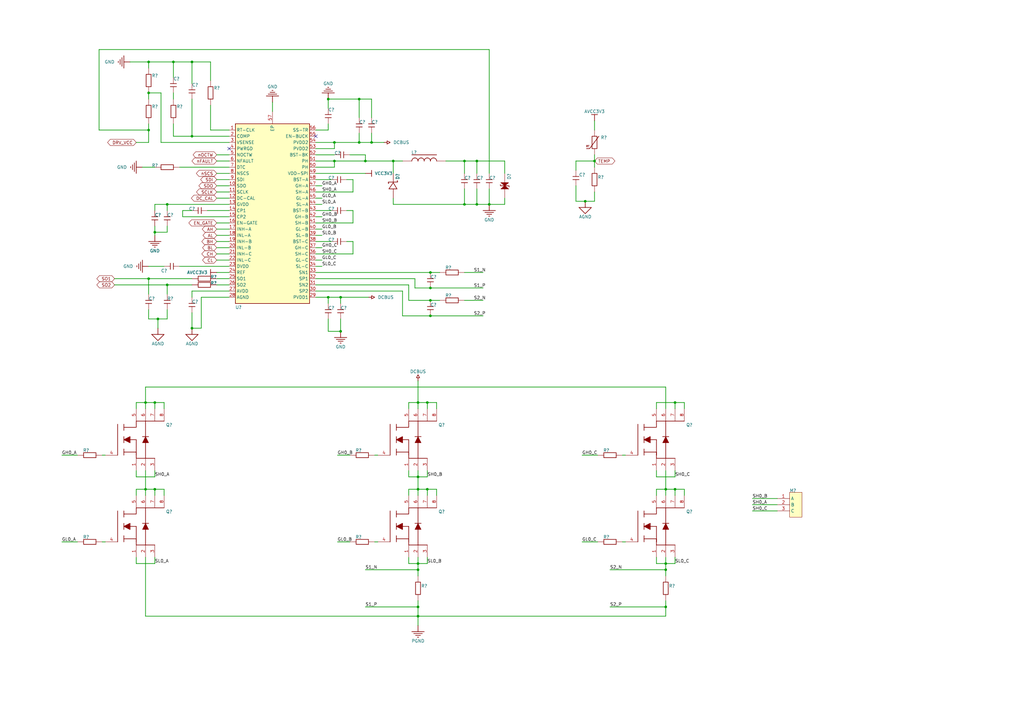
<source format=kicad_sch>
(kicad_sch (version 20211123) (generator eeschema)

  (uuid cd4a398f-672a-4b3a-a658-4b13bbce3b97)

  (paper "A3")

  (lib_symbols
    (symbol "Sarcomere-altium-import:0_BSC037N08NS5ATMA1" (in_bom yes) (on_board yes)
      (property "Reference" "" (id 0) (at 0 0 0)
        (effects (font (size 1.27 1.27)))
      )
      (property "Value" "0_BSC037N08NS5ATMA1" (id 1) (at 0 0 0)
        (effects (font (size 1.27 1.27)))
      )
      (property "Footprint" "" (id 2) (at 0 0 0)
        (effects (font (size 1.27 1.27)) hide)
      )
      (property "Datasheet" "" (id 3) (at 0 0 0)
        (effects (font (size 1.27 1.27)) hide)
      )
      (property "ki_fp_filters" "PG-TDSON-8_L5.0-W6.0-P1.27-LS6.2-BL-EP" (id 4) (at 0 0 0)
        (effects (font (size 1.27 1.27)) hide)
      )
      (symbol "0_BSC037N08NS5ATMA1_1_0"
        (polyline
          (pts
            (xy -7.62 6.35)
            (xy -7.62 19.05)
          )
          (stroke (width 0.254) (type default) (color 0 0 0 0))
          (fill (type none))
        )
        (polyline
          (pts
            (xy -5.08 8.89)
            (xy -5.08 6.35)
          )
          (stroke (width 0.254) (type default) (color 0 0 0 0))
          (fill (type none))
        )
        (polyline
          (pts
            (xy -5.08 11.43)
            (xy -5.08 13.97)
          )
          (stroke (width 0.254) (type default) (color 0 0 0 0))
          (fill (type none))
        )
        (polyline
          (pts
            (xy -5.08 12.7)
            (xy 0 12.7)
          )
          (stroke (width 0.254) (type default) (color 0 0 0 0))
          (fill (type none))
        )
        (polyline
          (pts
            (xy -5.08 16.51)
            (xy -5.08 19.05)
          )
          (stroke (width 0.254) (type default) (color 0 0 0 0))
          (fill (type none))
        )
        (polyline
          (pts
            (xy 0 5.08)
            (xy 7.62 5.08)
          )
          (stroke (width 0.254) (type default) (color 0 0 0 0))
          (fill (type none))
        )
        (polyline
          (pts
            (xy 0 12.7)
            (xy 0 6.35)
          )
          (stroke (width 0.254) (type default) (color 0 0 0 0))
          (fill (type none))
        )
        (polyline
          (pts
            (xy 0 20.32)
            (xy 11.43 20.32)
          )
          (stroke (width 0.254) (type default) (color 0 0 0 0))
          (fill (type none))
        )
        (polyline
          (pts
            (xy 2.54 13.97)
            (xy 5.08 13.97)
          )
          (stroke (width 0.254) (type default) (color 0 0 0 0))
          (fill (type none))
        )
        (polyline
          (pts
            (xy 3.81 5.08)
            (xy 3.81 20.32)
          )
          (stroke (width 0.254) (type default) (color 0 0 0 0))
          (fill (type none))
        )
        (polyline
          (pts
            (xy -5.08 7.62)
            (xy 0 7.62)
            (xy 0 5.08)
          )
          (stroke (width 0.254) (type default) (color 0 0 0 0))
          (fill (type none))
        )
        (polyline
          (pts
            (xy -5.08 17.78)
            (xy 0 17.78)
            (xy 0 20.32)
          )
          (stroke (width 0.254) (type default) (color 0 0 0 0))
          (fill (type none))
        )
        (polyline
          (pts
            (xy -5.08 12.7)
            (xy -2.54 13.97)
            (xy -2.54 11.43)
            (xy -5.08 12.7)
            (xy -5.08 12.7)
          )
          (stroke (width 0.254) (type default) (color 0 0 0 0))
          (fill (type outline))
        )
        (polyline
          (pts
            (xy 3.81 13.97)
            (xy 2.54 11.43)
            (xy 5.08 11.43)
            (xy 3.81 13.97)
            (xy 3.81 13.97)
          )
          (stroke (width 0) (type default) (color 0 0 0 0))
          (fill (type outline))
        )
        (pin passive line (at 0 0 90) (length 5.08)
          (name "1" (effects (font (size 0 0))))
          (number "1" (effects (font (size 1.27 1.27))))
        )
        (pin passive line (at 3.81 0 90) (length 5.08)
          (name "2" (effects (font (size 0 0))))
          (number "2" (effects (font (size 1.27 1.27))))
        )
        (pin passive line (at 7.62 0 90) (length 5.08)
          (name "3" (effects (font (size 0 0))))
          (number "3" (effects (font (size 1.27 1.27))))
        )
        (pin passive line (at -12.7 6.35 0) (length 5.08)
          (name "4" (effects (font (size 0 0))))
          (number "4" (effects (font (size 1.27 1.27))))
        )
        (pin passive line (at 0 25.4 270) (length 5.08)
          (name "5" (effects (font (size 0 0))))
          (number "5" (effects (font (size 1.27 1.27))))
        )
        (pin passive line (at 3.81 25.4 270) (length 5.08)
          (name "6" (effects (font (size 0 0))))
          (number "6" (effects (font (size 1.27 1.27))))
        )
        (pin passive line (at 7.62 25.4 270) (length 5.08)
          (name "7" (effects (font (size 0 0))))
          (number "7" (effects (font (size 1.27 1.27))))
        )
        (pin passive line (at 11.43 25.4 270) (length 5.08)
          (name "8" (effects (font (size 0 0))))
          (number "8" (effects (font (size 1.27 1.27))))
        )
      )
    )
    (symbol "Sarcomere-altium-import:0_C" (in_bom yes) (on_board yes)
      (property "Reference" "" (id 0) (at 0 0 0)
        (effects (font (size 1.27 1.27)))
      )
      (property "Value" "0_C" (id 1) (at 0 0 0)
        (effects (font (size 1.27 1.27)))
      )
      (property "Footprint" "" (id 2) (at 0 0 0)
        (effects (font (size 1.27 1.27)) hide)
      )
      (property "Datasheet" "" (id 3) (at 0 0 0)
        (effects (font (size 1.27 1.27)) hide)
      )
      (property "ki_description" "贴片电容" (id 4) (at 0 0 0)
        (effects (font (size 1.27 1.27)) hide)
      )
      (property "ki_fp_filters" "C{space}0805_L" (id 5) (at 0 0 0)
        (effects (font (size 1.27 1.27)) hide)
      )
      (symbol "0_C_1_0"
        (polyline
          (pts
            (xy 2.54 1.27)
            (xy 2.54 -1.27)
          )
          (stroke (width 0.254) (type default) (color 0 0 0 0))
          (fill (type none))
        )
        (polyline
          (pts
            (xy 3.81 1.27)
            (xy 3.81 -1.27)
          )
          (stroke (width 0.254) (type default) (color 0 0 0 0))
          (fill (type none))
        )
        (pin passive line (at 0 0 0) (length 2.54)
          (name "1" (effects (font (size 0 0))))
          (number "1" (effects (font (size 0 0))))
        )
        (pin passive line (at 6.35 0 180) (length 2.54)
          (name "2" (effects (font (size 0 0))))
          (number "2" (effects (font (size 0 0))))
        )
      )
    )
    (symbol "Sarcomere-altium-import:0_DRV8301DCAR" (in_bom yes) (on_board yes)
      (property "Reference" "" (id 0) (at 0 0 0)
        (effects (font (size 1.27 1.27)))
      )
      (property "Value" "0_DRV8301DCAR" (id 1) (at 0 0 0)
        (effects (font (size 1.27 1.27)))
      )
      (property "Footprint" "" (id 2) (at 0 0 0)
        (effects (font (size 1.27 1.27)) hide)
      )
      (property "Datasheet" "" (id 3) (at 0 0 0)
        (effects (font (size 1.27 1.27)) hide)
      )
      (property "ki_fp_filters" "HTSSOP-56_L14.0-W6.0-P0.50-LS8.0-BL" (id 4) (at 0 0 0)
        (effects (font (size 1.27 1.27)) hide)
      )
      (symbol "0_DRV8301DCAR_1_0"
        (rectangle (start 15.24 34.29) (end -15.24 -39.37)
          (stroke (width 0.254) (type default) (color 0 0 0 0))
          (fill (type background))
        )
        (pin passive line (at -17.78 31.75 0) (length 2.54)
          (name "RT-CLK" (effects (font (size 1.27 1.27))))
          (number "1" (effects (font (size 1.27 1.27))))
        )
        (pin passive line (at -17.78 8.89 0) (length 2.54)
          (name "SDO" (effects (font (size 1.27 1.27))))
          (number "10" (effects (font (size 1.27 1.27))))
        )
        (pin passive line (at -17.78 6.35 0) (length 2.54)
          (name "SCLK" (effects (font (size 1.27 1.27))))
          (number "11" (effects (font (size 1.27 1.27))))
        )
        (pin passive line (at -17.78 3.81 0) (length 2.54)
          (name "DC-CAL" (effects (font (size 1.27 1.27))))
          (number "12" (effects (font (size 1.27 1.27))))
        )
        (pin passive line (at -17.78 1.27 0) (length 2.54)
          (name "GVDD" (effects (font (size 1.27 1.27))))
          (number "13" (effects (font (size 1.27 1.27))))
        )
        (pin passive line (at -17.78 -1.27 0) (length 2.54)
          (name "CP1" (effects (font (size 1.27 1.27))))
          (number "14" (effects (font (size 1.27 1.27))))
        )
        (pin passive line (at -17.78 -3.81 0) (length 2.54)
          (name "CP2" (effects (font (size 1.27 1.27))))
          (number "15" (effects (font (size 1.27 1.27))))
        )
        (pin passive line (at -17.78 -6.35 0) (length 2.54)
          (name "EN-GATE" (effects (font (size 1.27 1.27))))
          (number "16" (effects (font (size 1.27 1.27))))
        )
        (pin passive line (at -17.78 -8.89 0) (length 2.54)
          (name "INH-A" (effects (font (size 1.27 1.27))))
          (number "17" (effects (font (size 1.27 1.27))))
        )
        (pin passive line (at -17.78 -11.43 0) (length 2.54)
          (name "INL-A" (effects (font (size 1.27 1.27))))
          (number "18" (effects (font (size 1.27 1.27))))
        )
        (pin passive line (at -17.78 -13.97 0) (length 2.54)
          (name "INH-B" (effects (font (size 1.27 1.27))))
          (number "19" (effects (font (size 1.27 1.27))))
        )
        (pin passive line (at -17.78 29.21 0) (length 2.54)
          (name "COMP" (effects (font (size 1.27 1.27))))
          (number "2" (effects (font (size 1.27 1.27))))
        )
        (pin passive line (at -17.78 -16.51 0) (length 2.54)
          (name "INL-B" (effects (font (size 1.27 1.27))))
          (number "20" (effects (font (size 1.27 1.27))))
        )
        (pin passive line (at -17.78 -19.05 0) (length 2.54)
          (name "INH-C" (effects (font (size 1.27 1.27))))
          (number "21" (effects (font (size 1.27 1.27))))
        )
        (pin passive line (at -17.78 -21.59 0) (length 2.54)
          (name "INL-C" (effects (font (size 1.27 1.27))))
          (number "22" (effects (font (size 1.27 1.27))))
        )
        (pin passive line (at -17.78 -24.13 0) (length 2.54)
          (name "DVDD" (effects (font (size 1.27 1.27))))
          (number "23" (effects (font (size 1.27 1.27))))
        )
        (pin passive line (at -17.78 -26.67 0) (length 2.54)
          (name "REF" (effects (font (size 1.27 1.27))))
          (number "24" (effects (font (size 1.27 1.27))))
        )
        (pin passive line (at -17.78 -29.21 0) (length 2.54)
          (name "SO1" (effects (font (size 1.27 1.27))))
          (number "25" (effects (font (size 1.27 1.27))))
        )
        (pin passive line (at -17.78 -31.75 0) (length 2.54)
          (name "SO2" (effects (font (size 1.27 1.27))))
          (number "26" (effects (font (size 1.27 1.27))))
        )
        (pin passive line (at -17.78 -34.29 0) (length 2.54)
          (name "AVDD" (effects (font (size 1.27 1.27))))
          (number "27" (effects (font (size 1.27 1.27))))
        )
        (pin passive line (at -17.78 -36.83 0) (length 2.54)
          (name "AGND" (effects (font (size 1.27 1.27))))
          (number "28" (effects (font (size 1.27 1.27))))
        )
        (pin passive line (at 17.78 -36.83 180) (length 2.54)
          (name "PVDD1" (effects (font (size 1.27 1.27))))
          (number "29" (effects (font (size 1.27 1.27))))
        )
        (pin passive line (at -17.78 26.67 0) (length 2.54)
          (name "VSENSE" (effects (font (size 1.27 1.27))))
          (number "3" (effects (font (size 1.27 1.27))))
        )
        (pin passive line (at 17.78 -34.29 180) (length 2.54)
          (name "SP2" (effects (font (size 1.27 1.27))))
          (number "30" (effects (font (size 1.27 1.27))))
        )
        (pin passive line (at 17.78 -31.75 180) (length 2.54)
          (name "SN2" (effects (font (size 1.27 1.27))))
          (number "31" (effects (font (size 1.27 1.27))))
        )
        (pin passive line (at 17.78 -29.21 180) (length 2.54)
          (name "SP1" (effects (font (size 1.27 1.27))))
          (number "32" (effects (font (size 1.27 1.27))))
        )
        (pin passive line (at 17.78 -26.67 180) (length 2.54)
          (name "SN1" (effects (font (size 1.27 1.27))))
          (number "33" (effects (font (size 1.27 1.27))))
        )
        (pin passive line (at 17.78 -24.13 180) (length 2.54)
          (name "SL-C" (effects (font (size 1.27 1.27))))
          (number "34" (effects (font (size 1.27 1.27))))
        )
        (pin passive line (at 17.78 -21.59 180) (length 2.54)
          (name "GL-C" (effects (font (size 1.27 1.27))))
          (number "35" (effects (font (size 1.27 1.27))))
        )
        (pin passive line (at 17.78 -19.05 180) (length 2.54)
          (name "SH-C" (effects (font (size 1.27 1.27))))
          (number "36" (effects (font (size 1.27 1.27))))
        )
        (pin passive line (at 17.78 -16.51 180) (length 2.54)
          (name "GH-C" (effects (font (size 1.27 1.27))))
          (number "37" (effects (font (size 1.27 1.27))))
        )
        (pin passive line (at 17.78 -13.97 180) (length 2.54)
          (name "BST-C" (effects (font (size 1.27 1.27))))
          (number "38" (effects (font (size 1.27 1.27))))
        )
        (pin passive line (at 17.78 -11.43 180) (length 2.54)
          (name "SL-B" (effects (font (size 1.27 1.27))))
          (number "39" (effects (font (size 1.27 1.27))))
        )
        (pin passive line (at -17.78 24.13 0) (length 2.54)
          (name "PWRGD" (effects (font (size 1.27 1.27))))
          (number "4" (effects (font (size 1.27 1.27))))
        )
        (pin passive line (at 17.78 -8.89 180) (length 2.54)
          (name "GL-B" (effects (font (size 1.27 1.27))))
          (number "40" (effects (font (size 1.27 1.27))))
        )
        (pin passive line (at 17.78 -6.35 180) (length 2.54)
          (name "SH-B" (effects (font (size 1.27 1.27))))
          (number "41" (effects (font (size 1.27 1.27))))
        )
        (pin passive line (at 17.78 -3.81 180) (length 2.54)
          (name "GH-B" (effects (font (size 1.27 1.27))))
          (number "42" (effects (font (size 1.27 1.27))))
        )
        (pin passive line (at 17.78 -1.27 180) (length 2.54)
          (name "BST-B" (effects (font (size 1.27 1.27))))
          (number "43" (effects (font (size 1.27 1.27))))
        )
        (pin passive line (at 17.78 1.27 180) (length 2.54)
          (name "SL-A" (effects (font (size 1.27 1.27))))
          (number "44" (effects (font (size 1.27 1.27))))
        )
        (pin passive line (at 17.78 3.81 180) (length 2.54)
          (name "GL-A" (effects (font (size 1.27 1.27))))
          (number "45" (effects (font (size 1.27 1.27))))
        )
        (pin passive line (at 17.78 6.35 180) (length 2.54)
          (name "SH-A" (effects (font (size 1.27 1.27))))
          (number "46" (effects (font (size 1.27 1.27))))
        )
        (pin passive line (at 17.78 8.89 180) (length 2.54)
          (name "GH-A" (effects (font (size 1.27 1.27))))
          (number "47" (effects (font (size 1.27 1.27))))
        )
        (pin passive line (at 17.78 11.43 180) (length 2.54)
          (name "BST-A" (effects (font (size 1.27 1.27))))
          (number "48" (effects (font (size 1.27 1.27))))
        )
        (pin passive line (at 17.78 13.97 180) (length 2.54)
          (name "VDD-SPI" (effects (font (size 1.27 1.27))))
          (number "49" (effects (font (size 1.27 1.27))))
        )
        (pin passive line (at -17.78 21.59 0) (length 2.54)
          (name "NOCTW" (effects (font (size 1.27 1.27))))
          (number "5" (effects (font (size 1.27 1.27))))
        )
        (pin passive line (at 17.78 16.51 180) (length 2.54)
          (name "PH" (effects (font (size 1.27 1.27))))
          (number "50" (effects (font (size 1.27 1.27))))
        )
        (pin passive line (at 17.78 19.05 180) (length 2.54)
          (name "PH" (effects (font (size 1.27 1.27))))
          (number "51" (effects (font (size 1.27 1.27))))
        )
        (pin passive line (at 17.78 21.59 180) (length 2.54)
          (name "BST-BK" (effects (font (size 1.27 1.27))))
          (number "52" (effects (font (size 1.27 1.27))))
        )
        (pin passive line (at 17.78 24.13 180) (length 2.54)
          (name "PVDD2" (effects (font (size 1.27 1.27))))
          (number "53" (effects (font (size 1.27 1.27))))
        )
        (pin passive line (at 17.78 26.67 180) (length 2.54)
          (name "PVDD2" (effects (font (size 1.27 1.27))))
          (number "54" (effects (font (size 1.27 1.27))))
        )
        (pin passive line (at 17.78 29.21 180) (length 2.54)
          (name "EN-BUCK" (effects (font (size 1.27 1.27))))
          (number "55" (effects (font (size 1.27 1.27))))
        )
        (pin passive line (at 17.78 31.75 180) (length 2.54)
          (name "SS-TR" (effects (font (size 1.27 1.27))))
          (number "56" (effects (font (size 1.27 1.27))))
        )
        (pin passive line (at 0 39.37 270) (length 5.08)
          (name "EP" (effects (font (size 1.27 1.27))))
          (number "57" (effects (font (size 1.27 1.27))))
        )
        (pin passive line (at -17.78 19.05 0) (length 2.54)
          (name "NFAULT" (effects (font (size 1.27 1.27))))
          (number "6" (effects (font (size 1.27 1.27))))
        )
        (pin passive line (at -17.78 16.51 0) (length 2.54)
          (name "DTC" (effects (font (size 1.27 1.27))))
          (number "7" (effects (font (size 1.27 1.27))))
        )
        (pin passive line (at -17.78 13.97 0) (length 2.54)
          (name "NSCS" (effects (font (size 1.27 1.27))))
          (number "8" (effects (font (size 1.27 1.27))))
        )
        (pin passive line (at -17.78 11.43 0) (length 2.54)
          (name "SDI" (effects (font (size 1.27 1.27))))
          (number "9" (effects (font (size 1.27 1.27))))
        )
      )
    )
    (symbol "Sarcomere-altium-import:0_L-SMD" (in_bom yes) (on_board yes)
      (property "Reference" "" (id 0) (at 0 0 0)
        (effects (font (size 1.27 1.27)))
      )
      (property "Value" "0_L-SMD" (id 1) (at 0 0 0)
        (effects (font (size 1.27 1.27)))
      )
      (property "Footprint" "" (id 2) (at 0 0 0)
        (effects (font (size 1.27 1.27)) hide)
      )
      (property "Datasheet" "" (id 3) (at 0 0 0)
        (effects (font (size 1.27 1.27)) hide)
      )
      (property "ki_description" "CD系列贴片线绕功率电感" (id 4) (at 0 0 0)
        (effects (font (size 1.27 1.27)) hide)
      )
      (property "ki_fp_filters" "CD53" (id 5) (at 0 0 0)
        (effects (font (size 1.27 1.27)) hide)
      )
      (symbol "0_L-SMD_1_0"
        (polyline
          (pts
            (xy 3.81 2.54)
            (xy 13.97 2.54)
          )
          (stroke (width 0.254) (type default) (color 0 0 0 0))
          (fill (type none))
        )
        (arc (start 5.08 1.27) (mid 4.182 0.898) (end 3.81 0)
          (stroke (width 0.254) (type default) (color 0 0 0 0))
          (fill (type none))
        )
        (arc (start 6.35 0) (mid 5.978 0.898) (end 5.08 1.27)
          (stroke (width 0.254) (type default) (color 0 0 0 0))
          (fill (type none))
        )
        (arc (start 7.62 1.27) (mid 6.722 0.898) (end 6.35 0)
          (stroke (width 0.254) (type default) (color 0 0 0 0))
          (fill (type none))
        )
        (arc (start 8.89 0) (mid 8.518 0.898) (end 7.62 1.27)
          (stroke (width 0.254) (type default) (color 0 0 0 0))
          (fill (type none))
        )
        (arc (start 10.16 1.27) (mid 9.262 0.898) (end 8.89 0)
          (stroke (width 0.254) (type default) (color 0 0 0 0))
          (fill (type none))
        )
        (arc (start 11.43 0) (mid 11.058 0.898) (end 10.16 1.27)
          (stroke (width 0.254) (type default) (color 0 0 0 0))
          (fill (type none))
        )
        (arc (start 12.7 1.27) (mid 11.802 0.898) (end 11.43 0)
          (stroke (width 0.254) (type default) (color 0 0 0 0))
          (fill (type none))
        )
        (arc (start 13.97 0) (mid 13.598 0.898) (end 12.7 1.27)
          (stroke (width 0.254) (type default) (color 0 0 0 0))
          (fill (type none))
        )
        (pin passive line (at 0 0 0) (length 3.81)
          (name "1" (effects (font (size 0 0))))
          (number "1" (effects (font (size 0 0))))
        )
        (pin passive line (at 17.78 0 180) (length 3.81)
          (name "2" (effects (font (size 0 0))))
          (number "2" (effects (font (size 0 0))))
        )
      )
    )
    (symbol "Sarcomere-altium-import:0_MR60-PW" (in_bom yes) (on_board yes)
      (property "Reference" "" (id 0) (at 0 0 0)
        (effects (font (size 1.27 1.27)))
      )
      (property "Value" "0_MR60-PW" (id 1) (at 0 0 0)
        (effects (font (size 1.27 1.27)))
      )
      (property "Footprint" "" (id 2) (at 0 0 0)
        (effects (font (size 1.27 1.27)) hide)
      )
      (property "Datasheet" "" (id 3) (at 0 0 0)
        (effects (font (size 1.27 1.27)) hide)
      )
      (property "ki_fp_filters" "MR60-PW" (id 4) (at 0 0 0)
        (effects (font (size 1.27 1.27)) hide)
      )
      (symbol "0_MR60-PW_1_0"
        (rectangle (start 5.08 10.16) (end 0 0)
          (stroke (width 0) (type default) (color 0 0 0 0))
          (fill (type background))
        )
        (pin passive line (at -5.08 7.62 0) (length 5.08)
          (name "A" (effects (font (size 1.27 1.27))))
          (number "1" (effects (font (size 1.27 1.27))))
        )
        (pin passive line (at -5.08 5.08 0) (length 5.08)
          (name "B" (effects (font (size 1.27 1.27))))
          (number "2" (effects (font (size 1.27 1.27))))
        )
        (pin passive line (at -5.08 2.54 0) (length 5.08)
          (name "C" (effects (font (size 1.27 1.27))))
          (number "3" (effects (font (size 1.27 1.27))))
        )
      )
    )
    (symbol "Sarcomere-altium-import:0_PESD5V0S1BA" (in_bom yes) (on_board yes)
      (property "Reference" "" (id 0) (at 0 0 0)
        (effects (font (size 1.27 1.27)))
      )
      (property "Value" "0_PESD5V0S1BA" (id 1) (at 0 0 0)
        (effects (font (size 1.27 1.27)))
      )
      (property "Footprint" "" (id 2) (at 0 0 0)
        (effects (font (size 1.27 1.27)) hide)
      )
      (property "Datasheet" "" (id 3) (at 0 0 0)
        (effects (font (size 1.27 1.27)) hide)
      )
      (property "ki_description" "PESD5V0S1BA、ESD二极管、5V" (id 4) (at 0 0 0)
        (effects (font (size 1.27 1.27)) hide)
      )
      (property "ki_fp_filters" "SOD-323" (id 5) (at 0 0 0)
        (effects (font (size 1.27 1.27)) hide)
      )
      (symbol "0_PESD5V0S1BA_1_0"
        (polyline
          (pts
            (xy -1.778 -4.572)
            (xy -1.778 -5.08)
            (xy 1.778 -5.08)
            (xy 1.778 -5.588)
          )
          (stroke (width 0.254) (type default) (color 0 0 0 0))
          (fill (type none))
        )
        (polyline
          (pts
            (xy -1.524 -3.81)
            (xy 0 -5.08)
            (xy 1.524 -3.81)
            (xy -1.524 -3.81)
          )
          (stroke (width 0.254) (type default) (color 0 0 0 0))
          (fill (type outline))
        )
        (polyline
          (pts
            (xy 1.524 -6.35)
            (xy 0 -5.08)
            (xy -1.524 -6.35)
            (xy 1.524 -6.35)
          )
          (stroke (width 0.254) (type default) (color 0 0 0 0))
          (fill (type outline))
        )
        (pin passive line (at 0 0 270) (length 3.81)
          (name "A" (effects (font (size 0 0))))
          (number "1" (effects (font (size 0 0))))
        )
        (pin passive line (at 0 -10.16 90) (length 3.81)
          (name "K" (effects (font (size 0 0))))
          (number "2" (effects (font (size 0 0))))
        )
      )
    )
    (symbol "Sarcomere-altium-import:0_R" (in_bom yes) (on_board yes)
      (property "Reference" "" (id 0) (at 0 0 0)
        (effects (font (size 1.27 1.27)))
      )
      (property "Value" "0_R" (id 1) (at 0 0 0)
        (effects (font (size 1.27 1.27)))
      )
      (property "Footprint" "" (id 2) (at 0 0 0)
        (effects (font (size 1.27 1.27)) hide)
      )
      (property "Datasheet" "" (id 3) (at 0 0 0)
        (effects (font (size 1.27 1.27)) hide)
      )
      (property "ki_description" "贴片电阻" (id 4) (at 0 0 0)
        (effects (font (size 1.27 1.27)) hide)
      )
      (property "ki_fp_filters" "R{space}0603_L" (id 5) (at 0 0 0)
        (effects (font (size 1.27 1.27)) hide)
      )
      (symbol "0_R_1_0"
        (polyline
          (pts
            (xy 7.62 -1.016)
            (xy 7.62 1.016)
            (xy 2.54 1.016)
            (xy 2.54 -1.016)
            (xy 7.62 -1.016)
          )
          (stroke (width 0.254) (type default) (color 0 0 0 0))
          (fill (type none))
        )
        (pin passive line (at 0 0 0) (length 2.54)
          (name "1" (effects (font (size 0 0))))
          (number "1" (effects (font (size 0 0))))
        )
        (pin passive line (at 10.16 0 180) (length 2.54)
          (name "2" (effects (font (size 0 0))))
          (number "2" (effects (font (size 0 0))))
        )
      )
    )
    (symbol "Sarcomere-altium-import:0_RT" (in_bom yes) (on_board yes)
      (property "Reference" "" (id 0) (at 0 0 0)
        (effects (font (size 1.27 1.27)))
      )
      (property "Value" "0_RT" (id 1) (at 0 0 0)
        (effects (font (size 1.27 1.27)))
      )
      (property "Footprint" "" (id 2) (at 0 0 0)
        (effects (font (size 1.27 1.27)) hide)
      )
      (property "Datasheet" "" (id 3) (at 0 0 0)
        (effects (font (size 1.27 1.27)) hide)
      )
      (property "ki_description" "热敏电阻" (id 4) (at 0 0 0)
        (effects (font (size 1.27 1.27)) hide)
      )
      (property "ki_fp_filters" "R{space}0805-HP_L" (id 5) (at 0 0 0)
        (effects (font (size 1.27 1.27)) hide)
      )
      (symbol "0_RT_1_0"
        (polyline
          (pts
            (xy -3.302 2.54)
            (xy -2.032 2.54)
            (xy 1.778 7.62)
          )
          (stroke (width 0.254) (type default) (color 0 0 0 0))
          (fill (type none))
        )
        (polyline
          (pts
            (xy 1.016 7.62)
            (xy -1.016 7.62)
            (xy -1.016 2.54)
            (xy 1.016 2.54)
            (xy 1.016 7.62)
          )
          (stroke (width 0.254) (type default) (color 0 0 0 0))
          (fill (type none))
        )
        (text "RT" (at -3.556 3.048 0)
          (effects (font (size 0.762 0.762)) (justify left bottom))
        )
        (pin passive line (at 0 0 90) (length 2.54)
          (name "1" (effects (font (size 0 0))))
          (number "1" (effects (font (size 0 0))))
        )
        (pin passive line (at 0 10.16 270) (length 2.54)
          (name "2" (effects (font (size 0 0))))
          (number "2" (effects (font (size 0 0))))
        )
      )
    )
    (symbol "Sarcomere-altium-import:1_C" (in_bom yes) (on_board yes)
      (property "Reference" "" (id 0) (at 0 0 0)
        (effects (font (size 1.27 1.27)))
      )
      (property "Value" "1_C" (id 1) (at 0 0 0)
        (effects (font (size 1.27 1.27)))
      )
      (property "Footprint" "" (id 2) (at 0 0 0)
        (effects (font (size 1.27 1.27)) hide)
      )
      (property "Datasheet" "" (id 3) (at 0 0 0)
        (effects (font (size 1.27 1.27)) hide)
      )
      (property "ki_description" "贴片电容" (id 4) (at 0 0 0)
        (effects (font (size 1.27 1.27)) hide)
      )
      (property "ki_fp_filters" "C{space}0603_L" (id 5) (at 0 0 0)
        (effects (font (size 1.27 1.27)) hide)
      )
      (symbol "1_C_1_0"
        (polyline
          (pts
            (xy -1.27 2.54)
            (xy 1.27 2.54)
          )
          (stroke (width 0.254) (type default) (color 0 0 0 0))
          (fill (type none))
        )
        (polyline
          (pts
            (xy -1.27 3.81)
            (xy 1.27 3.81)
          )
          (stroke (width 0.254) (type default) (color 0 0 0 0))
          (fill (type none))
        )
        (pin passive line (at 0 0 90) (length 2.54)
          (name "1" (effects (font (size 0 0))))
          (number "1" (effects (font (size 0 0))))
        )
        (pin passive line (at 0 6.35 270) (length 2.54)
          (name "2" (effects (font (size 0 0))))
          (number "2" (effects (font (size 0 0))))
        )
      )
    )
    (symbol "Sarcomere-altium-import:1_R" (in_bom yes) (on_board yes)
      (property "Reference" "" (id 0) (at 0 0 0)
        (effects (font (size 1.27 1.27)))
      )
      (property "Value" "1_R" (id 1) (at 0 0 0)
        (effects (font (size 1.27 1.27)))
      )
      (property "Footprint" "" (id 2) (at 0 0 0)
        (effects (font (size 1.27 1.27)) hide)
      )
      (property "Datasheet" "" (id 3) (at 0 0 0)
        (effects (font (size 1.27 1.27)) hide)
      )
      (property "ki_description" "贴片电阻" (id 4) (at 0 0 0)
        (effects (font (size 1.27 1.27)) hide)
      )
      (property "ki_fp_filters" "R{space}0805_L" (id 5) (at 0 0 0)
        (effects (font (size 1.27 1.27)) hide)
      )
      (symbol "1_R_1_0"
        (polyline
          (pts
            (xy 1.016 7.62)
            (xy -1.016 7.62)
            (xy -1.016 2.54)
            (xy 1.016 2.54)
            (xy 1.016 7.62)
          )
          (stroke (width 0.254) (type default) (color 0 0 0 0))
          (fill (type none))
        )
        (pin passive line (at 0 0 90) (length 2.54)
          (name "1" (effects (font (size 0 0))))
          (number "1" (effects (font (size 0 0))))
        )
        (pin passive line (at 0 10.16 270) (length 2.54)
          (name "2" (effects (font (size 0 0))))
          (number "2" (effects (font (size 0 0))))
        )
      )
    )
    (symbol "Sarcomere-altium-import:1_R-Precision" (in_bom yes) (on_board yes)
      (property "Reference" "" (id 0) (at 0 0 0)
        (effects (font (size 1.27 1.27)))
      )
      (property "Value" "1_R-Precision" (id 1) (at 0 0 0)
        (effects (font (size 1.27 1.27)))
      )
      (property "Footprint" "" (id 2) (at 0 0 0)
        (effects (font (size 1.27 1.27)) hide)
      )
      (property "Datasheet" "" (id 3) (at 0 0 0)
        (effects (font (size 1.27 1.27)) hide)
      )
      (property "ki_description" "精密贴片电阻" (id 4) (at 0 0 0)
        (effects (font (size 1.27 1.27)) hide)
      )
      (property "ki_fp_filters" "R3920" (id 5) (at 0 0 0)
        (effects (font (size 1.27 1.27)) hide)
      )
      (symbol "1_R-Precision_1_0"
        (polyline
          (pts
            (xy 1.016 7.62)
            (xy -1.016 7.62)
            (xy -1.016 2.54)
            (xy 1.016 2.54)
            (xy 1.016 7.62)
          )
          (stroke (width 0.254) (type default) (color 0 0 0 0))
          (fill (type none))
        )
        (pin passive line (at 0 0 90) (length 2.54)
          (name "1" (effects (font (size 0 0))))
          (number "1" (effects (font (size 0 0))))
        )
        (pin passive line (at 0 10.16 270) (length 2.54)
          (name "2" (effects (font (size 0 0))))
          (number "2" (effects (font (size 0 0))))
        )
      )
    )
    (symbol "Sarcomere-altium-import:2_C" (in_bom yes) (on_board yes)
      (property "Reference" "" (id 0) (at 0 0 0)
        (effects (font (size 1.27 1.27)))
      )
      (property "Value" "2_C" (id 1) (at 0 0 0)
        (effects (font (size 1.27 1.27)))
      )
      (property "Footprint" "" (id 2) (at 0 0 0)
        (effects (font (size 1.27 1.27)) hide)
      )
      (property "Datasheet" "" (id 3) (at 0 0 0)
        (effects (font (size 1.27 1.27)) hide)
      )
      (property "ki_description" "贴片电容" (id 4) (at 0 0 0)
        (effects (font (size 1.27 1.27)) hide)
      )
      (property "ki_fp_filters" "C{space}0603_L" (id 5) (at 0 0 0)
        (effects (font (size 1.27 1.27)) hide)
      )
      (symbol "2_C_1_0"
        (polyline
          (pts
            (xy -3.81 -1.27)
            (xy -3.81 1.27)
          )
          (stroke (width 0.254) (type default) (color 0 0 0 0))
          (fill (type none))
        )
        (polyline
          (pts
            (xy -2.54 -1.27)
            (xy -2.54 1.27)
          )
          (stroke (width 0.254) (type default) (color 0 0 0 0))
          (fill (type none))
        )
        (pin passive line (at 0 0 180) (length 2.54)
          (name "1" (effects (font (size 0 0))))
          (number "1" (effects (font (size 0 0))))
        )
        (pin passive line (at -6.35 0 0) (length 2.54)
          (name "2" (effects (font (size 0 0))))
          (number "2" (effects (font (size 0 0))))
        )
      )
    )
    (symbol "Sarcomere-altium-import:2_R" (in_bom yes) (on_board yes)
      (property "Reference" "" (id 0) (at 0 0 0)
        (effects (font (size 1.27 1.27)))
      )
      (property "Value" "2_R" (id 1) (at 0 0 0)
        (effects (font (size 1.27 1.27)))
      )
      (property "Footprint" "" (id 2) (at 0 0 0)
        (effects (font (size 1.27 1.27)) hide)
      )
      (property "Datasheet" "" (id 3) (at 0 0 0)
        (effects (font (size 1.27 1.27)) hide)
      )
      (property "ki_description" "贴片电阻" (id 4) (at 0 0 0)
        (effects (font (size 1.27 1.27)) hide)
      )
      (property "ki_fp_filters" "R{space}0603_L" (id 5) (at 0 0 0)
        (effects (font (size 1.27 1.27)) hide)
      )
      (symbol "2_R_1_0"
        (polyline
          (pts
            (xy -7.62 1.016)
            (xy -7.62 -1.016)
            (xy -2.54 -1.016)
            (xy -2.54 1.016)
            (xy -7.62 1.016)
          )
          (stroke (width 0.254) (type default) (color 0 0 0 0))
          (fill (type none))
        )
        (pin passive line (at 0 0 180) (length 2.54)
          (name "1" (effects (font (size 0 0))))
          (number "1" (effects (font (size 0 0))))
        )
        (pin passive line (at -10.16 0 0) (length 2.54)
          (name "2" (effects (font (size 0 0))))
          (number "2" (effects (font (size 0 0))))
        )
      )
    )
    (symbol "Sarcomere-altium-import:3_B340A-13-F" (in_bom yes) (on_board yes)
      (property "Reference" "" (id 0) (at 0 0 0)
        (effects (font (size 1.27 1.27)))
      )
      (property "Value" "3_B340A-13-F" (id 1) (at 0 0 0)
        (effects (font (size 1.27 1.27)))
      )
      (property "Footprint" "" (id 2) (at 0 0 0)
        (effects (font (size 1.27 1.27)) hide)
      )
      (property "Datasheet" "" (id 3) (at 0 0 0)
        (effects (font (size 1.27 1.27)) hide)
      )
      (property "ki_fp_filters" "SMA_L4.4-W2.6-LS5.0-RD" (id 4) (at 0 0 0)
        (effects (font (size 1.27 1.27)) hide)
      )
      (symbol "3_B340A-13-F_1_0"
        (polyline
          (pts
            (xy 1.524 -1.27)
            (xy 0 1.27)
            (xy 0 1.27)
            (xy -1.778 -1.27)
            (xy -1.778 -1.27)
            (xy 1.524 -1.27)
          )
          (stroke (width 0.254) (type default) (color 0 0 0 0))
          (fill (type none))
        )
        (polyline
          (pts
            (xy 1.5241 2.032)
            (xy 1.7781 2.032)
            (xy 1.7781 2.032)
            (xy 1.7781 1.524)
            (xy 1.7781 1.524)
            (xy -2.0319 1.524)
            (xy -2.0319 1.524)
            (xy -2.0319 1.016)
            (xy -2.0319 1.016)
            (xy -1.7779 1.016)
          )
          (stroke (width 0.254) (type default) (color 0 0 0 0))
          (fill (type none))
        )
        (pin passive line (at 0.0001 5.08 270) (length 3.81)
          (name "K" (effects (font (size 0 0))))
          (number "1" (effects (font (size 0 0))))
        )
        (pin passive line (at 0.0001 -5.08 90) (length 3.81)
          (name "A" (effects (font (size 0 0))))
          (number "2" (effects (font (size 0 0))))
        )
      )
    )
    (symbol "Sarcomere-altium-import:3_C" (in_bom yes) (on_board yes)
      (property "Reference" "" (id 0) (at 0 0 0)
        (effects (font (size 1.27 1.27)))
      )
      (property "Value" "3_C" (id 1) (at 0 0 0)
        (effects (font (size 1.27 1.27)))
      )
      (property "Footprint" "" (id 2) (at 0 0 0)
        (effects (font (size 1.27 1.27)) hide)
      )
      (property "Datasheet" "" (id 3) (at 0 0 0)
        (effects (font (size 1.27 1.27)) hide)
      )
      (property "ki_description" "贴片电容" (id 4) (at 0 0 0)
        (effects (font (size 1.27 1.27)) hide)
      )
      (property "ki_fp_filters" "C{space}0603_L" (id 5) (at 0 0 0)
        (effects (font (size 1.27 1.27)) hide)
      )
      (symbol "3_C_1_0"
        (polyline
          (pts
            (xy 1.27 -3.81)
            (xy -1.27 -3.81)
          )
          (stroke (width 0.254) (type default) (color 0 0 0 0))
          (fill (type none))
        )
        (polyline
          (pts
            (xy 1.27 -2.54)
            (xy -1.27 -2.54)
          )
          (stroke (width 0.254) (type default) (color 0 0 0 0))
          (fill (type none))
        )
        (pin passive line (at 0 0 270) (length 2.54)
          (name "1" (effects (font (size 0 0))))
          (number "1" (effects (font (size 0 0))))
        )
        (pin passive line (at 0 -6.35 90) (length 2.54)
          (name "2" (effects (font (size 0 0))))
          (number "2" (effects (font (size 0 0))))
        )
      )
    )
    (symbol "Sarcomere-altium-import:AGND" (power) (in_bom yes) (on_board yes)
      (property "Reference" "#PWR" (id 0) (at 0 0 0)
        (effects (font (size 1.27 1.27)))
      )
      (property "Value" "AGND" (id 1) (at 0 6.35 0)
        (effects (font (size 1.27 1.27)))
      )
      (property "Footprint" "" (id 2) (at 0 0 0)
        (effects (font (size 1.27 1.27)) hide)
      )
      (property "Datasheet" "" (id 3) (at 0 0 0)
        (effects (font (size 1.27 1.27)) hide)
      )
      (property "ki_keywords" "power-flag" (id 4) (at 0 0 0)
        (effects (font (size 1.27 1.27)) hide)
      )
      (property "ki_description" "Power symbol creates a global label with name 'AGND'" (id 5) (at 0 0 0)
        (effects (font (size 1.27 1.27)) hide)
      )
      (symbol "AGND_0_0"
        (polyline
          (pts
            (xy 0 0)
            (xy 0 -2.54)
          )
          (stroke (width 0.254) (type default) (color 0 0 0 0))
          (fill (type none))
        )
        (polyline
          (pts
            (xy -2.54 -2.54)
            (xy 2.54 -2.54)
            (xy 0 -5.08)
            (xy -2.54 -2.54)
          )
          (stroke (width 0.254) (type default) (color 0 0 0 0))
          (fill (type none))
        )
        (pin power_in line (at 0 0 0) (length 0) hide
          (name "AGND" (effects (font (size 1.27 1.27))))
          (number "" (effects (font (size 1.27 1.27))))
        )
      )
    )
    (symbol "Sarcomere-altium-import:AVCC3V3" (power) (in_bom yes) (on_board yes)
      (property "Reference" "#PWR" (id 0) (at 0 0 0)
        (effects (font (size 1.27 1.27)))
      )
      (property "Value" "AVCC3V3" (id 1) (at 0 3.81 0)
        (effects (font (size 1.27 1.27)))
      )
      (property "Footprint" "" (id 2) (at 0 0 0)
        (effects (font (size 1.27 1.27)) hide)
      )
      (property "Datasheet" "" (id 3) (at 0 0 0)
        (effects (font (size 1.27 1.27)) hide)
      )
      (property "ki_keywords" "power-flag" (id 4) (at 0 0 0)
        (effects (font (size 1.27 1.27)) hide)
      )
      (property "ki_description" "Power symbol creates a global label with name 'AVCC3V3'" (id 5) (at 0 0 0)
        (effects (font (size 1.27 1.27)) hide)
      )
      (symbol "AVCC3V3_0_0"
        (polyline
          (pts
            (xy -1.27 -2.54)
            (xy 1.27 -2.54)
          )
          (stroke (width 0.254) (type default) (color 0 0 0 0))
          (fill (type none))
        )
        (polyline
          (pts
            (xy 0 0)
            (xy 0 -2.54)
          )
          (stroke (width 0.254) (type default) (color 0 0 0 0))
          (fill (type none))
        )
        (pin power_in line (at 0 0 0) (length 0) hide
          (name "AVCC3V3" (effects (font (size 1.27 1.27))))
          (number "" (effects (font (size 1.27 1.27))))
        )
      )
    )
    (symbol "Sarcomere-altium-import:DCBUS" (power) (in_bom yes) (on_board yes)
      (property "Reference" "#PWR" (id 0) (at 0 0 0)
        (effects (font (size 1.27 1.27)))
      )
      (property "Value" "DCBUS" (id 1) (at 0 3.81 0)
        (effects (font (size 1.27 1.27)))
      )
      (property "Footprint" "" (id 2) (at 0 0 0)
        (effects (font (size 1.27 1.27)) hide)
      )
      (property "Datasheet" "" (id 3) (at 0 0 0)
        (effects (font (size 1.27 1.27)) hide)
      )
      (property "ki_keywords" "power-flag" (id 4) (at 0 0 0)
        (effects (font (size 1.27 1.27)) hide)
      )
      (property "ki_description" "Power symbol creates a global label with name 'DCBUS'" (id 5) (at 0 0 0)
        (effects (font (size 1.27 1.27)) hide)
      )
      (symbol "DCBUS_0_0"
        (polyline
          (pts
            (xy 0 0)
            (xy 0 -1.27)
          )
          (stroke (width 0.254) (type default) (color 0 0 0 0))
          (fill (type none))
        )
        (polyline
          (pts
            (xy -0.635 -1.27)
            (xy 0.635 -1.27)
            (xy 0 -2.54)
            (xy -0.635 -1.27)
          )
          (stroke (width 0.254) (type default) (color 0 0 0 0))
          (fill (type none))
        )
        (pin power_in line (at 0 0 0) (length 0) hide
          (name "DCBUS" (effects (font (size 1.27 1.27))))
          (number "" (effects (font (size 1.27 1.27))))
        )
      )
    )
    (symbol "Sarcomere-altium-import:GND" (power) (in_bom yes) (on_board yes)
      (property "Reference" "#PWR" (id 0) (at 0 0 0)
        (effects (font (size 1.27 1.27)))
      )
      (property "Value" "GND" (id 1) (at 0 6.35 0)
        (effects (font (size 1.27 1.27)))
      )
      (property "Footprint" "" (id 2) (at 0 0 0)
        (effects (font (size 1.27 1.27)) hide)
      )
      (property "Datasheet" "" (id 3) (at 0 0 0)
        (effects (font (size 1.27 1.27)) hide)
      )
      (property "ki_keywords" "power-flag" (id 4) (at 0 0 0)
        (effects (font (size 1.27 1.27)) hide)
      )
      (property "ki_description" "Power symbol creates a global label with name 'GND'" (id 5) (at 0 0 0)
        (effects (font (size 1.27 1.27)) hide)
      )
      (symbol "GND_0_0"
        (polyline
          (pts
            (xy -2.54 -2.54)
            (xy 2.54 -2.54)
          )
          (stroke (width 0.254) (type default) (color 0 0 0 0))
          (fill (type none))
        )
        (polyline
          (pts
            (xy -1.778 -3.302)
            (xy 1.778 -3.302)
          )
          (stroke (width 0.254) (type default) (color 0 0 0 0))
          (fill (type none))
        )
        (polyline
          (pts
            (xy -1.016 -4.064)
            (xy 1.016 -4.064)
          )
          (stroke (width 0.254) (type default) (color 0 0 0 0))
          (fill (type none))
        )
        (polyline
          (pts
            (xy -0.254 -4.826)
            (xy 0.254 -4.826)
          )
          (stroke (width 0.254) (type default) (color 0 0 0 0))
          (fill (type none))
        )
        (polyline
          (pts
            (xy 0 0)
            (xy 0 -2.54)
          )
          (stroke (width 0.254) (type default) (color 0 0 0 0))
          (fill (type none))
        )
        (pin power_in line (at 0 0 0) (length 0) hide
          (name "GND" (effects (font (size 1.27 1.27))))
          (number "" (effects (font (size 1.27 1.27))))
        )
      )
    )
    (symbol "Sarcomere-altium-import:PGND" (power) (in_bom yes) (on_board yes)
      (property "Reference" "#PWR" (id 0) (at 0 0 0)
        (effects (font (size 1.27 1.27)))
      )
      (property "Value" "PGND" (id 1) (at 0 6.35 0)
        (effects (font (size 1.27 1.27)))
      )
      (property "Footprint" "" (id 2) (at 0 0 0)
        (effects (font (size 1.27 1.27)) hide)
      )
      (property "Datasheet" "" (id 3) (at 0 0 0)
        (effects (font (size 1.27 1.27)) hide)
      )
      (property "ki_keywords" "power-flag" (id 4) (at 0 0 0)
        (effects (font (size 1.27 1.27)) hide)
      )
      (property "ki_description" "Power symbol creates a global label with name 'PGND'" (id 5) (at 0 0 0)
        (effects (font (size 1.27 1.27)) hide)
      )
      (symbol "PGND_0_0"
        (polyline
          (pts
            (xy -2.54 -2.54)
            (xy 2.54 -2.54)
          )
          (stroke (width 0.254) (type default) (color 0 0 0 0))
          (fill (type none))
        )
        (polyline
          (pts
            (xy -1.778 -3.302)
            (xy 1.778 -3.302)
          )
          (stroke (width 0.254) (type default) (color 0 0 0 0))
          (fill (type none))
        )
        (polyline
          (pts
            (xy -1.016 -4.064)
            (xy 1.016 -4.064)
          )
          (stroke (width 0.254) (type default) (color 0 0 0 0))
          (fill (type none))
        )
        (polyline
          (pts
            (xy -0.254 -4.826)
            (xy 0.254 -4.826)
          )
          (stroke (width 0.254) (type default) (color 0 0 0 0))
          (fill (type none))
        )
        (polyline
          (pts
            (xy 0 0)
            (xy 0 -2.54)
          )
          (stroke (width 0.254) (type default) (color 0 0 0 0))
          (fill (type none))
        )
        (pin power_in line (at 0 0 0) (length 0) hide
          (name "PGND" (effects (font (size 1.27 1.27))))
          (number "" (effects (font (size 1.27 1.27))))
        )
      )
    )
    (symbol "Sarcomere-altium-import:VCC3V3" (power) (in_bom yes) (on_board yes)
      (property "Reference" "#PWR" (id 0) (at 0 0 0)
        (effects (font (size 1.27 1.27)))
      )
      (property "Value" "VCC3V3" (id 1) (at 0 3.81 0)
        (effects (font (size 1.27 1.27)))
      )
      (property "Footprint" "" (id 2) (at 0 0 0)
        (effects (font (size 1.27 1.27)) hide)
      )
      (property "Datasheet" "" (id 3) (at 0 0 0)
        (effects (font (size 1.27 1.27)) hide)
      )
      (property "ki_keywords" "power-flag" (id 4) (at 0 0 0)
        (effects (font (size 1.27 1.27)) hide)
      )
      (property "ki_description" "Power symbol creates a global label with name 'VCC3V3'" (id 5) (at 0 0 0)
        (effects (font (size 1.27 1.27)) hide)
      )
      (symbol "VCC3V3_0_0"
        (polyline
          (pts
            (xy -1.27 -2.54)
            (xy 1.27 -2.54)
          )
          (stroke (width 0.254) (type default) (color 0 0 0 0))
          (fill (type none))
        )
        (polyline
          (pts
            (xy 0 0)
            (xy 0 -2.54)
          )
          (stroke (width 0.254) (type default) (color 0 0 0 0))
          (fill (type none))
        )
        (pin power_in line (at 0 0 0) (length 0) hide
          (name "VCC3V3" (effects (font (size 1.27 1.27))))
          (number "" (effects (font (size 1.27 1.27))))
        )
      )
    )
  )

  (junction (at 190.5 66.04) (diameter 0) (color 0 0 0 0)
    (uuid 037329c9-2c40-4189-abc8-d9f451b51b62)
  )
  (junction (at 139.7 121.92) (diameter 0) (color 0 0 0 0)
    (uuid 07625359-4a5f-4169-98c4-70cab1fdee0a)
  )
  (junction (at 171.45 195.58) (diameter 0) (color 0 0 0 0)
    (uuid 12f0c13a-e2d7-428a-92a9-51056e293e82)
  )
  (junction (at 190.5 83.82) (diameter 0) (color 0 0 0 0)
    (uuid 152eb7a3-5ccb-4f41-98d7-7c03b66f4298)
  )
  (junction (at 134.62 40.64) (diameter 0) (color 0 0 0 0)
    (uuid 1962c558-75aa-481c-a6c7-ad22bfc5e712)
  )
  (junction (at 64.77 130.81) (diameter 0) (color 0 0 0 0)
    (uuid 1f4f769d-3400-4d78-add8-42b400d4da47)
  )
  (junction (at 273.05 248.92) (diameter 0) (color 0 0 0 0)
    (uuid 2c603e67-e7d9-4e69-9c55-15276867cf98)
  )
  (junction (at 59.69 165.1) (diameter 0) (color 0 0 0 0)
    (uuid 2e2d6893-3b53-4ce1-98ba-ecef1458b833)
  )
  (junction (at 60.96 53.34) (diameter 0) (color 0 0 0 0)
    (uuid 2f6dc70d-83c8-4ecd-81c6-6d95ddce9e19)
  )
  (junction (at 149.86 66.04) (diameter 0) (color 0 0 0 0)
    (uuid 314335ec-b2bd-44c8-8fda-2eb4428f3e78)
  )
  (junction (at 137.16 58.42) (diameter 0) (color 0 0 0 0)
    (uuid 32c0e3bf-bd16-4257-99c6-ba5100e0e6c5)
  )
  (junction (at 273.05 231.14) (diameter 0) (color 0 0 0 0)
    (uuid 3468dd30-5dc0-4afe-b9ec-5cdef1d49d9a)
  )
  (junction (at 243.84 66.04) (diameter 0) (color 0 0 0 0)
    (uuid 3818bdd5-e586-4533-8f59-fe91b2037184)
  )
  (junction (at 176.53 129.54) (diameter 0) (color 0 0 0 0)
    (uuid 3d72a1d5-ad15-478d-a9f5-4063a6ecfbed)
  )
  (junction (at 147.32 40.64) (diameter 0) (color 0 0 0 0)
    (uuid 4db9553c-d36a-4b50-8b91-e3ca37a26f0f)
  )
  (junction (at 200.66 83.82) (diameter 0) (color 0 0 0 0)
    (uuid 4e6fd96d-ba5f-45be-897d-7e85a83c0045)
  )
  (junction (at 175.26 200.66) (diameter 0) (color 0 0 0 0)
    (uuid 542b7515-8069-48e9-8913-1da11582a3d9)
  )
  (junction (at 60.96 25.4) (diameter 0) (color 0 0 0 0)
    (uuid 5847bd97-3a16-4a98-ad14-45ba556c6518)
  )
  (junction (at 78.74 25.4) (diameter 0) (color 0 0 0 0)
    (uuid 5d247c4f-14df-489e-880a-8016d78107c2)
  )
  (junction (at 71.12 25.4) (diameter 0) (color 0 0 0 0)
    (uuid 5f9dfab1-b54d-43c0-96d1-ff76db644b6b)
  )
  (junction (at 78.74 134.62) (diameter 0) (color 0 0 0 0)
    (uuid 603398a6-4ba0-4796-97cc-690f2c4ea7cd)
  )
  (junction (at 68.58 83.82) (diameter 0) (color 0 0 0 0)
    (uuid 60bef75b-73f4-4068-afa5-f9f3949e22b8)
  )
  (junction (at 78.74 55.88) (diameter 0) (color 0 0 0 0)
    (uuid 6120359a-4461-4e17-863b-165a163b3a63)
  )
  (junction (at 240.03 82.55) (diameter 0) (color 0 0 0 0)
    (uuid 6bd699cd-a2f6-4520-b34d-d9e7f530cd30)
  )
  (junction (at 171.45 233.68) (diameter 0) (color 0 0 0 0)
    (uuid 6c980c92-9c6b-4a11-9aa0-7d80a7a9e832)
  )
  (junction (at 147.32 58.42) (diameter 0) (color 0 0 0 0)
    (uuid 731a4565-1ebd-41cf-905e-a986c24505e2)
  )
  (junction (at 171.45 231.14) (diameter 0) (color 0 0 0 0)
    (uuid 74fc309b-5a98-41d0-b266-cd9daf9d86f1)
  )
  (junction (at 171.45 200.66) (diameter 0) (color 0 0 0 0)
    (uuid 756dc6e2-7f11-4d57-9c43-53ed75b6962c)
  )
  (junction (at 276.86 165.1) (diameter 0) (color 0 0 0 0)
    (uuid 82532fcb-77c6-49ac-9be3-93f4e931965d)
  )
  (junction (at 134.62 121.92) (diameter 0) (color 0 0 0 0)
    (uuid 8b62267b-06ab-42e1-bee5-3b582e80b4b7)
  )
  (junction (at 273.05 233.68) (diameter 0) (color 0 0 0 0)
    (uuid 8f081a58-9691-4173-8dea-60802b5b07a9)
  )
  (junction (at 68.58 116.84) (diameter 0) (color 0 0 0 0)
    (uuid 94922669-8380-4780-be49-d791e59cfa71)
  )
  (junction (at 273.05 200.66) (diameter 0) (color 0 0 0 0)
    (uuid 9ceb44bf-799b-4ed8-9f51-9d92d9736f1d)
  )
  (junction (at 161.29 66.04) (diameter 0) (color 0 0 0 0)
    (uuid 9d620776-cdcd-4146-9d25-a38c87e32788)
  )
  (junction (at 176.53 111.76) (diameter 0) (color 0 0 0 0)
    (uuid af199edc-f947-48fe-aa6a-4275a77e0c46)
  )
  (junction (at 175.26 165.1) (diameter 0) (color 0 0 0 0)
    (uuid af7017d0-cb7b-4bb9-a839-ac5781b19117)
  )
  (junction (at 63.5 95.25) (diameter 0) (color 0 0 0 0)
    (uuid ba41b88a-83e3-4ae4-8c7f-e0180f0c6e18)
  )
  (junction (at 60.96 114.3) (diameter 0) (color 0 0 0 0)
    (uuid bd813601-3d2b-420a-b9d6-29b56088e3d9)
  )
  (junction (at 59.69 200.66) (diameter 0) (color 0 0 0 0)
    (uuid bf9fc0fe-f417-437a-9da0-e1c96899b467)
  )
  (junction (at 60.96 38.1) (diameter 0) (color 0 0 0 0)
    (uuid bfea01df-785d-4ab8-9468-7f805516eb37)
  )
  (junction (at 195.58 66.04) (diameter 0) (color 0 0 0 0)
    (uuid c4917d8b-ac78-4d4d-8949-1bfee6db2601)
  )
  (junction (at 176.53 118.11) (diameter 0) (color 0 0 0 0)
    (uuid c5e1a45d-5742-457c-8ea2-d3dcd88676a1)
  )
  (junction (at 171.45 165.1) (diameter 0) (color 0 0 0 0)
    (uuid cfbe1970-5679-4538-96ef-7bf27d23e8bd)
  )
  (junction (at 152.4 58.42) (diameter 0) (color 0 0 0 0)
    (uuid d069178d-bee6-43ca-bc24-f1cfd871757e)
  )
  (junction (at 63.5 165.1) (diameter 0) (color 0 0 0 0)
    (uuid d200b1cc-4930-4b25-80b1-31310bf20215)
  )
  (junction (at 63.5 200.66) (diameter 0) (color 0 0 0 0)
    (uuid ded3d661-d4fe-4528-80ed-5b57a91bcdab)
  )
  (junction (at 195.58 83.82) (diameter 0) (color 0 0 0 0)
    (uuid df893e24-7f44-40fa-b13c-481e895dc7f8)
  )
  (junction (at 171.45 252.73) (diameter 0) (color 0 0 0 0)
    (uuid e013279f-91c4-4531-8ad8-c913bf73ed85)
  )
  (junction (at 276.86 200.66) (diameter 0) (color 0 0 0 0)
    (uuid eb0c32e2-4e18-40d6-89fb-f3f1d427f3e2)
  )
  (junction (at 139.7 135.89) (diameter 0) (color 0 0 0 0)
    (uuid f1e3e258-1fc6-4d5c-9625-0e05448e5a32)
  )
  (junction (at 171.45 248.92) (diameter 0) (color 0 0 0 0)
    (uuid f55d6670-764a-48a0-b113-0103ee4ed6ec)
  )
  (junction (at 137.16 66.04) (diameter 0) (color 0 0 0 0)
    (uuid f835a828-1526-4af6-95e8-8bd759417b21)
  )
  (junction (at 176.53 123.19) (diameter 0) (color 0 0 0 0)
    (uuid f8c26062-975c-45fb-9eb0-804e9b38e1a1)
  )

  (no_connect (at 129.54 55.88) (uuid 3e321e94-ed1c-4d1c-a36e-89e1b62ffde5))
  (no_connect (at 93.98 60.96) (uuid 5b05d2a0-3f93-4c97-92f7-5d9690660d5f))

  (wire (pts (xy 269.24 203.2) (xy 269.24 200.66))
    (stroke (width 0.254) (type default) (color 0 0 0 0))
    (uuid 03a4aa0f-e127-4396-a7d6-13f29ddcc407)
  )
  (wire (pts (xy 129.54 86.36) (xy 135.89 86.36))
    (stroke (width 0.254) (type default) (color 0 0 0 0))
    (uuid 04e99d28-3f00-4b1c-830b-9158cbbfdfbf)
  )
  (wire (pts (xy 276.86 203.2) (xy 276.86 200.66))
    (stroke (width 0.254) (type default) (color 0 0 0 0))
    (uuid 05583c02-92c2-4c8a-9f7d-e2203c6a1f41)
  )
  (wire (pts (xy 25.4 186.69) (xy 31.75 186.69))
    (stroke (width 0.254) (type default) (color 0 0 0 0))
    (uuid 0566ff54-660a-414f-b30d-f8c32dc409f3)
  )
  (wire (pts (xy 179.07 165.1) (xy 179.07 167.64))
    (stroke (width 0.254) (type default) (color 0 0 0 0))
    (uuid 0654b3e1-d49f-404a-a047-575f31af8c80)
  )
  (wire (pts (xy 273.05 200.66) (xy 273.05 203.2))
    (stroke (width 0.254) (type default) (color 0 0 0 0))
    (uuid 07348b91-88bd-46f1-a5ad-78401647d901)
  )
  (wire (pts (xy 161.29 66.04) (xy 165.1 66.04))
    (stroke (width 0.254) (type default) (color 0 0 0 0))
    (uuid 07f63ef2-249b-4049-aff1-5bbf7afe67ea)
  )
  (wire (pts (xy 142.24 86.36) (xy 144.78 86.36))
    (stroke (width 0.254) (type default) (color 0 0 0 0))
    (uuid 08557547-edc0-4a6c-a972-b4ed42f7d020)
  )
  (wire (pts (xy 236.22 69.85) (xy 236.22 66.04))
    (stroke (width 0.254) (type default) (color 0 0 0 0))
    (uuid 088c4530-aa8b-42d6-9305-fecdcaffd2c5)
  )
  (wire (pts (xy 78.74 55.88) (xy 93.98 55.88))
    (stroke (width 0.254) (type default) (color 0 0 0 0))
    (uuid 0a2ea14a-e4c5-49a0-8f4e-53f9521e940c)
  )
  (wire (pts (xy 170.18 118.11) (xy 176.53 118.11))
    (stroke (width 0.254) (type default) (color 0 0 0 0))
    (uuid 0b2e9f51-7a7a-4a28-ba23-2ad933eaf5e8)
  )
  (wire (pts (xy 63.5 200.66) (xy 67.31 200.66))
    (stroke (width 0.254) (type default) (color 0 0 0 0))
    (uuid 0cb974a1-1db6-452d-87bc-87050b3143f9)
  )
  (wire (pts (xy 144.78 78.74) (xy 129.54 78.74))
    (stroke (width 0.254) (type default) (color 0 0 0 0))
    (uuid 0d1323c2-0143-4df3-b15c-f2fb2e9b755e)
  )
  (wire (pts (xy 149.86 71.12) (xy 129.54 71.12))
    (stroke (width 0.254) (type default) (color 0 0 0 0))
    (uuid 0d5ca748-778f-47da-baa6-6a3eb6fcf35f)
  )
  (wire (pts (xy 269.24 200.66) (xy 273.05 200.66))
    (stroke (width 0.254) (type default) (color 0 0 0 0))
    (uuid 0d7742d7-e677-42c5-b8eb-38a72ec296b5)
  )
  (wire (pts (xy 59.69 158.75) (xy 273.05 158.75))
    (stroke (width 0.254) (type default) (color 0 0 0 0))
    (uuid 0d9fcde0-6283-494e-a84f-64a874aaf51b)
  )
  (wire (pts (xy 63.5 165.1) (xy 67.31 165.1))
    (stroke (width 0.254) (type default) (color 0 0 0 0))
    (uuid 0dd2f141-b8ee-4701-94c6-cca282b3690f)
  )
  (wire (pts (xy 67.31 167.64) (xy 67.31 165.1))
    (stroke (width 0.254) (type default) (color 0 0 0 0))
    (uuid 0e645f55-f8d9-4e5a-ac9d-c1d2bcd2ee0c)
  )
  (wire (pts (xy 55.88 203.2) (xy 55.88 200.66))
    (stroke (width 0.254) (type default) (color 0 0 0 0))
    (uuid 0e7cf841-d9e4-4431-83e8-6cd10098de69)
  )
  (wire (pts (xy 144.78 104.14) (xy 129.54 104.14))
    (stroke (width 0.254) (type default) (color 0 0 0 0))
    (uuid 0f8e75ad-b415-4e5f-8ba8-e8f009ea7f57)
  )
  (wire (pts (xy 243.84 63.5) (xy 243.84 66.04))
    (stroke (width 0.254) (type default) (color 0 0 0 0))
    (uuid 11166fc5-d473-49b6-962a-7e558ada2108)
  )
  (wire (pts (xy 129.54 109.22) (xy 132.08 109.22))
    (stroke (width 0.254) (type default) (color 0 0 0 0))
    (uuid 11ee4bbd-26ab-46fb-9428-19dd696ab23b)
  )
  (wire (pts (xy 78.74 121.92) (xy 78.74 119.38))
    (stroke (width 0.254) (type default) (color 0 0 0 0))
    (uuid 14daf090-ef88-4a61-9743-582d904aa928)
  )
  (wire (pts (xy 74.93 88.9) (xy 74.93 86.36))
    (stroke (width 0.254) (type default) (color 0 0 0 0))
    (uuid 1530bb1c-0f37-45b5-8d2f-4bbc22bd58c6)
  )
  (wire (pts (xy 129.54 53.34) (xy 134.62 53.34))
    (stroke (width 0.254) (type default) (color 0 0 0 0))
    (uuid 1596ac46-e743-4c7d-97ce-44cdc8a2109e)
  )
  (wire (pts (xy 171.45 195.58) (xy 171.45 200.66))
    (stroke (width 0.254) (type default) (color 0 0 0 0))
    (uuid 159982a9-530e-4b0f-bf52-10b1408ec905)
  )
  (wire (pts (xy 137.16 58.42) (xy 147.32 58.42))
    (stroke (width 0.254) (type default) (color 0 0 0 0))
    (uuid 162b9a61-99e3-4063-9fe5-3a931e58e0bb)
  )
  (wire (pts (xy 93.98 53.34) (xy 86.36 53.34))
    (stroke (width 0.254) (type default) (color 0 0 0 0))
    (uuid 162c1fdc-227e-46d4-87bc-0800575f32aa)
  )
  (wire (pts (xy 134.62 40.64) (xy 147.32 40.64))
    (stroke (width 0.254) (type default) (color 0 0 0 0))
    (uuid 16569a37-85d2-4fd1-a4ff-3c3fca1a4882)
  )
  (wire (pts (xy 147.32 48.26) (xy 147.32 40.64))
    (stroke (width 0.254) (type default) (color 0 0 0 0))
    (uuid 179bfa7d-240f-4dba-9852-7cf10dbce462)
  )
  (wire (pts (xy 238.76 186.69) (xy 245.11 186.69))
    (stroke (width 0.254) (type default) (color 0 0 0 0))
    (uuid 17f926f0-a1cb-4569-bd87-178fb08bc448)
  )
  (wire (pts (xy 129.54 73.66) (xy 135.89 73.66))
    (stroke (width 0.254) (type default) (color 0 0 0 0))
    (uuid 18a4ae6a-40c4-4c5d-98fc-b495b871fdec)
  )
  (wire (pts (xy 93.98 58.42) (xy 66.04 58.42))
    (stroke (width 0.254) (type default) (color 0 0 0 0))
    (uuid 198261ea-85af-4547-8653-87908c9d03ab)
  )
  (wire (pts (xy 269.24 228.6) (xy 269.24 231.14))
    (stroke (width 0.254) (type default) (color 0 0 0 0))
    (uuid 1ab019c0-a037-4ccf-8573-3676cda4017a)
  )
  (wire (pts (xy 273.05 193.04) (xy 273.05 200.66))
    (stroke (width 0.254) (type default) (color 0 0 0 0))
    (uuid 1b1a00eb-4df2-4148-82fa-d6d9e969a045)
  )
  (wire (pts (xy 200.66 83.82) (xy 207.01 83.82))
    (stroke (width 0.254) (type default) (color 0 0 0 0))
    (uuid 1b7c0005-6732-4e65-bf66-d38397e10c46)
  )
  (wire (pts (xy 68.58 92.71) (xy 68.58 95.25))
    (stroke (width 0.254) (type default) (color 0 0 0 0))
    (uuid 1d475028-34bf-4bb0-993a-e9d77c869b61)
  )
  (wire (pts (xy 153.67 186.69) (xy 154.94 186.69))
    (stroke (width 0.254) (type default) (color 0 0 0 0))
    (uuid 1dfe0e39-80a0-4bb7-a8b3-968f7943338f)
  )
  (wire (pts (xy 68.58 116.84) (xy 68.58 120.65))
    (stroke (width 0.254) (type default) (color 0 0 0 0))
    (uuid 1e5d8e0b-6fb8-4c1c-b680-6379489764f9)
  )
  (wire (pts (xy 60.96 130.81) (xy 60.96 127))
    (stroke (width 0.254) (type default) (color 0 0 0 0))
    (uuid 1f18b4ef-ad35-479a-bc4f-7c4623082ffe)
  )
  (wire (pts (xy 63.5 86.36) (xy 63.5 83.82))
    (stroke (width 0.254) (type default) (color 0 0 0 0))
    (uuid 1f1a83e2-a6cf-4e6b-ae3d-35481b6dfc9f)
  )
  (wire (pts (xy 273.05 246.38) (xy 273.05 248.92))
    (stroke (width 0.254) (type default) (color 0 0 0 0))
    (uuid 204d7062-a3fa-4811-b53f-80dd56b92502)
  )
  (wire (pts (xy 88.9 71.12) (xy 93.98 71.12))
    (stroke (width 0.254) (type default) (color 0 0 0 0))
    (uuid 20a3b723-5741-42a3-a077-98d8bd5823d0)
  )
  (wire (pts (xy 175.26 200.66) (xy 179.07 200.66))
    (stroke (width 0.254) (type default) (color 0 0 0 0))
    (uuid 22099979-0c98-4fb5-a7de-cfe8545f7b1a)
  )
  (wire (pts (xy 55.88 193.04) (xy 55.88 195.58))
    (stroke (width 0.254) (type default) (color 0 0 0 0))
    (uuid 23235c4b-a928-42c9-9e74-07b90de036ce)
  )
  (wire (pts (xy 66.04 38.1) (xy 60.96 38.1))
    (stroke (width 0.254) (type default) (color 0 0 0 0))
    (uuid 23a5b75f-c3c2-4971-92c3-db199f143395)
  )
  (wire (pts (xy 88.9 104.14) (xy 93.98 104.14))
    (stroke (width 0.254) (type default) (color 0 0 0 0))
    (uuid 242ade66-988f-4115-ba40-93597cfd9b2d)
  )
  (wire (pts (xy 64.77 134.62) (xy 64.77 130.81))
    (stroke (width 0.254) (type default) (color 0 0 0 0))
    (uuid 24cda16f-f2e9-4288-86c2-6433dc8661ae)
  )
  (wire (pts (xy 46.99 114.3) (xy 60.96 114.3))
    (stroke (width 0.254) (type default) (color 0 0 0 0))
    (uuid 250f8239-66a5-4d8f-a03f-40770d547c0b)
  )
  (wire (pts (xy 88.9 99.06) (xy 93.98 99.06))
    (stroke (width 0.254) (type default) (color 0 0 0 0))
    (uuid 2875b311-dbbd-4347-9490-04ced4c1c8b0)
  )
  (wire (pts (xy 67.31 203.2) (xy 67.31 200.66))
    (stroke (width 0.254) (type default) (color 0 0 0 0))
    (uuid 2a7cd95b-3891-4fe1-9de6-84278fd21472)
  )
  (wire (pts (xy 152.4 58.42) (xy 157.48 58.42))
    (stroke (width 0.254) (type default) (color 0 0 0 0))
    (uuid 2ab6b67e-1cd8-40b8-98cd-5783006f8c41)
  )
  (wire (pts (xy 138.43 222.25) (xy 143.51 222.25))
    (stroke (width 0.254) (type default) (color 0 0 0 0))
    (uuid 2af01c39-64ff-4104-957a-b3f9e91ddd4b)
  )
  (wire (pts (xy 129.54 93.98) (xy 132.08 93.98))
    (stroke (width 0.254) (type default) (color 0 0 0 0))
    (uuid 2d07b8b5-8d2b-48e3-96e1-416f4b473f11)
  )
  (wire (pts (xy 88.9 91.44) (xy 93.98 91.44))
    (stroke (width 0.254) (type default) (color 0 0 0 0))
    (uuid 2dce8db5-f60b-4f55-909c-040754dbeb72)
  )
  (wire (pts (xy 179.07 203.2) (xy 179.07 200.66))
    (stroke (width 0.254) (type default) (color 0 0 0 0))
    (uuid 2e2eb370-cf85-4fdf-bbd1-d4ddb6142e21)
  )
  (wire (pts (xy 171.45 228.6) (xy 171.45 231.14))
    (stroke (width 0.254) (type default) (color 0 0 0 0))
    (uuid 321ab2e9-76e6-4389-975a-47710f556c19)
  )
  (wire (pts (xy 74.93 86.36) (xy 78.74 86.36))
    (stroke (width 0.254) (type default) (color 0 0 0 0))
    (uuid 333014c4-10d3-4e8b-8538-8488cf20cfaf)
  )
  (wire (pts (xy 129.54 68.58) (xy 137.16 68.58))
    (stroke (width 0.254) (type default) (color 0 0 0 0))
    (uuid 355d848e-7112-4c00-b202-39ae710bf6db)
  )
  (wire (pts (xy 236.22 66.04) (xy 243.84 66.04))
    (stroke (width 0.254) (type default) (color 0 0 0 0))
    (uuid 3862c648-c6c0-4105-984a-cd8f821905ea)
  )
  (wire (pts (xy 64.77 130.81) (xy 68.58 130.81))
    (stroke (width 0.254) (type default) (color 0 0 0 0))
    (uuid 3885dfd1-b542-488f-bf0b-fe1e9487f3a1)
  )
  (wire (pts (xy 269.24 167.64) (xy 269.24 165.1))
    (stroke (width 0.254) (type default) (color 0 0 0 0))
    (uuid 39ad5a61-2db3-40ed-b337-dbe3b5d71e12)
  )
  (wire (pts (xy 134.62 121.92) (xy 134.62 124.46))
    (stroke (width 0.254) (type default) (color 0 0 0 0))
    (uuid 3af085e9-007a-4098-9ab5-3351d4daa3c2)
  )
  (wire (pts (xy 167.64 203.2) (xy 167.64 200.66))
    (stroke (width 0.254) (type default) (color 0 0 0 0))
    (uuid 3b19e1e4-ba62-414a-b812-378b4f411d33)
  )
  (wire (pts (xy 59.69 228.6) (xy 59.69 252.73))
    (stroke (width 0.254) (type default) (color 0 0 0 0))
    (uuid 3b571aa3-7e52-42d7-89cc-0b70bfb8b1c2)
  )
  (wire (pts (xy 171.45 165.1) (xy 171.45 167.64))
    (stroke (width 0.254) (type default) (color 0 0 0 0))
    (uuid 3c6ad323-0796-4f93-a064-5fd85ffcf58f)
  )
  (wire (pts (xy 276.86 167.64) (xy 276.86 165.1))
    (stroke (width 0.254) (type default) (color 0 0 0 0))
    (uuid 3f064468-3d54-42e5-8eac-940e64109676)
  )
  (wire (pts (xy 273.05 248.92) (xy 273.05 252.73))
    (stroke (width 0.254) (type default) (color 0 0 0 0))
    (uuid 40327136-b762-43a1-b529-9d0d8a0ca33e)
  )
  (wire (pts (xy 59.69 252.73) (xy 171.45 252.73))
    (stroke (width 0.254) (type default) (color 0 0 0 0))
    (uuid 4051aa53-b876-42e4-8304-a36006e5f6f5)
  )
  (wire (pts (xy 55.88 200.66) (xy 59.69 200.66))
    (stroke (width 0.254) (type default) (color 0 0 0 0))
    (uuid 42d6140b-4912-4b1d-a58b-5c79013f7b31)
  )
  (wire (pts (xy 175.26 165.1) (xy 179.07 165.1))
    (stroke (width 0.254) (type default) (color 0 0 0 0))
    (uuid 448cb943-432b-47b8-844f-459064191e76)
  )
  (wire (pts (xy 78.74 40.64) (xy 78.74 55.88))
    (stroke (width 0.254) (type default) (color 0 0 0 0))
    (uuid 448ffa89-9838-4766-a421-25cc493d77c7)
  )
  (wire (pts (xy 129.54 96.52) (xy 132.08 96.52))
    (stroke (width 0.254) (type default) (color 0 0 0 0))
    (uuid 459e2f2b-13c6-4caf-b189-2206887b1fbe)
  )
  (wire (pts (xy 129.54 58.42) (xy 137.16 58.42))
    (stroke (width 0.254) (type default) (color 0 0 0 0))
    (uuid 4658a031-73a5-461a-90a9-ba68cb1e6f0b)
  )
  (wire (pts (xy 170.18 114.3) (xy 170.18 118.11))
    (stroke (width 0.254) (type default) (color 0 0 0 0))
    (uuid 473b10a0-4602-4648-8618-a8be3acb8364)
  )
  (wire (pts (xy 195.58 71.12) (xy 195.58 66.04))
    (stroke (width 0.254) (type default) (color 0 0 0 0))
    (uuid 47c9ba13-acbe-4e22-b479-f1a4184fda28)
  )
  (wire (pts (xy 167.64 200.66) (xy 171.45 200.66))
    (stroke (width 0.254) (type default) (color 0 0 0 0))
    (uuid 4853dccd-404d-413b-b08d-a1c6418c541d)
  )
  (wire (pts (xy 41.91 186.69) (xy 43.18 186.69))
    (stroke (width 0.254) (type default) (color 0 0 0 0))
    (uuid 49aca1d9-99cf-4031-ac9f-3ae9a936d132)
  )
  (wire (pts (xy 93.98 88.9) (xy 74.93 88.9))
    (stroke (width 0.254) (type default) (color 0 0 0 0))
    (uuid 4d1712b7-28cf-4ca6-afa5-b537f0f7f1d5)
  )
  (wire (pts (xy 55.88 167.64) (xy 55.88 165.1))
    (stroke (width 0.254) (type default) (color 0 0 0 0))
    (uuid 4e0c2579-b350-4bb3-aac4-98ff7f3331bc)
  )
  (wire (pts (xy 63.5 193.04) (xy 63.5 195.58))
    (stroke (width 0.254) (type default) (color 0 0 0 0))
    (uuid 4ec45f7e-429c-4e4b-811e-36f6a1646c12)
  )
  (wire (pts (xy 195.58 83.82) (xy 200.66 83.82))
    (stroke (width 0.254) (type default) (color 0 0 0 0))
    (uuid 5008164a-859d-46e9-9fe7-91c6b7b1d893)
  )
  (wire (pts (xy 85.09 86.36) (xy 93.98 86.36))
    (stroke (width 0.254) (type default) (color 0 0 0 0))
    (uuid 52744b6f-a1a8-4c8b-8170-5a2cb135160f)
  )
  (wire (pts (xy 200.66 77.47) (xy 200.66 83.82))
    (stroke (width 0.254) (type default) (color 0 0 0 0))
    (uuid 53ded5b0-3c87-4d73-8c25-cc30fa2139bd)
  )
  (wire (pts (xy 88.9 106.68) (xy 93.98 106.68))
    (stroke (width 0.254) (type default) (color 0 0 0 0))
    (uuid 54108f61-d936-4ab5-bdab-25ca32a51788)
  )
  (wire (pts (xy 134.62 121.92) (xy 139.7 121.92))
    (stroke (width 0.254) (type default) (color 0 0 0 0))
    (uuid 545e37e7-4fc3-4efe-99dc-113fad517813)
  )
  (wire (pts (xy 134.62 135.89) (xy 139.7 135.89))
    (stroke (width 0.254) (type default) (color 0 0 0 0))
    (uuid 54cf561d-7244-40f7-9ed4-c3f5ee3555c5)
  )
  (wire (pts (xy 161.29 71.12) (xy 161.29 66.04))
    (stroke (width 0.254) (type default) (color 0 0 0 0))
    (uuid 5585eb4f-358e-48ab-a9a0-fc2792c5fb36)
  )
  (wire (pts (xy 134.62 40.64) (xy 134.62 44.45))
    (stroke (width 0.254) (type default) (color 0 0 0 0))
    (uuid 55e72cc7-e90f-4ff7-9ab7-3b51d6b1183b)
  )
  (wire (pts (xy 88.9 76.2) (xy 93.98 76.2))
    (stroke (width 0.254) (type default) (color 0 0 0 0))
    (uuid 565fb493-bcb1-487e-865b-5865d762d860)
  )
  (wire (pts (xy 149.86 233.68) (xy 171.45 233.68))
    (stroke (width 0.254) (type default) (color 0 0 0 0))
    (uuid 58ac7fbf-5a75-45f0-b178-4caeb200e95c)
  )
  (wire (pts (xy 195.58 66.04) (xy 207.01 66.04))
    (stroke (width 0.254) (type default) (color 0 0 0 0))
    (uuid 591f7fa1-843a-4f72-a86a-842aa495efc3)
  )
  (wire (pts (xy 82.55 134.62) (xy 82.55 121.92))
    (stroke (width 0.254) (type default) (color 0 0 0 0))
    (uuid 59a1066e-93fe-4cb6-83e1-7d87c6a83900)
  )
  (wire (pts (xy 71.12 38.1) (xy 71.12 40.64))
    (stroke (width 0.254) (type default) (color 0 0 0 0))
    (uuid 5a5d0354-afda-421b-8fec-84daa34e11b9)
  )
  (wire (pts (xy 129.54 119.38) (xy 165.1 119.38))
    (stroke (width 0.254) (type default) (color 0 0 0 0))
    (uuid 5a72b9e4-ba32-43fc-b1ea-c5765ce60357)
  )
  (wire (pts (xy 190.5 66.04) (xy 195.58 66.04))
    (stroke (width 0.254) (type default) (color 0 0 0 0))
    (uuid 5bc60c3c-8cf7-4dee-acb2-93c246a93de8)
  )
  (wire (pts (xy 176.53 129.54) (xy 198.12 129.54))
    (stroke (width 0.254) (type default) (color 0 0 0 0))
    (uuid 5be0596c-9869-40c8-9d20-73143338b531)
  )
  (wire (pts (xy 147.32 58.42) (xy 147.32 54.61))
    (stroke (width 0.254) (type default) (color 0 0 0 0))
    (uuid 5c1ddf53-e5e4-457d-9780-b4e5090419f4)
  )
  (wire (pts (xy 269.24 231.14) (xy 273.05 231.14))
    (stroke (width 0.254) (type default) (color 0 0 0 0))
    (uuid 5db74331-034e-4cfd-a5f9-5f95a4dcdfbd)
  )
  (wire (pts (xy 171.45 252.73) (xy 171.45 256.54))
    (stroke (width 0.254) (type default) (color 0 0 0 0))
    (uuid 5e2bdb2e-a727-430f-8b01-564da3976ea6)
  )
  (wire (pts (xy 134.62 130.81) (xy 134.62 135.89))
    (stroke (width 0.254) (type default) (color 0 0 0 0))
    (uuid 5e97495a-e7c0-4896-beda-e6913a56d4df)
  )
  (wire (pts (xy 167.64 165.1) (xy 171.45 165.1))
    (stroke (width 0.254) (type default) (color 0 0 0 0))
    (uuid 5f44ac58-22f3-4218-86aa-ec68c09b3348)
  )
  (wire (pts (xy 82.55 121.92) (xy 93.98 121.92))
    (stroke (width 0.254) (type default) (color 0 0 0 0))
    (uuid 6129887c-fbb5-4682-a7a1-e5a70c0ede3f)
  )
  (wire (pts (xy 171.45 200.66) (xy 171.45 203.2))
    (stroke (width 0.254) (type default) (color 0 0 0 0))
    (uuid 621f523f-0b44-4932-9f3b-77865d5ad931)
  )
  (wire (pts (xy 129.54 66.04) (xy 137.16 66.04))
    (stroke (width 0.254) (type default) (color 0 0 0 0))
    (uuid 6243347a-fde7-408a-9556-21f8eebf5914)
  )
  (wire (pts (xy 71.12 55.88) (xy 71.12 50.8))
    (stroke (width 0.254) (type default) (color 0 0 0 0))
    (uuid 63703110-5851-4149-a10a-8f2a0b57157a)
  )
  (wire (pts (xy 63.5 203.2) (xy 63.5 200.66))
    (stroke (width 0.254) (type default) (color 0 0 0 0))
    (uuid 641e3218-bfeb-4d01-a03b-85d0befe120a)
  )
  (wire (pts (xy 171.45 231.14) (xy 175.26 231.14))
    (stroke (width 0.254) (type default) (color 0 0 0 0))
    (uuid 6664b1af-a745-4e27-a7c7-7f4658ebc01a)
  )
  (wire (pts (xy 40.64 53.34) (xy 60.96 53.34))
    (stroke (width 0.254) (type default) (color 0 0 0 0))
    (uuid 672ebaac-2d67-427f-982f-440e47dd4cf7)
  )
  (wire (pts (xy 276.86 228.6) (xy 276.86 231.14))
    (stroke (width 0.254) (type default) (color 0 0 0 0))
    (uuid 673f95df-c643-4fdf-a6ac-c4a4c5dafb4e)
  )
  (wire (pts (xy 200.66 20.32) (xy 40.64 20.32))
    (stroke (width 0.254) (type default) (color 0 0 0 0))
    (uuid 67f054d5-d0f3-4191-a0e2-97c81d97c98c)
  )
  (wire (pts (xy 129.54 88.9) (xy 132.08 88.9))
    (stroke (width 0.254) (type default) (color 0 0 0 0))
    (uuid 69cc08e5-b32e-44e3-8356-5be7430139ca)
  )
  (wire (pts (xy 190.5 71.12) (xy 190.5 66.04))
    (stroke (width 0.254) (type default) (color 0 0 0 0))
    (uuid 6a457b6d-f883-44ab-af87-530a8681e051)
  )
  (wire (pts (xy 88.9 93.98) (xy 93.98 93.98))
    (stroke (width 0.254) (type default) (color 0 0 0 0))
    (uuid 6b471875-4200-45ef-a03e-4db013bf5923)
  )
  (wire (pts (xy 280.67 167.64) (xy 280.67 165.1))
    (stroke (width 0.254) (type default) (color 0 0 0 0))
    (uuid 6b6f977a-1c4b-42a1-acf3-e407c82f74cb)
  )
  (wire (pts (xy 129.54 101.6) (xy 132.08 101.6))
    (stroke (width 0.254) (type default) (color 0 0 0 0))
    (uuid 6cea1d73-bd7e-4f15-8508-e257ec3c0c10)
  )
  (wire (pts (xy 190.5 83.82) (xy 195.58 83.82))
    (stroke (width 0.254) (type default) (color 0 0 0 0))
    (uuid 6e8ef7ff-5f94-417e-bf4f-bc5cf5780177)
  )
  (wire (pts (xy 68.58 83.82) (xy 68.58 86.36))
    (stroke (width 0.254) (type default) (color 0 0 0 0))
    (uuid 6fb12d67-54dd-49a0-bf6f-6f3f0a2561b8)
  )
  (wire (pts (xy 63.5 231.14) (xy 63.5 228.6))
    (stroke (width 0.254) (type default) (color 0 0 0 0))
    (uuid 704efaf9-5b61-4bed-88a2-056d1e7e7828)
  )
  (wire (pts (xy 149.86 66.04) (xy 161.29 66.04))
    (stroke (width 0.254) (type default) (color 0 0 0 0))
    (uuid 70814268-3a60-4859-ad61-00920f98780b)
  )
  (wire (pts (xy 78.74 119.38) (xy 93.98 119.38))
    (stroke (width 0.254) (type default) (color 0 0 0 0))
    (uuid 70a7d074-1498-4dd0-b722-b45018d632a8)
  )
  (wire (pts (xy 88.9 73.66) (xy 93.98 73.66))
    (stroke (width 0.254) (type default) (color 0 0 0 0))
    (uuid 70cd1d10-a6fa-4b48-99da-2584e188e7ce)
  )
  (wire (pts (xy 269.24 165.1) (xy 276.86 165.1))
    (stroke (width 0.254) (type default) (color 0 0 0 0))
    (uuid 72528b27-653b-4814-823d-14d0bc0b4035)
  )
  (wire (pts (xy 129.54 106.68) (xy 132.08 106.68))
    (stroke (width 0.254) (type default) (color 0 0 0 0))
    (uuid 72be0b7a-a73c-43c4-b3ca-4d4b3e591220)
  )
  (wire (pts (xy 55.88 165.1) (xy 59.69 165.1))
    (stroke (width 0.254) (type default) (color 0 0 0 0))
    (uuid 73711861-12fd-4908-a0bb-e1c09599b93c)
  )
  (wire (pts (xy 276.86 165.1) (xy 280.67 165.1))
    (stroke (width 0.254) (type default) (color 0 0 0 0))
    (uuid 7381da85-bd33-4362-9059-aaff333a7662)
  )
  (wire (pts (xy 60.96 53.34) (xy 60.96 58.42))
    (stroke (width 0.254) (type default) (color 0 0 0 0))
    (uuid 73c96f18-6d1f-488f-a637-f0ad9e122620)
  )
  (wire (pts (xy 60.96 114.3) (xy 78.74 114.3))
    (stroke (width 0.254) (type default) (color 0 0 0 0))
    (uuid 748b982d-1b14-482c-a6f3-ea7d55c4584e)
  )
  (wire (pts (xy 138.43 186.69) (xy 143.51 186.69))
    (stroke (width 0.254) (type default) (color 0 0 0 0))
    (uuid 74f40661-1bcd-4775-8d08-1db0bc030913)
  )
  (wire (pts (xy 207.01 71.12) (xy 207.01 66.04))
    (stroke (width 0.254) (type default) (color 0 0 0 0))
    (uuid 7527bf12-38a9-4f6d-9efd-76bd8192fa08)
  )
  (wire (pts (xy 243.84 66.04) (xy 243.84 68.58))
    (stroke (width 0.254) (type default) (color 0 0 0 0))
    (uuid 753ab2c0-d288-43bd-81a2-bd55224c7409)
  )
  (wire (pts (xy 129.54 81.28) (xy 132.08 81.28))
    (stroke (width 0.254) (type default) (color 0 0 0 0))
    (uuid 758a46fb-3879-4052-ba79-fd34f032bf51)
  )
  (wire (pts (xy 63.5 83.82) (xy 68.58 83.82))
    (stroke (width 0.254) (type default) (color 0 0 0 0))
    (uuid 778200a8-0146-42ed-b63c-b8021429ecdc)
  )
  (wire (pts (xy 190.5 123.19) (xy 198.12 123.19))
    (stroke (width 0.254) (type default) (color 0 0 0 0))
    (uuid 79d59c76-3d67-4452-835b-464dc24d0d77)
  )
  (wire (pts (xy 88.9 111.76) (xy 93.98 111.76))
    (stroke (width 0.254) (type default) (color 0 0 0 0))
    (uuid 7a4597a4-e630-4242-b5b3-7a4de92a3681)
  )
  (wire (pts (xy 111.76 41.91) (xy 111.76 45.72))
    (stroke (width 0.254) (type default) (color 0 0 0 0))
    (uuid 7a50de6f-bb89-4eb1-b5ef-91756218e9d2)
  )
  (wire (pts (xy 129.54 111.76) (xy 176.53 111.76))
    (stroke (width 0.254) (type default) (color 0 0 0 0))
    (uuid 7aa80809-7ecb-4f3b-bdeb-f846fee520ef)
  )
  (wire (pts (xy 167.64 228.6) (xy 167.64 231.14))
    (stroke (width 0.254) (type default) (color 0 0 0 0))
    (uuid 7ab83ff8-3dd8-4739-90e5-7f84ae3480a7)
  )
  (wire (pts (xy 58.42 68.58) (xy 63.5 68.58))
    (stroke (width 0.254) (type default) (color 0 0 0 0))
    (uuid 7b1dc4d2-bfd3-495f-8ae2-4315f4999b7b)
  )
  (wire (pts (xy 273.05 231.14) (xy 273.05 233.68))
    (stroke (width 0.254) (type default) (color 0 0 0 0))
    (uuid 7b641cbf-289f-4deb-9df2-aa2c7eb9adc0)
  )
  (wire (pts (xy 144.78 86.36) (xy 144.78 91.44))
    (stroke (width 0.254) (type default) (color 0 0 0 0))
    (uuid 7ba99d93-60fc-4eaf-974b-e3b56c41b308)
  )
  (wire (pts (xy 167.64 116.84) (xy 167.64 123.19))
    (stroke (width 0.254) (type default) (color 0 0 0 0))
    (uuid 7c374855-916c-48bc-ae56-8c237d1af4f4)
  )
  (wire (pts (xy 176.53 111.76) (xy 180.34 111.76))
    (stroke (width 0.254) (type default) (color 0 0 0 0))
    (uuid 7cdf5dde-9e76-401d-8078-0ab9eacc6215)
  )
  (wire (pts (xy 273.05 200.66) (xy 276.86 200.66))
    (stroke (width 0.254) (type default) (color 0 0 0 0))
    (uuid 7d1ff140-4c26-41f5-b40e-cea709b3076d)
  )
  (wire (pts (xy 149.86 63.5) (xy 149.86 66.04))
    (stroke (width 0.254) (type default) (color 0 0 0 0))
    (uuid 7da2c823-fca9-4ab8-b4da-5ea2fdfb87a8)
  )
  (wire (pts (xy 161.29 83.82) (xy 190.5 83.82))
    (stroke (width 0.254) (type default) (color 0 0 0 0))
    (uuid 7eb583cd-33a8-4f80-af5d-74108d9caac2)
  )
  (wire (pts (xy 175.26 203.2) (xy 175.26 200.66))
    (stroke (width 0.254) (type default) (color 0 0 0 0))
    (uuid 7fcdfcad-07f3-473e-9235-3cef54583641)
  )
  (wire (pts (xy 60.96 50.8) (xy 60.96 53.34))
    (stroke (width 0.254) (type default) (color 0 0 0 0))
    (uuid 811c5445-05ad-45e4-ac17-09e8b01d8c96)
  )
  (wire (pts (xy 63.5 95.25) (xy 63.5 96.52))
    (stroke (width 0.254) (type default) (color 0 0 0 0))
    (uuid 84916c3f-7648-4774-8900-91240351c83d)
  )
  (wire (pts (xy 134.62 53.34) (xy 134.62 50.8))
    (stroke (width 0.254) (type default) (color 0 0 0 0))
    (uuid 8810e9b1-d555-496f-bf52-953e91cf1216)
  )
  (wire (pts (xy 308.61 209.55) (xy 318.77 209.55))
    (stroke (width 0.254) (type default) (color 0 0 0 0))
    (uuid 88284f7f-0ae0-469b-b6bd-db1a77a9df55)
  )
  (wire (pts (xy 238.76 222.25) (xy 245.11 222.25))
    (stroke (width 0.254) (type default) (color 0 0 0 0))
    (uuid 88564cec-516f-4ef0-adeb-906b3f0355bd)
  )
  (wire (pts (xy 147.32 58.42) (xy 152.4 58.42))
    (stroke (width 0.254) (type default) (color 0 0 0 0))
    (uuid 88a064f4-4a04-45e1-9718-0003fae19930)
  )
  (wire (pts (xy 175.26 193.04) (xy 175.26 195.58))
    (stroke (width 0.254) (type default) (color 0 0 0 0))
    (uuid 8d263696-8cb8-4af8-8a4e-1c7b567480aa)
  )
  (wire (pts (xy 171.45 193.04) (xy 171.45 195.58))
    (stroke (width 0.254) (type default) (color 0 0 0 0))
    (uuid 8d85b751-79e0-47e0-879b-6a1a9ada06be)
  )
  (wire (pts (xy 88.9 63.5) (xy 93.98 63.5))
    (stroke (width 0.254) (type default) (color 0 0 0 0))
    (uuid 8dcea2fb-2d87-4ca0-b6aa-6e8c8f1d1dcb)
  )
  (wire (pts (xy 165.1 129.54) (xy 176.53 129.54))
    (stroke (width 0.254) (type default) (color 0 0 0 0))
    (uuid 8f981853-f5e1-4b9e-9ca8-e55017692517)
  )
  (wire (pts (xy 171.45 156.21) (xy 171.45 165.1))
    (stroke (width 0.254) (type default) (color 0 0 0 0))
    (uuid 8ff15295-78fd-47e1-9b11-14f9d4cac768)
  )
  (wire (pts (xy 171.45 252.73) (xy 273.05 252.73))
    (stroke (width 0.254) (type default) (color 0 0 0 0))
    (uuid 901f7803-f640-4e8e-90a9-58aab0fe03ac)
  )
  (wire (pts (xy 55.88 195.58) (xy 63.5 195.58))
    (stroke (width 0.254) (type default) (color 0 0 0 0))
    (uuid 9046e387-db70-412c-a131-809795ecd4a5)
  )
  (wire (pts (xy 207.01 81.28) (xy 207.01 83.82))
    (stroke (width 0.254) (type default) (color 0 0 0 0))
    (uuid 91ba8b3a-3469-45dc-b476-2856660beb10)
  )
  (wire (pts (xy 73.66 68.58) (xy 93.98 68.58))
    (stroke (width 0.254) (type default) (color 0 0 0 0))
    (uuid 91d088ab-a581-4db5-9fac-870466b6d59b)
  )
  (wire (pts (xy 71.12 25.4) (xy 78.74 25.4))
    (stroke (width 0.254) (type default) (color 0 0 0 0))
    (uuid 92071de3-6a8e-4e4b-bbb8-cead484d955c)
  )
  (wire (pts (xy 71.12 55.88) (xy 78.74 55.88))
    (stroke (width 0.254) (type default) (color 0 0 0 0))
    (uuid 9316f4db-de42-4dab-96be-38ffd49a9fe5)
  )
  (wire (pts (xy 236.22 82.55) (xy 236.22 76.2))
    (stroke (width 0.254) (type default) (color 0 0 0 0))
    (uuid 93184f1d-627b-46d1-9ad9-b7d491fd8d71)
  )
  (wire (pts (xy 137.16 68.58) (xy 137.16 66.04))
    (stroke (width 0.254) (type default) (color 0 0 0 0))
    (uuid 938a2b3f-1829-4e3e-a9ce-1b135cba2b2d)
  )
  (wire (pts (xy 71.12 31.75) (xy 71.12 25.4))
    (stroke (width 0.254) (type default) (color 0 0 0 0))
    (uuid 93cf2e43-d259-499f-87b1-77d1bcf265fc)
  )
  (wire (pts (xy 273.05 158.75) (xy 273.05 167.64))
    (stroke (width 0.254) (type default) (color 0 0 0 0))
    (uuid 9450ab85-e074-4b05-a467-07b0c76dcf03)
  )
  (wire (pts (xy 68.58 127) (xy 68.58 130.81))
    (stroke (width 0.254) (type default) (color 0 0 0 0))
    (uuid 97dbf175-401c-4963-9aa4-b9457f93a0b4)
  )
  (wire (pts (xy 129.54 121.92) (xy 134.62 121.92))
    (stroke (width 0.254) (type default) (color 0 0 0 0))
    (uuid 98043063-8396-4bc9-887d-b6a6816f17eb)
  )
  (wire (pts (xy 147.32 40.64) (xy 152.4 40.64))
    (stroke (width 0.254) (type default) (color 0 0 0 0))
    (uuid 98564fa1-d196-420e-9779-9d164d5b26b7)
  )
  (wire (pts (xy 176.53 118.11) (xy 198.12 118.11))
    (stroke (width 0.254) (type default) (color 0 0 0 0))
    (uuid 998deb2b-aac9-4b21-8063-15e4c4b48e3f)
  )
  (wire (pts (xy 129.54 114.3) (xy 170.18 114.3))
    (stroke (width 0.254) (type default) (color 0 0 0 0))
    (uuid 9a012076-8baa-46bc-8aca-4f40478d0816)
  )
  (wire (pts (xy 59.69 200.66) (xy 59.69 203.2))
    (stroke (width 0.254) (type default) (color 0 0 0 0))
    (uuid 9ae9d055-b789-440b-810c-5b711b7f60d7)
  )
  (wire (pts (xy 78.74 128.27) (xy 78.74 134.62))
    (stroke (width 0.254) (type default) (color 0 0 0 0))
    (uuid 9b4e1494-194d-4030-82d8-8501354005e8)
  )
  (wire (pts (xy 273.05 231.14) (xy 276.86 231.14))
    (stroke (width 0.254) (type default) (color 0 0 0 0))
    (uuid 9c5123c4-2c6a-4796-a78a-5d509145f2c6)
  )
  (wire (pts (xy 59.69 158.75) (xy 59.69 165.1))
    (stroke (width 0.254) (type default) (color 0 0 0 0))
    (uuid 9e1fabf2-ab32-4624-9a83-327a5f24b1a0)
  )
  (wire (pts (xy 273.05 228.6) (xy 273.05 231.14))
    (stroke (width 0.254) (type default) (color 0 0 0 0))
    (uuid 9f3333cf-9d73-4ee3-b454-d640146a64ca)
  )
  (wire (pts (xy 153.67 222.25) (xy 154.94 222.25))
    (stroke (width 0.254) (type default) (color 0 0 0 0))
    (uuid 9f729828-d730-472b-9572-567a0b58c375)
  )
  (wire (pts (xy 167.64 231.14) (xy 171.45 231.14))
    (stroke (width 0.254) (type default) (color 0 0 0 0))
    (uuid a01b8e6c-54da-4524-9e52-fa01cb2936c2)
  )
  (wire (pts (xy 129.54 116.84) (xy 167.64 116.84))
    (stroke (width 0.254) (type default) (color 0 0 0 0))
    (uuid a094a449-d218-47e7-9fd9-b4fec4db4971)
  )
  (wire (pts (xy 276.86 193.04) (xy 276.86 195.58))
    (stroke (width 0.254) (type default) (color 0 0 0 0))
    (uuid a0af497a-7141-4689-bbfb-58a0fcbc3033)
  )
  (wire (pts (xy 308.61 207.01) (xy 318.77 207.01))
    (stroke (width 0.254) (type default) (color 0 0 0 0))
    (uuid a49543bc-24ec-40a2-9347-f137d881611b)
  )
  (wire (pts (xy 176.53 123.19) (xy 180.34 123.19))
    (stroke (width 0.254) (type default) (color 0 0 0 0))
    (uuid a510fdf3-9e48-43fe-bcd2-b3052af6f389)
  )
  (wire (pts (xy 63.5 167.64) (xy 63.5 165.1))
    (stroke (width 0.254) (type default) (color 0 0 0 0))
    (uuid a655dd96-93bc-4959-8363-461a61a5f464)
  )
  (wire (pts (xy 129.54 83.82) (xy 132.08 83.82))
    (stroke (width 0.254) (type default) (color 0 0 0 0))
    (uuid a7337422-3735-4d74-9563-1682f1a739f5)
  )
  (wire (pts (xy 171.45 231.14) (xy 171.45 233.68))
    (stroke (width 0.254) (type default) (color 0 0 0 0))
    (uuid a7655ed6-81ce-4a73-9a22-b87061ad45fd)
  )
  (wire (pts (xy 59.69 165.1) (xy 59.69 167.64))
    (stroke (width 0.254) (type default) (color 0 0 0 0))
    (uuid a7adb1d0-92f9-43ac-ab98-e4e827607453)
  )
  (wire (pts (xy 308.61 204.47) (xy 318.77 204.47))
    (stroke (width 0.254) (type default) (color 0 0 0 0))
    (uuid a84461a3-30d2-41dc-b46b-67943ed0aa6c)
  )
  (wire (pts (xy 171.45 233.68) (xy 171.45 236.22))
    (stroke (width 0.254) (type default) (color 0 0 0 0))
    (uuid a8b00055-faf8-429d-8bc9-9b00a35dea7f)
  )
  (wire (pts (xy 60.96 38.1) (xy 60.96 40.64))
    (stroke (width 0.254) (type default) (color 0 0 0 0))
    (uuid aa7bc213-1b05-4127-959b-a34911140da7)
  )
  (wire (pts (xy 190.5 111.76) (xy 198.12 111.76))
    (stroke (width 0.254) (type default) (color 0 0 0 0))
    (uuid aab27d7d-8cec-432c-8cbb-ce8de00aaa05)
  )
  (wire (pts (xy 256.54 186.69) (xy 255.27 186.69))
    (stroke (width 0.254) (type default) (color 0 0 0 0))
    (uuid ac061f1d-a0d9-43f9-a52b-eeff649119bc)
  )
  (wire (pts (xy 88.9 66.04) (xy 93.98 66.04))
    (stroke (width 0.254) (type default) (color 0 0 0 0))
    (uuid ae8d973b-b2d6-4ad8-b969-e498233f5a8a)
  )
  (wire (pts (xy 175.26 228.6) (xy 175.26 231.14))
    (stroke (width 0.254) (type default) (color 0 0 0 0))
    (uuid aeb1b747-d03a-49d2-839b-1dc68f76cd07)
  )
  (wire (pts (xy 171.45 195.58) (xy 175.26 195.58))
    (stroke (width 0.254) (type default) (color 0 0 0 0))
    (uuid af3e1936-54b2-46b1-8da3-d09e49e105a6)
  )
  (wire (pts (xy 46.99 116.84) (xy 68.58 116.84))
    (stroke (width 0.254) (type default) (color 0 0 0 0))
    (uuid b1260813-890f-42fa-8507-b40de2def633)
  )
  (wire (pts (xy 142.24 99.06) (xy 144.78 99.06))
    (stroke (width 0.254) (type default) (color 0 0 0 0))
    (uuid b1a92526-d9d4-4c1c-af2d-9d5daf2c8a8e)
  )
  (wire (pts (xy 78.74 34.29) (xy 78.74 25.4))
    (stroke (width 0.254) (type default) (color 0 0 0 0))
    (uuid b2b16baf-2f01-4f94-9c7f-8e9b1f262aa2)
  )
  (wire (pts (xy 149.86 248.92) (xy 171.45 248.92))
    (stroke (width 0.254) (type default) (color 0 0 0 0))
    (uuid b392f436-e253-4fb0-8035-3bf2526b4508)
  )
  (wire (pts (xy 88.9 81.28) (xy 93.98 81.28))
    (stroke (width 0.254) (type default) (color 0 0 0 0))
    (uuid b59d499d-9a8e-41f1-98a6-c5b633a0684c)
  )
  (wire (pts (xy 182.88 66.04) (xy 190.5 66.04))
    (stroke (width 0.254) (type default) (color 0 0 0 0))
    (uuid b7ff1d1c-6c18-4d5d-b1f7-959e2fd8d15d)
  )
  (wire (pts (xy 139.7 121.92) (xy 151.13 121.92))
    (stroke (width 0.254) (type default) (color 0 0 0 0))
    (uuid b904672c-6bda-4651-ad3c-4f54d8cf38a4)
  )
  (wire (pts (xy 139.7 135.89) (xy 139.7 130.81))
    (stroke (width 0.254) (type default) (color 0 0 0 0))
    (uuid b904bd3c-d186-4ce5-ab34-8c8f5e62ddc1)
  )
  (wire (pts (xy 243.84 49.53) (xy 243.84 53.34))
    (stroke (width 0.254) (type default) (color 0 0 0 0))
    (uuid b91bacb7-e893-443b-9488-75851c9e0805)
  )
  (wire (pts (xy 256.54 222.25) (xy 255.27 222.25))
    (stroke (width 0.254) (type default) (color 0 0 0 0))
    (uuid ba37bef3-2b30-4514-8a5d-9d99c039f18d)
  )
  (wire (pts (xy 59.69 193.04) (xy 59.69 200.66))
    (stroke (width 0.254) (type default) (color 0 0 0 0))
    (uuid bbd64c59-737c-4156-a3e2-2bea0c6f567b)
  )
  (wire (pts (xy 68.58 116.84) (xy 78.74 116.84))
    (stroke (width 0.254) (type default) (color 0 0 0 0))
    (uuid bc170ff1-8626-4c7e-a646-09417cc88fe6)
  )
  (wire (pts (xy 269.24 193.04) (xy 269.24 195.58))
    (stroke (width 0.254) (type default) (color 0 0 0 0))
    (uuid bd3cdf66-0174-4ccc-9541-9ab0165e7949)
  )
  (wire (pts (xy 144.78 91.44) (xy 129.54 91.44))
    (stroke (width 0.254) (type default) (color 0 0 0 0))
    (uuid bdd39e17-83ef-43ed-a30b-ab47d422dcdd)
  )
  (wire (pts (xy 240.03 82.55) (xy 243.84 82.55))
    (stroke (width 0.254) (type default) (color 0 0 0 0))
    (uuid bf09fc7c-def8-4437-9fd7-01fd6d9c6970)
  )
  (wire (pts (xy 55.88 58.42) (xy 60.96 58.42))
    (stroke (width 0.254) (type default) (color 0 0 0 0))
    (uuid bf939193-86ba-4f8f-8899-571fdd267784)
  )
  (wire (pts (xy 73.66 109.22) (xy 93.98 109.22))
    (stroke (width 0.254) (type default) (color 0 0 0 0))
    (uuid bfac33ad-5091-4988-b519-a78bbad690dc)
  )
  (wire (pts (xy 68.58 95.25) (xy 63.5 95.25))
    (stroke (width 0.254) (type default) (color 0 0 0 0))
    (uuid c1b4b903-ffd1-4d6a-aeae-ad46fa1368ec)
  )
  (wire (pts (xy 63.5 92.71) (xy 63.5 95.25))
    (stroke (width 0.254) (type default) (color 0 0 0 0))
    (uuid c2139231-82e4-4502-9c6d-7aa00a4d1180)
  )
  (wire (pts (xy 167.64 193.04) (xy 167.64 195.58))
    (stroke (width 0.254) (type default) (color 0 0 0 0))
    (uuid c289b996-171f-477b-ae82-7076c6e4c69f)
  )
  (wire (pts (xy 161.29 83.82) (xy 161.29 81.28))
    (stroke (width 0.254) (type default) (color 0 0 0 0))
    (uuid c35cb3cc-853c-4c3d-8a38-53fc25c39e93)
  )
  (wire (pts (xy 78.74 25.4) (xy 86.36 25.4))
    (stroke (width 0.254) (type default) (color 0 0 0 0))
    (uuid c3b47532-b89c-46d9-bc81-16d4f8191884)
  )
  (wire (pts (xy 171.45 165.1) (xy 175.26 165.1))
    (stroke (width 0.254) (type default) (color 0 0 0 0))
    (uuid c46e9816-8c3d-4599-a4bb-a7356be290ba)
  )
  (wire (pts (xy 167.64 167.64) (xy 167.64 165.1))
    (stroke (width 0.254) (type default) (color 0 0 0 0))
    (uuid c4851920-0ec0-445c-9c0c-54a1fbff1e39)
  )
  (wire (pts (xy 88.9 101.6) (xy 93.98 101.6))
    (stroke (width 0.254) (type default) (color 0 0 0 0))
    (uuid c4c7669c-526b-4dec-b8f8-6836a4500c8d)
  )
  (wire (pts (xy 200.66 20.32) (xy 200.66 71.12))
    (stroke (width 0.254) (type default) (color 0 0 0 0))
    (uuid c4fb198f-599d-4566-b93d-76e192a37a43)
  )
  (wire (pts (xy 190.5 77.47) (xy 190.5 83.82))
    (stroke (width 0.254) (type default) (color 0 0 0 0))
    (uuid c5b7c69e-edfd-41a9-afbb-f624fa07129c)
  )
  (wire (pts (xy 236.22 82.55) (xy 240.03 82.55))
    (stroke (width 0.254) (type default) (color 0 0 0 0))
    (uuid c5c475cf-b388-4c9a-9418-c99e1b215a16)
  )
  (wire (pts (xy 60.96 114.3) (xy 60.96 120.65))
    (stroke (width 0.254) (type default) (color 0 0 0 0))
    (uuid c6180180-bd39-4a99-be8e-42694577af02)
  )
  (wire (pts (xy 53.34 25.4) (xy 60.96 25.4))
    (stroke (width 0.254) (type default) (color 0 0 0 0))
    (uuid c8d1168b-8eb4-4a03-8c7c-92e8a98ed742)
  )
  (wire (pts (xy 60.96 27.94) (xy 60.96 25.4))
    (stroke (width 0.254) (type default) (color 0 0 0 0))
    (uuid c8edf7ca-76b1-4270-acad-e3a38fdbcfaa)
  )
  (wire (pts (xy 243.84 78.74) (xy 243.84 82.55))
    (stroke (width 0.254) (type default) (color 0 0 0 0))
    (uuid cca2c264-1182-481a-8f68-3838856b2348)
  )
  (wire (pts (xy 152.4 54.61) (xy 152.4 58.42))
    (stroke (width 0.254) (type default) (color 0 0 0 0))
    (uuid cda5a0ae-9ce5-4288-8ace-c27e7a270dfc)
  )
  (wire (pts (xy 171.45 248.92) (xy 171.45 252.73))
    (stroke (width 0.254) (type default) (color 0 0 0 0))
    (uuid d00b2ed8-9565-46ba-9bd7-0db0ee5d6391)
  )
  (wire (pts (xy 152.4 48.26) (xy 152.4 40.64))
    (stroke (width 0.254) (type default) (color 0 0 0 0))
    (uuid d0e9a3e3-0603-4585-80fc-10fbbb91ac17)
  )
  (wire (pts (xy 280.67 203.2) (xy 280.67 200.66))
    (stroke (width 0.254) (type default) (color 0 0 0 0))
    (uuid d4ae9fe2-eeb0-48cf-9390-29703ec244ed)
  )
  (wire (pts (xy 60.96 25.4) (xy 71.12 25.4))
    (stroke (width 0.254) (type default) (color 0 0 0 0))
    (uuid d4c13aef-ac99-4aff-a92f-55896ad348ee)
  )
  (wire (pts (xy 250.19 233.68) (xy 273.05 233.68))
    (stroke (width 0.254) (type default) (color 0 0 0 0))
    (uuid d574df73-e949-40dc-be58-94ccdad89686)
  )
  (wire (pts (xy 88.9 116.84) (xy 93.98 116.84))
    (stroke (width 0.254) (type default) (color 0 0 0 0))
    (uuid d5e02a09-f5a2-4bb8-8832-38814e563110)
  )
  (wire (pts (xy 68.58 83.82) (xy 93.98 83.82))
    (stroke (width 0.254) (type default) (color 0 0 0 0))
    (uuid d646748f-431b-4cbc-a14f-c98b182bd20a)
  )
  (wire (pts (xy 55.88 231.14) (xy 63.5 231.14))
    (stroke (width 0.254) (type default) (color 0 0 0 0))
    (uuid d6dff0ed-1d5a-43ba-aefe-9b8f234aa2ac)
  )
  (wire (pts (xy 40.64 20.32) (xy 40.64 53.34))
    (stroke (width 0.254) (type default) (color 0 0 0 0))
    (uuid d777bf88-d8a8-4a61-bf08-a34d0247ec68)
  )
  (wire (pts (xy 144.78 99.06) (xy 144.78 104.14))
    (stroke (width 0.254) (type default) (color 0 0 0 0))
    (uuid d8d01a08-bef7-45de-8280-9116b6bc0732)
  )
  (wire (pts (xy 142.24 73.66) (xy 144.78 73.66))
    (stroke (width 0.254) (type default) (color 0 0 0 0))
    (uuid d9e52a5b-11e6-4557-b0a6-25f9666de834)
  )
  (wire (pts (xy 59.69 165.1) (xy 63.5 165.1))
    (stroke (width 0.254) (type default) (color 0 0 0 0))
    (uuid daf49b04-724c-40cb-9c45-67d60cc420c6)
  )
  (wire (pts (xy 250.19 248.92) (xy 273.05 248.92))
    (stroke (width 0.254) (type default) (color 0 0 0 0))
    (uuid db0d5792-30b9-483e-a0c5-8816891976bb)
  )
  (wire (pts (xy 144.78 73.66) (xy 144.78 78.74))
    (stroke (width 0.254) (type default) (color 0 0 0 0))
    (uuid dc2ce1d7-6347-4a99-83a0-ef8ca89b72fd)
  )
  (wire (pts (xy 78.74 134.62) (xy 82.55 134.62))
    (stroke (width 0.254) (type default) (color 0 0 0 0))
    (uuid e062e666-5b8a-4c62-90e4-809e993487b4)
  )
  (wire (pts (xy 143.51 63.5) (xy 149.86 63.5))
    (stroke (width 0.254) (type default) (color 0 0 0 0))
    (uuid e644a81c-5309-4bd5-a481-a36407441f7a)
  )
  (wire (pts (xy 88.9 114.3) (xy 93.98 114.3))
    (stroke (width 0.254) (type default) (color 0 0 0 0))
    (uuid e686568b-45a9-42d7-8334-26096477dcfc)
  )
  (wire (pts (xy 276.86 200.66) (xy 280.67 200.66))
    (stroke (width 0.254) (type default) (color 0 0 0 0))
    (uuid e74a8440-a3d2-4932-8a35-c204fdf1f737)
  )
  (wire (pts (xy 175.26 167.64) (xy 175.26 165.1))
    (stroke (width 0.254) (type default) (color 0 0 0 0))
    (uuid e820c0af-003c-45cd-850f-86fd3ca683de)
  )
  (wire (pts (xy 269.24 195.58) (xy 276.86 195.58))
    (stroke (width 0.254) (type default) (color 0 0 0 0))
    (uuid e89b132f-fcca-4264-8288-1ef946f26b00)
  )
  (wire (pts (xy 139.7 121.92) (xy 139.7 124.46))
    (stroke (width 0.254) (type default) (color 0 0 0 0))
    (uuid e8ad5838-01c4-4a26-8749-b77351bf0fe0)
  )
  (wire (pts (xy 55.88 228.6) (xy 55.88 231.14))
    (stroke (width 0.254) (type default) (color 0 0 0 0))
    (uuid e93684a7-e230-4639-aebb-23f4b03def7e)
  )
  (wire (pts (xy 60.96 130.81) (xy 64.77 130.81))
    (stroke (width 0.254) (type default) (color 0 0 0 0))
    (uuid e9a161fd-6fd2-460b-a7dd-3d7c8d05f4e6)
  )
  (wire (pts (xy 88.9 96.52) (xy 93.98 96.52))
    (stroke (width 0.254) (type default) (color 0 0 0 0))
    (uuid eaa62809-5add-4199-8975-d835175aa869)
  )
  (wire (pts (xy 171.45 200.66) (xy 175.26 200.66))
    (stroke (width 0.254) (type default) (color 0 0 0 0))
    (uuid eaf52f39-bfff-4a93-8119-4f94ec326012)
  )
  (wire (pts (xy 59.69 200.66) (xy 63.5 200.66))
    (stroke (width 0.254) (type default) (color 0 0 0 0))
    (uuid eb76aa41-22f3-41d4-b1e8-91bf5cedc716)
  )
  (wire (pts (xy 67.31 109.22) (xy 60.96 109.22))
    (stroke (width 0.254) (type default) (color 0 0 0 0))
    (uuid ebffc859-46e2-474d-9274-4d56c5e925e2)
  )
  (wire (pts (xy 137.16 66.04) (xy 149.86 66.04))
    (stroke (width 0.254) (type default) (color 0 0 0 0))
    (uuid ef22c211-84f0-4798-a931-959deaafdaca)
  )
  (wire (pts (xy 88.9 78.74) (xy 93.98 78.74))
    (stroke (width 0.254) (type default) (color 0 0 0 0))
    (uuid f00583e7-52f4-482d-81b7-299d3ed64fc7)
  )
  (wire (pts (xy 273.05 233.68) (xy 273.05 236.22))
    (stroke (width 0.254) (type default) (color 0 0 0 0))
    (uuid f021d6f2-65dc-4d06-ac01-4666368ff38b)
  )
  (wire (pts (xy 86.36 53.34) (xy 86.36 43.18))
    (stroke (width 0.254) (type default) (color 0 0 0 0))
    (uuid f2358e9f-d0c8-4b4b-a02e-2aeae22691ef)
  )
  (wire (pts (xy 41.91 222.25) (xy 43.18 222.25))
    (stroke (width 0.254) (type default) (color 0 0 0 0))
    (uuid f29bd2c8-2314-409a-a4ab-c792665b97b6)
  )
  (wire (pts (xy 25.4 222.25) (xy 31.75 222.25))
    (stroke (width 0.254) (type default) (color 0 0 0 0))
    (uuid f5200bb4-a9da-4b6f-b73f-9e2c11164770)
  )
  (wire (pts (xy 66.04 58.42) (xy 66.04 38.1))
    (stroke (width 0.254) (type default) (color 0 0 0 0))
    (uuid f7c63091-5da8-40a2-951b-694eda6f5be2)
  )
  (wire (pts (xy 167.64 195.58) (xy 171.45 195.58))
    (stroke (width 0.254) (type default) (color 0 0 0 0))
    (uuid f8646508-d06a-4b54-a2a5-777c6608d9fc)
  )
  (wire (pts (xy 171.45 246.38) (xy 171.45 248.92))
    (stroke (width 0.254) (type default) (color 0 0 0 0))
    (uuid f8a610f3-69c8-40ee-8202-f31c247e2619)
  )
  (wire (pts (xy 129.54 99.06) (xy 135.89 99.06))
    (stroke (width 0.254) (type default) (color 0 0 0 0))
    (uuid f926874e-70e1-4fc7-83ba-8f090ea6c9fd)
  )
  (wire (pts (xy 137.16 58.42) (xy 137.16 60.96))
    (stroke (width 0.254) (type default) (color 0 0 0 0))
    (uuid f98b52bb-d0e8-4b2e-a981-520866812cc8)
  )
  (wire (pts (xy 137.16 60.96) (xy 129.54 60.96))
    (stroke (width 0.254) (type default) (color 0 0 0 0))
    (uuid f99fb9e0-53ba-4b95-9deb-b7bdf2b722f3)
  )
  (wire (pts (xy 195.58 77.47) (xy 195.58 83.82))
    (stroke (width 0.254) (type default) (color 0 0 0 0))
    (uuid f9ad1fa1-6eda-4453-9ba9-8b8010630db1)
  )
  (wire (pts (xy 132.08 76.2) (xy 129.54 76.2))
    (stroke (width 0.254) (type default) (color 0 0 0 0))
    (uuid f9f9809d-5986-4c8e-997b-69f821a5c7f9)
  )
  (wire (pts (xy 167.64 123.19) (xy 176.53 123.19))
    (stroke (width 0.254) (type default) (color 0 0 0 0))
    (uuid fbf25d56-20db-4165-813f-823ac5f405aa)
  )
  (wire (pts (xy 86.36 33.02) (xy 86.36 25.4))
    (stroke (width 0.254) (type default) (color 0 0 0 0))
    (uuid fd3b3198-5fef-40e0-8430-e42464e01acb)
  )
  (wire (pts (xy 137.16 63.5) (xy 129.54 63.5))
    (stroke (width 0.254) (type default) (color 0 0 0 0))
    (uuid fdb7c0e4-ceff-4c2c-87dd-402e5a575ca6)
  )
  (wire (pts (xy 165.1 119.38) (xy 165.1 129.54))
    (stroke (width 0.254) (type default) (color 0 0 0 0))
    (uuid fde1784d-72ca-49a5-8f2c-6ed9d5018549)
  )

  (label "GH0_A" (at 25.4 186.69 0)
    (effects (font (size 1.27 1.27)) (justify left bottom))
    (uuid 06764e3d-dc79-462b-a0de-359dc7316eb6)
  )
  (label "SL0_B" (at 175.26 231.14 0)
    (effects (font (size 1.27 1.27)) (justify left bottom))
    (uuid 0e1a2b10-3ee5-4836-993b-18051d646c6e)
  )
  (label "GL0_C" (at 132.08 106.68 0)
    (effects (font (size 1.27 1.27)) (justify left bottom))
    (uuid 12e2ade8-bb6b-40f6-b5cf-7879b191b56f)
  )
  (label "GH0_A" (at 132.08 76.2 0)
    (effects (font (size 1.27 1.27)) (justify left bottom))
    (uuid 12ecb3d3-67ed-498b-91ac-5d6a29dd6336)
  )
  (label "S1_P" (at 194.31 118.11 0)
    (effects (font (size 1.27 1.27)) (justify left bottom))
    (uuid 1e51989f-9fbc-468a-a7f8-f5cc2d89ae3d)
  )
  (label "SH0_C" (at 276.86 195.58 0)
    (effects (font (size 1.27 1.27)) (justify left bottom))
    (uuid 315aa3bb-8797-41be-ba79-ea884197628e)
  )
  (label "SL0_B" (at 132.08 96.52 0)
    (effects (font (size 1.27 1.27)) (justify left bottom))
    (uuid 34303d91-3b89-4fcb-95f3-50504e7f079c)
  )
  (label "SH0_B" (at 308.61 204.47 0)
    (effects (font (size 1.27 1.27)) (justify left bottom))
    (uuid 5b8a1bb3-bbf7-4da3-8d6d-28edc097eef5)
  )
  (label "SH0_A" (at 132.08 78.74 0)
    (effects (font (size 1.27 1.27)) (justify left bottom))
    (uuid 5dad2a67-38c2-4f4c-b93e-d14e171a4dc9)
  )
  (label "S2_P" (at 250.19 248.92 0)
    (effects (font (size 1.27 1.27)) (justify left bottom))
    (uuid 60d08442-4aa0-4dd6-a631-12a00ea5043d)
  )
  (label "GH0_C" (at 132.08 101.6 0)
    (effects (font (size 1.27 1.27)) (justify left bottom))
    (uuid 688a016d-6e64-48a9-a16b-cbf65f30b93b)
  )
  (label "SH0_A" (at 63.5 195.58 0)
    (effects (font (size 1.27 1.27)) (justify left bottom))
    (uuid 8c91244e-d9fc-432a-a3d0-44a1f9a1ecb4)
  )
  (label "GL0_A" (at 25.4 222.25 0)
    (effects (font (size 1.27 1.27)) (justify left bottom))
    (uuid 8cd6b06d-7784-4873-9849-10e6cfe505c5)
  )
  (label "SH0_A" (at 308.61 207.01 0)
    (effects (font (size 1.27 1.27)) (justify left bottom))
    (uuid 8e88a3f7-ae34-4a87-a2b8-3c8b160d3dee)
  )
  (label "S2_N" (at 194.31 123.19 0)
    (effects (font (size 1.27 1.27)) (justify left bottom))
    (uuid a837e6e6-b7fb-40e4-8771-e71a4dbc0443)
  )
  (label "GL0_C" (at 238.76 222.25 0)
    (effects (font (size 1.27 1.27)) (justify left bottom))
    (uuid a9c7a209-f2d3-4d24-9d26-281749857820)
  )
  (label "SL0_C" (at 132.08 109.22 0)
    (effects (font (size 1.27 1.27)) (justify left bottom))
    (uuid b955d254-408d-4882-aa01-4ea0ec796ca1)
  )
  (label "GH0_B" (at 132.08 88.9 0)
    (effects (font (size 1.27 1.27)) (justify left bottom))
    (uuid ba16fbcb-010c-4a41-939b-7b1c15702139)
  )
  (label "SH0_C" (at 308.61 209.55 0)
    (effects (font (size 1.27 1.27)) (justify left bottom))
    (uuid c0b5acae-6663-405b-8ca1-96743c8290ae)
  )
  (label "S1_N" (at 194.31 111.76 0)
    (effects (font (size 1.27 1.27)) (justify left bottom))
    (uuid c3b3a9b7-b30d-43af-ab3d-ed8b35b86469)
  )
  (label "SH0_B" (at 132.08 91.44 0)
    (effects (font (size 1.27 1.27)) (justify left bottom))
    (uuid c555e230-31f5-470b-a107-c1bcf02effc3)
  )
  (label "SL0_A" (at 132.08 83.82 0)
    (effects (font (size 1.27 1.27)) (justify left bottom))
    (uuid c90fd305-2d05-47f2-8506-d6ae633959e5)
  )
  (label "GL0_B" (at 138.43 222.25 0)
    (effects (font (size 1.27 1.27)) (justify left bottom))
    (uuid cbe243fd-08e2-4bfb-a245-ff964b2cba6d)
  )
  (label "SL0_A" (at 63.5 231.14 0)
    (effects (font (size 1.27 1.27)) (justify left bottom))
    (uuid d38fa730-f01c-43d8-aedc-d70c52bbf96e)
  )
  (label "SL0_C" (at 276.86 231.14 0)
    (effects (font (size 1.27 1.27)) (justify left bottom))
    (uuid d83be9f0-2464-4714-a8ff-278bd5ca7c60)
  )
  (label "GH0_C" (at 238.76 186.69 0)
    (effects (font (size 1.27 1.27)) (justify left bottom))
    (uuid d8ef7c18-9403-4f66-8091-bb159c16619a)
  )
  (label "GL0_A" (at 132.08 81.28 0)
    (effects (font (size 1.27 1.27)) (justify left bottom))
    (uuid d8f7fa9a-5a61-4a1e-ae8f-bc1591a680cc)
  )
  (label "S2_N" (at 250.19 233.68 0)
    (effects (font (size 1.27 1.27)) (justify left bottom))
    (uuid daad35ad-12e1-4446-8cea-b5a9ba7f3b3c)
  )
  (label "SH0_B" (at 175.26 195.58 0)
    (effects (font (size 1.27 1.27)) (justify left bottom))
    (uuid df17c7c9-52e1-4305-9645-d1fd04e03321)
  )
  (label "GL0_B" (at 132.08 93.98 0)
    (effects (font (size 1.27 1.27)) (justify left bottom))
    (uuid e3443c2a-e921-4652-b99f-f5e1e6f65e1a)
  )
  (label "S1_N" (at 149.86 233.68 0)
    (effects (font (size 1.27 1.27)) (justify left bottom))
    (uuid e463a87d-2f42-40ca-a83b-b4fd94664fd9)
  )
  (label "SH0_C" (at 132.08 104.14 0)
    (effects (font (size 1.27 1.27)) (justify left bottom))
    (uuid e73cca73-d54f-4911-95f2-15a0ade61b26)
  )
  (label "GH0_B" (at 138.43 186.69 0)
    (effects (font (size 1.27 1.27)) (justify left bottom))
    (uuid e9d047bf-3a1d-4e78-abe5-9f161a3ee1d8)
  )
  (label "S2_P" (at 194.31 129.54 0)
    (effects (font (size 1.27 1.27)) (justify left bottom))
    (uuid f4cac129-0f45-409a-a65a-e37d69a7ec13)
  )
  (label "S1_P" (at 149.86 248.92 0)
    (effects (font (size 1.27 1.27)) (justify left bottom))
    (uuid fd133d7d-3f13-4855-92ac-6fe34f5848e9)
  )

  (global_label "SO1" (shape bidirectional) (at 46.99 114.3 180) (fields_autoplaced)
    (effects (font (size 1.27 1.27)) (justify right))
    (uuid 08105d4d-31cf-48d0-8de5-d416d60afb9b)
    (property "Intersheet References" "${INTERSHEET_REFS}" (id 0) (at -21.59 -18.8722 0)
      (effects (font (size 1.27 1.27)) hide)
    )
  )
  (global_label "AH" (shape bidirectional) (at 88.9 93.98 180) (fields_autoplaced)
    (effects (font (size 1.27 1.27)) (justify right))
    (uuid 093a2b11-7b2e-49e9-a660-92fefd431927)
    (property "Intersheet References" "${INTERSHEET_REFS}" (id 0) (at -21.59 -18.8722 0)
      (effects (font (size 1.27 1.27)) hide)
    )
  )
  (global_label "DC_CAL" (shape bidirectional) (at 88.9 81.28 180) (fields_autoplaced)
    (effects (font (size 1.27 1.27)) (justify right))
    (uuid 139ccff4-bfcf-4dce-87f9-45a571fdff2f)
    (property "Intersheet References" "${INTERSHEET_REFS}" (id 0) (at -21.59 -18.8722 0)
      (effects (font (size 1.27 1.27)) hide)
    )
  )
  (global_label "SDI" (shape bidirectional) (at 88.9 73.66 180) (fields_autoplaced)
    (effects (font (size 1.27 1.27)) (justify right))
    (uuid 14a521b7-f5e7-4aeb-9f70-fd1e6561daf4)
    (property "Intersheet References" "${INTERSHEET_REFS}" (id 0) (at -21.59 -18.8722 0)
      (effects (font (size 1.27 1.27)) hide)
    )
  )
  (global_label "DRV_VCC" (shape bidirectional) (at 55.88 58.42 180) (fields_autoplaced)
    (effects (font (size 1.27 1.27)) (justify right))
    (uuid 237bbf0d-d011-42ee-8474-a64f95ba9af9)
    (property "Intersheet References" "${INTERSHEET_REFS}" (id 0) (at -21.59 -18.8722 0)
      (effects (font (size 1.27 1.27)) hide)
    )
  )
  (global_label "AL" (shape bidirectional) (at 88.9 96.52 180) (fields_autoplaced)
    (effects (font (size 1.27 1.27)) (justify right))
    (uuid 2f9e98c6-91f1-4c10-ac53-3d7ab523e16d)
    (property "Intersheet References" "${INTERSHEET_REFS}" (id 0) (at -21.59 -18.8722 0)
      (effects (font (size 1.27 1.27)) hide)
    )
  )
  (global_label "nOCTW" (shape bidirectional) (at 88.9 63.5 180) (fields_autoplaced)
    (effects (font (size 1.27 1.27)) (justify right))
    (uuid 309236ca-fcc1-4b09-b6c4-27f3174ac846)
    (property "Intersheet References" "${INTERSHEET_REFS}" (id 0) (at -21.59 -18.8722 0)
      (effects (font (size 1.27 1.27)) hide)
    )
  )
  (global_label "EN_GATE" (shape bidirectional) (at 88.9 91.44 180) (fields_autoplaced)
    (effects (font (size 1.27 1.27)) (justify right))
    (uuid 5b57b51a-2d56-485c-84a2-8fcd9273cd35)
    (property "Intersheet References" "${INTERSHEET_REFS}" (id 0) (at -21.59 -18.8722 0)
      (effects (font (size 1.27 1.27)) hide)
    )
  )
  (global_label "TEMP" (shape bidirectional) (at 243.84 66.04 0) (fields_autoplaced)
    (effects (font (size 1.27 1.27)) (justify left))
    (uuid 71328f3c-cc9a-495d-996b-9ce050b6a576)
    (property "Intersheet References" "${INTERSHEET_REFS}" (id 0) (at -21.59 -18.8722 0)
      (effects (font (size 1.27 1.27)) hide)
    )
  )
  (global_label "BL" (shape bidirectional) (at 88.9 101.6 180) (fields_autoplaced)
    (effects (font (size 1.27 1.27)) (justify right))
    (uuid a1f729a5-d960-47b4-92e4-ab4d956c4be6)
    (property "Intersheet References" "${INTERSHEET_REFS}" (id 0) (at -21.59 -18.8722 0)
      (effects (font (size 1.27 1.27)) hide)
    )
  )
  (global_label "nSCS" (shape bidirectional) (at 88.9 71.12 180) (fields_autoplaced)
    (effects (font (size 1.27 1.27)) (justify right))
    (uuid bd860f9c-fe69-4164-b18c-b73844a699fa)
    (property "Intersheet References" "${INTERSHEET_REFS}" (id 0) (at -21.59 -18.8722 0)
      (effects (font (size 1.27 1.27)) hide)
    )
  )
  (global_label "SDO" (shape bidirectional) (at 88.9 76.2 180) (fields_autoplaced)
    (effects (font (size 1.27 1.27)) (justify right))
    (uuid c093744c-f5bf-4285-bf8e-5e9fef729d22)
    (property "Intersheet References" "${INTERSHEET_REFS}" (id 0) (at -21.59 -18.8722 0)
      (effects (font (size 1.27 1.27)) hide)
    )
  )
  (global_label "BH" (shape bidirectional) (at 88.9 99.06 180) (fields_autoplaced)
    (effects (font (size 1.27 1.27)) (justify right))
    (uuid c30c7f71-182f-4931-b34b-2f99fed42b3e)
    (property "Intersheet References" "${INTERSHEET_REFS}" (id 0) (at -21.59 -18.8722 0)
      (effects (font (size 1.27 1.27)) hide)
    )
  )
  (global_label "SO2" (shape bidirectional) (at 46.99 116.84 180) (fields_autoplaced)
    (effects (font (size 1.27 1.27)) (justify right))
    (uuid cbc9e69c-fbef-4b54-b404-93df5edfcda9)
    (property "Intersheet References" "${INTERSHEET_REFS}" (id 0) (at -21.59 -18.8722 0)
      (effects (font (size 1.27 1.27)) hide)
    )
  )
  (global_label "nFAULT" (shape bidirectional) (at 88.9 66.04 180) (fields_autoplaced)
    (effects (font (size 1.27 1.27)) (justify right))
    (uuid d3dae4a1-18a4-407e-bb70-7866737edd60)
    (property "Intersheet References" "${INTERSHEET_REFS}" (id 0) (at -21.59 -18.8722 0)
      (effects (font (size 1.27 1.27)) hide)
    )
  )
  (global_label "SCLK" (shape bidirectional) (at 88.9 78.74 180) (fields_autoplaced)
    (effects (font (size 1.27 1.27)) (justify right))
    (uuid de8fd65c-0e0b-41a0-994d-c93ed446ab29)
    (property "Intersheet References" "${INTERSHEET_REFS}" (id 0) (at -21.59 -18.8722 0)
      (effects (font (size 1.27 1.27)) hide)
    )
  )
  (global_label "CL" (shape bidirectional) (at 88.9 106.68 180) (fields_autoplaced)
    (effects (font (size 1.27 1.27)) (justify right))
    (uuid ebc84536-88b8-470f-9c69-1bbe31053de1)
    (property "Intersheet References" "${INTERSHEET_REFS}" (id 0) (at -21.59 -18.8722 0)
      (effects (font (size 1.27 1.27)) hide)
    )
  )
  (global_label "CH" (shape bidirectional) (at 88.9 104.14 180) (fields_autoplaced)
    (effects (font (size 1.27 1.27)) (justify right))
    (uuid f7e72e65-f9de-46e2-83e9-fd1f44493f46)
    (property "Intersheet References" "${INTERSHEET_REFS}" (id 0) (at -21.59 -18.8722 0)
      (effects (font (size 1.27 1.27)) hide)
    )
  )

  (symbol (lib_id "Sarcomere-altium-import:GND") (at 63.5 96.52 0) (unit 1)
    (in_bom yes) (on_board yes)
    (uuid 00adbe3a-a27d-4640-8564-09e712324adf)
    (property "Reference" "#PWR?" (id 0) (at 63.5 96.52 0)
      (effects (font (size 1.27 1.27)) hide)
    )
    (property "Value" "" (id 1) (at 63.5 102.87 0))
    (property "Footprint" "" (id 2) (at 63.5 96.52 0)
      (effects (font (size 1.27 1.27)) hide)
    )
    (property "Datasheet" "" (id 3) (at 63.5 96.52 0)
      (effects (font (size 1.27 1.27)) hide)
    )
    (pin "" (uuid b8820242-6c1e-4a85-8d41-b55dc31aae0d))
  )

  (symbol (lib_id "Sarcomere-altium-import:1_R-Precision") (at 171.45 246.38 0) (unit 1)
    (in_bom yes) (on_board yes)
    (uuid 04416c95-f6c7-4133-b730-c6d2bfaa12fa)
    (property "Reference" "R?" (id 0) (at 172.72 241.046 0)
      (effects (font (size 1.27 1.27)) (justify left bottom))
    )
    (property "Value" "" (id 1) (at 172.72 243.586 0)
      (effects (font (size 1.27 1.27)) (justify left bottom))
    )
    (property "Footprint" "" (id 2) (at 171.45 246.38 0)
      (effects (font (size 1.27 1.27)) hide)
    )
    (property "Datasheet" "" (id 3) (at 171.45 246.38 0)
      (effects (font (size 1.27 1.27)) hide)
    )
    (pin "1" (uuid d2dcf7f3-d1f0-40e6-a392-d4190b7277eb))
    (pin "2" (uuid ff27f27d-f262-402c-ad5f-b2f3874d6f60))
  )

  (symbol (lib_id "Sarcomere-altium-import:2_R") (at 73.66 68.58 0) (unit 1)
    (in_bom yes) (on_board yes)
    (uuid 04f315f7-1a99-46d0-8eae-25403f273924)
    (property "Reference" "R?" (id 0) (at 62.23 68.58 0)
      (effects (font (size 1.27 1.27)) (justify left bottom))
    )
    (property "Value" "" (id 1) (at 62.23 71.12 0)
      (effects (font (size 1.27 1.27)) (justify left bottom))
    )
    (property "Footprint" "" (id 2) (at 73.66 68.58 0)
      (effects (font (size 1.27 1.27)) hide)
    )
    (property "Datasheet" "" (id 3) (at 73.66 68.58 0)
      (effects (font (size 1.27 1.27)) hide)
    )
    (pin "1" (uuid d01b70a9-0057-474a-98db-23f6ca09573a))
    (pin "2" (uuid a8d7341e-a19d-4023-826a-93bc5965d2ba))
  )

  (symbol (lib_id "Sarcomere-altium-import:1_R-Precision") (at 273.05 246.38 0) (unit 1)
    (in_bom yes) (on_board yes)
    (uuid 084d40ea-e9b0-4d60-ab61-4bc7d1208690)
    (property "Reference" "R?" (id 0) (at 274.32 241.046 0)
      (effects (font (size 1.27 1.27)) (justify left bottom))
    )
    (property "Value" "" (id 1) (at 274.32 243.586 0)
      (effects (font (size 1.27 1.27)) (justify left bottom))
    )
    (property "Footprint" "" (id 2) (at 273.05 246.38 0)
      (effects (font (size 1.27 1.27)) hide)
    )
    (property "Datasheet" "" (id 3) (at 273.05 246.38 0)
      (effects (font (size 1.27 1.27)) hide)
    )
    (pin "1" (uuid 9c0bb720-6abb-4b47-a161-a4b364d1979e))
    (pin "2" (uuid 97f7018a-8d5a-4517-b832-a86dfc45c914))
  )

  (symbol (lib_id "Sarcomere-altium-import:1_C") (at 147.32 54.61 0) (unit 1)
    (in_bom yes) (on_board yes)
    (uuid 0fdc3598-e982-4d1d-a1d6-cf6a8eb7b22e)
    (property "Reference" "C?" (id 0) (at 147.32 50.8 0)
      (effects (font (size 1.27 1.27)) (justify left bottom))
    )
    (property "Value" "" (id 1) (at 149.86 58.42 90)
      (effects (font (size 1.27 1.27)) (justify left bottom))
    )
    (property "Footprint" "" (id 2) (at 147.32 54.61 0)
      (effects (font (size 1.27 1.27)) hide)
    )
    (property "Datasheet" "" (id 3) (at 147.32 54.61 0)
      (effects (font (size 1.27 1.27)) hide)
    )
    (pin "1" (uuid 6df413bb-d0d7-4836-8e7f-1b0762ba5906))
    (pin "2" (uuid af20d5b1-f101-4d35-898b-688ecc237bcb))
  )

  (symbol (lib_id "Sarcomere-altium-import:0_DRV8301DCAR") (at 111.76 85.09 0) (unit 1)
    (in_bom yes) (on_board yes)
    (uuid 12d2dea6-6aef-414c-be3c-723576f0f588)
    (property "Reference" "U?" (id 0) (at 96.52 126.746 0)
      (effects (font (size 1.27 1.27)) (justify left bottom))
    )
    (property "Value" "" (id 1) (at 96.52 129.032 0)
      (effects (font (size 1.27 1.27)) (justify left bottom))
    )
    (property "Footprint" "" (id 2) (at 111.76 85.09 0)
      (effects (font (size 1.27 1.27)) hide)
    )
    (property "Datasheet" "" (id 3) (at 111.76 85.09 0)
      (effects (font (size 1.27 1.27)) hide)
    )
    (property "BOM_SUPPLIER" "LCSC" (id 4) (at 111.76 85.09 0)
      (effects (font (size 1.27 1.27)) (justify left bottom) hide)
    )
    (property "BOM_SUPPLIER PART" "C98969" (id 5) (at 111.76 85.09 0)
      (effects (font (size 1.27 1.27)) (justify left bottom) hide)
    )
    (property "BOM_MANUFACTURER" "Texas Instruments" (id 6) (at 111.76 85.09 0)
      (effects (font (size 1.27 1.27)) (justify left bottom) hide)
    )
    (property "BOM_MANUFACTURER PART" "DRV8301DCAR" (id 7) (at 111.76 85.09 0)
      (effects (font (size 1.27 1.27)) (justify left bottom) hide)
    )
    (property "CONTRIBUTOR" "LCSC" (id 8) (at 111.76 85.09 0)
      (effects (font (size 1.27 1.27)) (justify left bottom) hide)
    )
    (property "SMT TYPE" "Extend" (id 9) (at 111.76 85.09 0)
      (effects (font (size 1.27 1.27)) (justify left bottom) hide)
    )
    (property "BOM_JLCPCB SMD" "Yes" (id 10) (at 111.76 85.09 0)
      (effects (font (size 1.27 1.27)) (justify left bottom) hide)
    )
    (property "SPICEPRE" "U" (id 11) (at 111.76 85.09 0)
      (effects (font (size 1.27 1.27)) (justify left bottom) hide)
    )
    (property "SPICESYMBOLNAME" "DRV8301DCAR" (id 12) (at 111.76 85.09 0)
      (effects (font (size 1.27 1.27)) (justify left bottom) hide)
    )
    (pin "1" (uuid 5a0b992c-2dea-45e6-932d-6cd54c6895a3))
    (pin "10" (uuid 54f9c6fe-50e7-40ca-8120-932f89f500ef))
    (pin "11" (uuid 4d704771-dc26-43a2-856a-f853cd1aec7c))
    (pin "12" (uuid 0edd3b6b-6026-4f92-8a22-d996a9cd8d24))
    (pin "13" (uuid 7b353c54-8c23-4193-88fa-910d7b1fcd95))
    (pin "14" (uuid d42a1f95-e7af-49f5-8560-1549fe12a2d7))
    (pin "15" (uuid 95fbe080-56b0-4372-a3b7-4bf1e3d86e1d))
    (pin "16" (uuid ca628b43-db64-4a71-8a72-eba2c9706fb3))
    (pin "17" (uuid 74413118-ccfc-4be4-b4e1-71be37ae9602))
    (pin "18" (uuid 344eaa04-b5e7-45d6-8189-b5c36e138be4))
    (pin "19" (uuid aaa79fd2-443b-4c65-87e0-9e86fa52a8d6))
    (pin "2" (uuid 60a7172c-ed58-447e-83f5-728a61c82b5f))
    (pin "20" (uuid 1b0258b5-846a-4f1d-afdf-dcedd2adcd9d))
    (pin "21" (uuid e1060b2d-e9bf-45da-8ec5-5450560d70ac))
    (pin "22" (uuid eaf5edcf-f733-4caf-82b0-f9648a529068))
    (pin "23" (uuid f280ee79-98f9-4423-bea1-8975f14fec2b))
    (pin "24" (uuid 4f0641f9-bf35-41db-ab64-43773688c9a6))
    (pin "25" (uuid b69def15-5daf-40cb-99c0-e26a785f79c2))
    (pin "26" (uuid b6569cea-84f8-4d9d-a90f-84e236add721))
    (pin "27" (uuid 7b638170-e1a8-470a-81f3-e43710c616b0))
    (pin "28" (uuid da325b8b-bacf-4fb0-b2da-ca5a0398ea2e))
    (pin "29" (uuid 865b318b-cdaa-43b9-ba2a-d74e74a0d6f4))
    (pin "3" (uuid b09a7e93-4cd2-4cae-98f0-087577df8d26))
    (pin "30" (uuid 2501540a-948b-4e45-8af9-83d894413e4d))
    (pin "31" (uuid 039ff183-7f7f-40dd-8d34-987ed6c59aaa))
    (pin "32" (uuid d38fc0db-5033-49b4-b046-9248ec005f48))
    (pin "33" (uuid c7cf9f3c-806c-48a5-9194-752285859900))
    (pin "34" (uuid bebf47f1-b6ae-4810-b561-a688c3eec9ce))
    (pin "35" (uuid 048a8c00-76c9-40ed-bab8-2268ece74652))
    (pin "36" (uuid c7ce4ee8-8b0f-4df1-bcf8-aa1b9ee63451))
    (pin "37" (uuid e7c778ba-38b6-4acb-9257-50558fe652ee))
    (pin "38" (uuid 7880b832-3903-41f3-920e-100f39ab1e3d))
    (pin "39" (uuid a88b2b0e-9e28-49f0-85b7-547a539b12c8))
    (pin "4" (uuid f2379221-6b23-4432-a7c1-9c2d93ffc6b0))
    (pin "40" (uuid e6632859-c0ed-449f-a6bc-cd7967c7286d))
    (pin "41" (uuid 5909dde6-128b-4f1b-a6a0-24dc33e4366e))
    (pin "42" (uuid c1c901d4-b020-4e51-8cd7-5de2ac0b25d9))
    (pin "43" (uuid e976dd3a-7219-4033-bcb2-69a08c200a05))
    (pin "44" (uuid 0e1413e4-3c9e-422a-9ab0-329647021dcf))
    (pin "45" (uuid 94c4d665-8d0a-47bb-9684-70ba85715ed5))
    (pin "46" (uuid 65264ff3-4535-4386-8cdb-21e63b56b102))
    (pin "47" (uuid d9f4764f-613c-48a2-a3b7-33dafbcd8db5))
    (pin "48" (uuid 0c749f09-c0c0-4734-97db-1524e7ab1781))
    (pin "49" (uuid 88e6bd3c-c0f0-407d-bd7d-0dd100d29e90))
    (pin "5" (uuid 9df0ca8d-a547-42f9-b097-ee9f6a91b4bc))
    (pin "50" (uuid f09a4633-402f-42e7-992d-d6dd6c8a36d6))
    (pin "51" (uuid c218e3cf-9896-412c-80d1-2c6f0b95f2e5))
    (pin "52" (uuid e4f96a48-ff46-4598-902c-3d5ce0ee0245))
    (pin "53" (uuid 3e6fb787-6767-4f20-ac6b-764b28c20d9a))
    (pin "54" (uuid 5c18b7bd-9c36-491f-95ad-c16dfa69e3eb))
    (pin "55" (uuid 025b7734-9e6b-4c4d-854b-ae1ad3ff1fc5))
    (pin "56" (uuid b56285de-a20b-4b44-bbb6-5d62c370f7c0))
    (pin "57" (uuid ee59ac7f-2795-4c8b-828c-122924b6458e))
    (pin "6" (uuid 3e41c73d-c82d-430d-beab-40fef30f966e))
    (pin "7" (uuid 598daf97-dd06-4f21-be6c-5f4b5e25de81))
    (pin "8" (uuid 7201c5ca-29aa-488f-b553-dfb7a51635f1))
    (pin "9" (uuid 7e5c1790-de75-4e26-a12d-5b7f627d534d))
  )

  (symbol (lib_id "Sarcomere-altium-import:0_MR60-PW") (at 323.85 212.09 0) (unit 1)
    (in_bom yes) (on_board yes)
    (uuid 1a8c5846-f332-4aed-8ed8-c401535369f9)
    (property "Reference" "M?" (id 0) (at 323.85 201.93 0)
      (effects (font (size 1.27 1.27)) (justify left bottom))
    )
    (property "Value" "" (id 1) (at 323.85 214.63 0)
      (effects (font (size 1.27 1.27)) (justify left bottom))
    )
    (property "Footprint" "" (id 2) (at 323.85 212.09 0)
      (effects (font (size 1.27 1.27)) hide)
    )
    (property "Datasheet" "" (id 3) (at 323.85 212.09 0)
      (effects (font (size 1.27 1.27)) hide)
    )
    (pin "1" (uuid 7b6f9a8e-b067-41d9-a595-f014178d94c8))
    (pin "2" (uuid 3a783f82-b188-408e-8b05-5cb419be350d))
    (pin "3" (uuid 1fddf1b7-6cba-47cf-ba9f-eaaca44074fd))
  )

  (symbol (lib_id "Sarcomere-altium-import:0_BSC037N08NS5ATMA1") (at 269.24 228.6 0) (unit 1)
    (in_bom yes) (on_board yes)
    (uuid 1bc7d850-7283-4692-b070-ecbaa352b9e2)
    (property "Reference" "Q?" (id 0) (at 281.432 210.566 0)
      (effects (font (size 1.27 1.27)) (justify left bottom))
    )
    (property "Value" "" (id 1) (at 288.29 232.41 90)
      (effects (font (size 1.27 1.27)) (justify left bottom))
    )
    (property "Footprint" "" (id 2) (at 269.24 228.6 0)
      (effects (font (size 1.27 1.27)) hide)
    )
    (property "Datasheet" "" (id 3) (at 269.24 228.6 0)
      (effects (font (size 1.27 1.27)) hide)
    )
    (pin "1" (uuid 51eaf0e8-52e7-436c-b003-c22ea591aa02))
    (pin "2" (uuid 6b74fd1e-2ab4-4b86-a880-05d968d4c100))
    (pin "3" (uuid ac4b31f4-5f5e-495b-9f37-4da2660f9903))
    (pin "4" (uuid caa0ed58-97be-4543-850f-8d4e1f272773))
    (pin "5" (uuid 729546ab-2657-4542-a88c-c584967f5b23))
    (pin "6" (uuid add1bf58-9a6e-465e-b244-c8c2499dee36))
    (pin "7" (uuid 52e9c2c8-cd57-4517-80c3-b26c5137514d))
    (pin "8" (uuid 3c0ae99f-9bbc-48e6-8e43-74d5493a7e1b))
  )

  (symbol (lib_id "Sarcomere-altium-import:0_R") (at 31.75 186.69 0) (unit 1)
    (in_bom yes) (on_board yes)
    (uuid 1e52102b-764b-497c-9b27-57558b806941)
    (property "Reference" "R?" (id 0) (at 34.036 185.42 0)
      (effects (font (size 1.27 1.27)) (justify left bottom))
    )
    (property "Value" "" (id 1) (at 34.036 190.5 0)
      (effects (font (size 1.27 1.27)) (justify left bottom))
    )
    (property "Footprint" "" (id 2) (at 31.75 186.69 0)
      (effects (font (size 1.27 1.27)) hide)
    )
    (property "Datasheet" "" (id 3) (at 31.75 186.69 0)
      (effects (font (size 1.27 1.27)) hide)
    )
    (pin "1" (uuid 2d7ad2dc-9279-4438-a194-5d38a26590cd))
    (pin "2" (uuid 110a70fb-4cc1-4a06-ac4f-13bc914d0e1d))
  )

  (symbol (lib_id "Sarcomere-altium-import:3_C") (at 78.74 34.29 0) (unit 1)
    (in_bom yes) (on_board yes)
    (uuid 240816e6-baeb-4049-a56d-263e51fc7b1f)
    (property "Reference" "C?" (id 0) (at 78.74 35.56 0)
      (effects (font (size 1.27 1.27)) (justify left bottom))
    )
    (property "Value" "" (id 1) (at 78.74 40.64 0)
      (effects (font (size 1.27 1.27)) (justify left bottom))
    )
    (property "Footprint" "" (id 2) (at 78.74 34.29 0)
      (effects (font (size 1.27 1.27)) hide)
    )
    (property "Datasheet" "" (id 3) (at 78.74 34.29 0)
      (effects (font (size 1.27 1.27)) hide)
    )
    (pin "1" (uuid 96173962-224d-476c-8f3b-82b12cfbff42))
    (pin "2" (uuid 356aef0f-a4f3-43e4-9aa3-80eb722ce05d))
  )

  (symbol (lib_id "Sarcomere-altium-import:0_R") (at 143.51 222.25 0) (unit 1)
    (in_bom yes) (on_board yes)
    (uuid 25f78c96-39a2-453d-a773-dce8242f76b6)
    (property "Reference" "R?" (id 0) (at 145.796 220.98 0)
      (effects (font (size 1.27 1.27)) (justify left bottom))
    )
    (property "Value" "" (id 1) (at 145.796 226.06 0)
      (effects (font (size 1.27 1.27)) (justify left bottom))
    )
    (property "Footprint" "" (id 2) (at 143.51 222.25 0)
      (effects (font (size 1.27 1.27)) hide)
    )
    (property "Datasheet" "" (id 3) (at 143.51 222.25 0)
      (effects (font (size 1.27 1.27)) hide)
    )
    (pin "1" (uuid 7c967ec4-e558-4958-ab18-0034002ecf5c))
    (pin "2" (uuid 2a54f348-f7e5-4ebd-bd3f-8c2db7267c31))
  )

  (symbol (lib_id "Sarcomere-altium-import:0_R") (at 180.34 111.76 0) (unit 1)
    (in_bom yes) (on_board yes)
    (uuid 29cf86e7-c8fc-4b46-8e91-2ef477a08ee7)
    (property "Reference" "R?" (id 0) (at 182.626 110.49 0)
      (effects (font (size 1.27 1.27)) (justify left bottom))
    )
    (property "Value" "" (id 1) (at 182.626 115.57 0)
      (effects (font (size 1.27 1.27)) (justify left bottom))
    )
    (property "Footprint" "" (id 2) (at 180.34 111.76 0)
      (effects (font (size 1.27 1.27)) hide)
    )
    (property "Datasheet" "" (id 3) (at 180.34 111.76 0)
      (effects (font (size 1.27 1.27)) hide)
    )
    (pin "1" (uuid 829fd27b-b531-4a86-99a4-4a1225ae9cf2))
    (pin "2" (uuid b85e5648-7fdd-44dc-a897-a8102e43b794))
  )

  (symbol (lib_id "Sarcomere-altium-import:1_C") (at 176.53 129.54 0) (unit 1)
    (in_bom yes) (on_board yes)
    (uuid 2a953c02-2c6d-4e59-a800-d59a8ff63cac)
    (property "Reference" "C?" (id 0) (at 176.53 125.73 0)
      (effects (font (size 1.27 1.27)) (justify left bottom))
    )
    (property "Value" "" (id 1) (at 176.53 129.54 0)
      (effects (font (size 1.27 1.27)) (justify left bottom))
    )
    (property "Footprint" "" (id 2) (at 176.53 129.54 0)
      (effects (font (size 1.27 1.27)) hide)
    )
    (property "Datasheet" "" (id 3) (at 176.53 129.54 0)
      (effects (font (size 1.27 1.27)) hide)
    )
    (pin "1" (uuid e548aa44-2ab7-4fa0-9ca9-a12d40fcaadc))
    (pin "2" (uuid d6130da3-93ec-446c-9a39-53d8208fc32f))
  )

  (symbol (lib_id "Sarcomere-altium-import:0_R") (at 143.51 186.69 0) (unit 1)
    (in_bom yes) (on_board yes)
    (uuid 2bf08be2-4e20-415c-97df-4934c8b61083)
    (property "Reference" "R?" (id 0) (at 145.796 185.42 0)
      (effects (font (size 1.27 1.27)) (justify left bottom))
    )
    (property "Value" "" (id 1) (at 145.796 190.5 0)
      (effects (font (size 1.27 1.27)) (justify left bottom))
    )
    (property "Footprint" "" (id 2) (at 143.51 186.69 0)
      (effects (font (size 1.27 1.27)) hide)
    )
    (property "Datasheet" "" (id 3) (at 143.51 186.69 0)
      (effects (font (size 1.27 1.27)) hide)
    )
    (pin "1" (uuid b95c3802-7b3d-45fa-a428-69cdd6572fa3))
    (pin "2" (uuid 350f9b3c-8340-40ee-808f-838d912c8ffe))
  )

  (symbol (lib_id "Sarcomere-altium-import:0_R") (at 180.34 123.19 0) (unit 1)
    (in_bom yes) (on_board yes)
    (uuid 32d3151b-7208-49d8-85ce-fb26d867a78e)
    (property "Reference" "R?" (id 0) (at 182.626 121.92 0)
      (effects (font (size 1.27 1.27)) (justify left bottom))
    )
    (property "Value" "" (id 1) (at 182.626 127 0)
      (effects (font (size 1.27 1.27)) (justify left bottom))
    )
    (property "Footprint" "" (id 2) (at 180.34 123.19 0)
      (effects (font (size 1.27 1.27)) hide)
    )
    (property "Datasheet" "" (id 3) (at 180.34 123.19 0)
      (effects (font (size 1.27 1.27)) hide)
    )
    (pin "1" (uuid 1ab4ca33-cfb4-45d3-b535-cc579c08dd28))
    (pin "2" (uuid 84c68f2f-9f1a-40f5-8711-25e29b98cffe))
  )

  (symbol (lib_id "Sarcomere-altium-import:3_C") (at 236.22 69.85 0) (unit 1)
    (in_bom yes) (on_board yes)
    (uuid 33085213-427c-4d38-a921-02e5106f57f0)
    (property "Reference" "C?" (id 0) (at 237.49 72.39 0)
      (effects (font (size 1.27 1.27)) (justify left bottom))
    )
    (property "Value" "" (id 1) (at 238.76 80.01 90)
      (effects (font (size 1.27 1.27)) (justify left bottom))
    )
    (property "Footprint" "" (id 2) (at 236.22 69.85 0)
      (effects (font (size 1.27 1.27)) hide)
    )
    (property "Datasheet" "" (id 3) (at 236.22 69.85 0)
      (effects (font (size 1.27 1.27)) hide)
    )
    (pin "1" (uuid d543c483-a597-4cce-9bdd-39f2339a045c))
    (pin "2" (uuid 015634c0-6fd4-4fdb-b46f-2b39a59dcb78))
  )

  (symbol (lib_id "Sarcomere-altium-import:0_BSC037N08NS5ATMA1") (at 167.64 228.6 0) (unit 1)
    (in_bom yes) (on_board yes)
    (uuid 362c3758-8011-4745-8050-4e0f8f0dff86)
    (property "Reference" "Q?" (id 0) (at 179.832 210.566 0)
      (effects (font (size 1.27 1.27)) (justify left bottom))
    )
    (property "Value" "" (id 1) (at 186.69 232.41 90)
      (effects (font (size 1.27 1.27)) (justify left bottom))
    )
    (property "Footprint" "" (id 2) (at 167.64 228.6 0)
      (effects (font (size 1.27 1.27)) hide)
    )
    (property "Datasheet" "" (id 3) (at 167.64 228.6 0)
      (effects (font (size 1.27 1.27)) hide)
    )
    (pin "1" (uuid 3776c3e2-7a75-4d8e-acc6-7aa879be8927))
    (pin "2" (uuid 9325300c-d3c9-4c1a-92a1-b209638ea604))
    (pin "3" (uuid 443bfb0c-05e2-4717-8544-9dcb356496d7))
    (pin "4" (uuid 1d44a61d-cc86-4d1e-af3e-28930985f900))
    (pin "5" (uuid 5adc1c30-40be-49da-bae9-079fb8f668f7))
    (pin "6" (uuid 8b7f80ff-148a-499a-8807-35a4f104bfc5))
    (pin "7" (uuid 363bffde-fd00-4212-b8c2-4f18fbe0d3ca))
    (pin "8" (uuid f3a8575b-a753-49fd-a4cd-753c0595fb2f))
  )

  (symbol (lib_id "Sarcomere-altium-import:1_C") (at 200.66 77.47 0) (unit 1)
    (in_bom yes) (on_board yes)
    (uuid 3c989ca7-3be2-4f1c-925c-57f01172baf6)
    (property "Reference" "C?" (id 0) (at 200.66 73.66 0)
      (effects (font (size 1.27 1.27)) (justify left bottom))
    )
    (property "Value" "" (id 1) (at 203.2 81.28 90)
      (effects (font (size 1.27 1.27)) (justify left bottom))
    )
    (property "Footprint" "" (id 2) (at 200.66 77.47 0)
      (effects (font (size 1.27 1.27)) hide)
    )
    (property "Datasheet" "" (id 3) (at 200.66 77.47 0)
      (effects (font (size 1.27 1.27)) hide)
    )
    (pin "1" (uuid e8188fb0-10e3-48c8-8f85-5922615b38af))
    (pin "2" (uuid cfaba89d-63ae-40d2-8c98-0615c92f3a47))
  )

  (symbol (lib_id "Sarcomere-altium-import:0_R") (at 31.75 222.25 0) (unit 1)
    (in_bom yes) (on_board yes)
    (uuid 3fc944a0-93cf-4e9b-982c-b30056dc31ec)
    (property "Reference" "R?" (id 0) (at 34.036 220.98 0)
      (effects (font (size 1.27 1.27)) (justify left bottom))
    )
    (property "Value" "" (id 1) (at 34.036 226.06 0)
      (effects (font (size 1.27 1.27)) (justify left bottom))
    )
    (property "Footprint" "" (id 2) (at 31.75 222.25 0)
      (effects (font (size 1.27 1.27)) hide)
    )
    (property "Datasheet" "" (id 3) (at 31.75 222.25 0)
      (effects (font (size 1.27 1.27)) hide)
    )
    (pin "1" (uuid d6562b9e-50e2-4f03-b9ce-0c743f5b0d66))
    (pin "2" (uuid 8ec78129-43af-47b9-b06a-36e40611c606))
  )

  (symbol (lib_id "Sarcomere-altium-import:1_C") (at 63.5 92.71 0) (unit 1)
    (in_bom yes) (on_board yes)
    (uuid 40a03b45-b1d8-417b-83cc-631392c59522)
    (property "Reference" "C?" (id 0) (at 63.5 88.9 0)
      (effects (font (size 1.27 1.27)) (justify left bottom))
    )
    (property "Value" "" (id 1) (at 66.04 96.52 90)
      (effects (font (size 1.27 1.27)) (justify left bottom))
    )
    (property "Footprint" "" (id 2) (at 63.5 92.71 0)
      (effects (font (size 1.27 1.27)) hide)
    )
    (property "Datasheet" "" (id 3) (at 63.5 92.71 0)
      (effects (font (size 1.27 1.27)) hide)
    )
    (pin "1" (uuid 8a8e7b98-7706-4646-861b-a2dbae8b4c67))
    (pin "2" (uuid 318077db-70bd-419e-a1be-64552783a5a9))
  )

  (symbol (lib_id "Sarcomere-altium-import:AGND") (at 64.77 134.62 0) (unit 1)
    (in_bom yes) (on_board yes)
    (uuid 4c0eec00-be8d-488a-93d1-03c7ecd39d84)
    (property "Reference" "#PWR?" (id 0) (at 64.77 134.62 0)
      (effects (font (size 1.27 1.27)) hide)
    )
    (property "Value" "" (id 1) (at 64.77 140.97 0))
    (property "Footprint" "" (id 2) (at 64.77 134.62 0)
      (effects (font (size 1.27 1.27)) hide)
    )
    (property "Datasheet" "" (id 3) (at 64.77 134.62 0)
      (effects (font (size 1.27 1.27)) hide)
    )
    (pin "" (uuid 06f0f421-6570-4fc3-a372-f66bef21ce5a))
  )

  (symbol (lib_id "Sarcomere-altium-import:3_C") (at 71.12 31.75 0) (unit 1)
    (in_bom yes) (on_board yes)
    (uuid 4c5a5100-3fdc-42d0-8b5f-92b7a0fbb35c)
    (property "Reference" "C?" (id 0) (at 71.12 33.02 0)
      (effects (font (size 1.27 1.27)) (justify left bottom))
    )
    (property "Value" "" (id 1) (at 71.12 38.1 0)
      (effects (font (size 1.27 1.27)) (justify left bottom))
    )
    (property "Footprint" "" (id 2) (at 71.12 31.75 0)
      (effects (font (size 1.27 1.27)) hide)
    )
    (property "Datasheet" "" (id 3) (at 71.12 31.75 0)
      (effects (font (size 1.27 1.27)) hide)
    )
    (pin "1" (uuid e9501966-bdab-4515-a2da-180fbb608a19))
    (pin "2" (uuid b3567d50-6ce5-4de3-b234-ae344558262a))
  )

  (symbol (lib_id "Sarcomere-altium-import:1_C") (at 190.5 77.47 0) (unit 1)
    (in_bom yes) (on_board yes)
    (uuid 4f8405fa-b193-4cf0-a0f6-fa8488d1666f)
    (property "Reference" "C?" (id 0) (at 190.5 73.66 0)
      (effects (font (size 1.27 1.27)) (justify left bottom))
    )
    (property "Value" "" (id 1) (at 193.04 81.28 90)
      (effects (font (size 1.27 1.27)) (justify left bottom))
    )
    (property "Footprint" "" (id 2) (at 190.5 77.47 0)
      (effects (font (size 1.27 1.27)) hide)
    )
    (property "Datasheet" "" (id 3) (at 190.5 77.47 0)
      (effects (font (size 1.27 1.27)) hide)
    )
    (pin "1" (uuid 89e0e9dc-3fe0-4776-9d4e-bedee6be9147))
    (pin "2" (uuid c991a486-8674-4f41-bb60-155b1efd5e60))
  )

  (symbol (lib_id "Sarcomere-altium-import:0_BSC037N08NS5ATMA1") (at 269.24 193.04 0) (unit 1)
    (in_bom yes) (on_board yes)
    (uuid 510e5a51-8c66-49d3-a482-cdb19f7db3ed)
    (property "Reference" "Q?" (id 0) (at 281.432 175.006 0)
      (effects (font (size 1.27 1.27)) (justify left bottom))
    )
    (property "Value" "" (id 1) (at 288.29 196.85 90)
      (effects (font (size 1.27 1.27)) (justify left bottom))
    )
    (property "Footprint" "" (id 2) (at 269.24 193.04 0)
      (effects (font (size 1.27 1.27)) hide)
    )
    (property "Datasheet" "" (id 3) (at 269.24 193.04 0)
      (effects (font (size 1.27 1.27)) hide)
    )
    (pin "1" (uuid eb771fd5-ec5d-4427-b657-b537dda55845))
    (pin "2" (uuid 5402da12-22a0-4b7d-a931-e6b0fc472e40))
    (pin "3" (uuid 9f691dac-770c-4046-b1ea-d14ec037944c))
    (pin "4" (uuid 90b09d9e-cd73-4789-a6c6-5bd7ed5bfb4d))
    (pin "5" (uuid e6e9113c-c331-41b4-9ee1-711dfe9474a8))
    (pin "6" (uuid 1ea7684c-5d31-4226-954f-0ae9ac6c65fa))
    (pin "7" (uuid 37c66154-24e8-4996-bea0-aa131be97a4e))
    (pin "8" (uuid cbae1ecd-1af2-4827-b3ba-29cdf6a87071))
  )

  (symbol (lib_id "Sarcomere-altium-import:AVCC3V3") (at 88.9 111.76 270) (unit 1)
    (in_bom yes) (on_board yes)
    (uuid 551cb258-2b20-40cc-912d-d7030a994df6)
    (property "Reference" "#PWR?" (id 0) (at 88.9 111.76 0)
      (effects (font (size 1.27 1.27)) hide)
    )
    (property "Value" "" (id 1) (at 85.09 111.76 90)
      (effects (font (size 1.27 1.27)) (justify right))
    )
    (property "Footprint" "" (id 2) (at 88.9 111.76 0)
      (effects (font (size 1.27 1.27)) hide)
    )
    (property "Datasheet" "" (id 3) (at 88.9 111.76 0)
      (effects (font (size 1.27 1.27)) hide)
    )
    (pin "" (uuid fd8ae77e-8e39-4445-aa4b-af5583125364))
  )

  (symbol (lib_id "Sarcomere-altium-import:0_L-SMD") (at 165.1 66.04 0) (unit 1)
    (in_bom yes) (on_board yes)
    (uuid 55e34e04-25c5-4442-8e8b-f077a355fa23)
    (property "Reference" "L?" (id 0) (at 168.656 63.246 0)
      (effects (font (size 1.27 1.27)) (justify left bottom))
    )
    (property "Value" "" (id 1) (at 168.656 69.342 0)
      (effects (font (size 1.27 1.27)) (justify left bottom))
    )
    (property "Footprint" "" (id 2) (at 165.1 66.04 0)
      (effects (font (size 1.27 1.27)) hide)
    )
    (property "Datasheet" "" (id 3) (at 165.1 66.04 0)
      (effects (font (size 1.27 1.27)) hide)
    )
    (pin "1" (uuid 879ec8d6-94fb-4a39-9230-71f24ab37857))
    (pin "2" (uuid 950e5093-dc31-4d0c-bf94-ecb8f59907d0))
  )

  (symbol (lib_id "Sarcomere-altium-import:1_C") (at 68.58 92.71 0) (unit 1)
    (in_bom yes) (on_board yes)
    (uuid 562ae9d6-0088-4bf9-8a14-b84a09a0d45f)
    (property "Reference" "C?" (id 0) (at 68.58 88.9 0)
      (effects (font (size 1.27 1.27)) (justify left bottom))
    )
    (property "Value" "" (id 1) (at 71.12 96.52 90)
      (effects (font (size 1.27 1.27)) (justify left bottom))
    )
    (property "Footprint" "" (id 2) (at 68.58 92.71 0)
      (effects (font (size 1.27 1.27)) hide)
    )
    (property "Datasheet" "" (id 3) (at 68.58 92.71 0)
      (effects (font (size 1.27 1.27)) hide)
    )
    (pin "1" (uuid 7da7f63b-c22b-4625-a0ba-449887639380))
    (pin "2" (uuid 8ac38a33-024a-49f2-857d-9f4578645582))
  )

  (symbol (lib_id "Sarcomere-altium-import:0_R") (at 245.11 222.25 0) (unit 1)
    (in_bom yes) (on_board yes)
    (uuid 5c53c291-7e8f-49de-b6ac-0d3286a6f737)
    (property "Reference" "R?" (id 0) (at 247.396 220.98 0)
      (effects (font (size 1.27 1.27)) (justify left bottom))
    )
    (property "Value" "" (id 1) (at 247.396 226.06 0)
      (effects (font (size 1.27 1.27)) (justify left bottom))
    )
    (property "Footprint" "" (id 2) (at 245.11 222.25 0)
      (effects (font (size 1.27 1.27)) hide)
    )
    (property "Datasheet" "" (id 3) (at 245.11 222.25 0)
      (effects (font (size 1.27 1.27)) hide)
    )
    (pin "1" (uuid d44dee38-e411-46f7-9add-e7a27801988c))
    (pin "2" (uuid ce756efc-3a88-4de1-b3ee-572c4fb591d1))
  )

  (symbol (lib_id "Sarcomere-altium-import:0_R") (at 78.74 114.3 0) (unit 1)
    (in_bom yes) (on_board yes)
    (uuid 5cb0c3db-e85c-4c91-a64c-aca117af794e)
    (property "Reference" "R?" (id 0) (at 86.36 114.3 0)
      (effects (font (size 1.27 1.27)) (justify left bottom))
    )
    (property "Value" "" (id 1) (at 76.2 114.3 0)
      (effects (font (size 1.27 1.27)) (justify left bottom))
    )
    (property "Footprint" "" (id 2) (at 78.74 114.3 0)
      (effects (font (size 1.27 1.27)) hide)
    )
    (property "Datasheet" "" (id 3) (at 78.74 114.3 0)
      (effects (font (size 1.27 1.27)) hide)
    )
    (pin "1" (uuid 9233def5-a5ab-44e8-ad65-edbf65e2a0af))
    (pin "2" (uuid 55fd9b61-7fc7-44cd-a190-b9466ba2db38))
  )

  (symbol (lib_id "Sarcomere-altium-import:1_R") (at 243.84 78.74 0) (unit 1)
    (in_bom yes) (on_board yes)
    (uuid 663e3946-2909-46f6-a26e-887ec1d54ae8)
    (property "Reference" "R?" (id 0) (at 245.11 73.406 0)
      (effects (font (size 1.27 1.27)) (justify left bottom))
    )
    (property "Value" "" (id 1) (at 247.65 80.01 90)
      (effects (font (size 1.27 1.27)) (justify left bottom))
    )
    (property "Footprint" "" (id 2) (at 243.84 78.74 0)
      (effects (font (size 1.27 1.27)) hide)
    )
    (property "Datasheet" "" (id 3) (at 243.84 78.74 0)
      (effects (font (size 1.27 1.27)) hide)
    )
    (pin "1" (uuid fc986e6b-5118-4229-8e86-f6eda5640235))
    (pin "2" (uuid 98dc1c97-a32a-4b6a-b885-f838527e9c6f))
  )

  (symbol (lib_id "Sarcomere-altium-import:1_C") (at 134.62 130.81 0) (unit 1)
    (in_bom yes) (on_board yes)
    (uuid 6aa8ee3a-d194-4da5-aaeb-e39dd4a15e67)
    (property "Reference" "C?" (id 0) (at 134.62 127 0)
      (effects (font (size 1.27 1.27)) (justify left bottom))
    )
    (property "Value" "" (id 1) (at 137.16 134.62 90)
      (effects (font (size 1.27 1.27)) (justify left bottom))
    )
    (property "Footprint" "" (id 2) (at 134.62 130.81 0)
      (effects (font (size 1.27 1.27)) hide)
    )
    (property "Datasheet" "" (id 3) (at 134.62 130.81 0)
      (effects (font (size 1.27 1.27)) hide)
    )
    (pin "1" (uuid 8a36e055-d547-4622-b0d5-2badc1b41bce))
    (pin "2" (uuid 52273a9f-0036-4824-ae0e-23a3ff18b3f3))
  )

  (symbol (lib_id "Sarcomere-altium-import:GND") (at 139.7 135.89 0) (unit 1)
    (in_bom yes) (on_board yes)
    (uuid 795ac964-501e-4f99-a525-1e73fe4ddefc)
    (property "Reference" "#PWR?" (id 0) (at 139.7 135.89 0)
      (effects (font (size 1.27 1.27)) hide)
    )
    (property "Value" "" (id 1) (at 139.7 142.24 0))
    (property "Footprint" "" (id 2) (at 139.7 135.89 0)
      (effects (font (size 1.27 1.27)) hide)
    )
    (property "Datasheet" "" (id 3) (at 139.7 135.89 0)
      (effects (font (size 1.27 1.27)) hide)
    )
    (pin "" (uuid 71691e33-06bb-493a-8b81-94e1be4081b2))
  )

  (symbol (lib_id "Sarcomere-altium-import:1_R") (at 71.12 50.8 0) (unit 1)
    (in_bom yes) (on_board yes)
    (uuid 7dbc45fb-a13c-459f-ba75-e92f374e97a4)
    (property "Reference" "R?" (id 0) (at 72.39 44.45 0)
      (effects (font (size 1.27 1.27)) (justify left bottom))
    )
    (property "Value" "" (id 1) (at 72.39 48.26 0)
      (effects (font (size 1.27 1.27)) (justify left bottom))
    )
    (property "Footprint" "" (id 2) (at 71.12 50.8 0)
      (effects (font (size 1.27 1.27)) hide)
    )
    (property "Datasheet" "" (id 3) (at 71.12 50.8 0)
      (effects (font (size 1.27 1.27)) hide)
    )
    (pin "1" (uuid 9531a0da-6887-43b8-abed-40536419db3f))
    (pin "2" (uuid 35a36834-80a7-47f5-bd9a-e760ce70f44d))
  )

  (symbol (lib_id "Sarcomere-altium-import:1_R") (at 86.36 43.18 0) (unit 1)
    (in_bom yes) (on_board yes)
    (uuid 80211971-44e1-4232-b452-2bcd73914bbe)
    (property "Reference" "R?" (id 0) (at 87.63 36.83 0)
      (effects (font (size 1.27 1.27)) (justify left bottom))
    )
    (property "Value" "" (id 1) (at 88.9 40.64 0)
      (effects (font (size 1.27 1.27)) (justify left bottom))
    )
    (property "Footprint" "" (id 2) (at 86.36 43.18 0)
      (effects (font (size 1.27 1.27)) hide)
    )
    (property "Datasheet" "" (id 3) (at 86.36 43.18 0)
      (effects (font (size 1.27 1.27)) hide)
    )
    (pin "1" (uuid 12a44e58-0357-4cf5-9bad-46f6f7060ec7))
    (pin "2" (uuid 88a2e539-4352-4747-9f36-7fe8ee8b49fd))
  )

  (symbol (lib_id "Sarcomere-altium-import:0_C") (at 135.89 73.66 0) (unit 1)
    (in_bom yes) (on_board yes)
    (uuid 81e07685-d33c-46fe-a847-1eee278b6652)
    (property "Reference" "C?" (id 0) (at 134.62 73.66 0)
      (effects (font (size 1.27 1.27)) (justify left bottom))
    )
    (property "Value" "" (id 1) (at 139.7 73.66 0)
      (effects (font (size 1.27 1.27)) (justify left bottom))
    )
    (property "Footprint" "" (id 2) (at 135.89 73.66 0)
      (effects (font (size 1.27 1.27)) hide)
    )
    (property "Datasheet" "" (id 3) (at 135.89 73.66 0)
      (effects (font (size 1.27 1.27)) hide)
    )
    (pin "1" (uuid b640cce5-fd85-4702-b9c6-74115bccff14))
    (pin "2" (uuid dea5eda7-6c94-40c9-9ed6-0653591ecaaa))
  )

  (symbol (lib_id "Sarcomere-altium-import:2_C") (at 85.09 86.36 0) (unit 1)
    (in_bom yes) (on_board yes)
    (uuid 89023a02-d5b3-4930-9767-b4ca0bc7361c)
    (property "Reference" "C?" (id 0) (at 77.47 86.36 0)
      (effects (font (size 1.27 1.27)) (justify left bottom))
    )
    (property "Value" "" (id 1) (at 82.55 86.36 0)
      (effects (font (size 1.27 1.27)) (justify left bottom))
    )
    (property "Footprint" "" (id 2) (at 85.09 86.36 0)
      (effects (font (size 1.27 1.27)) hide)
    )
    (property "Datasheet" "" (id 3) (at 85.09 86.36 0)
      (effects (font (size 1.27 1.27)) hide)
    )
    (pin "1" (uuid 906fee4d-6211-4754-a90c-1115ac8ebf8d))
    (pin "2" (uuid dca377e3-f366-4b62-9a8f-d345ffa0774e))
  )

  (symbol (lib_id "Sarcomere-altium-import:1_C") (at 60.96 127 0) (unit 1)
    (in_bom yes) (on_board yes)
    (uuid 8a9028d0-dce4-4b73-b53c-3005f30e1370)
    (property "Reference" "C?" (id 0) (at 60.96 123.19 0)
      (effects (font (size 1.27 1.27)) (justify left bottom))
    )
    (property "Value" "" (id 1) (at 60.96 127 0)
      (effects (font (size 1.27 1.27)) (justify left bottom))
    )
    (property "Footprint" "" (id 2) (at 60.96 127 0)
      (effects (font (size 1.27 1.27)) hide)
    )
    (property "Datasheet" "" (id 3) (at 60.96 127 0)
      (effects (font (size 1.27 1.27)) hide)
    )
    (pin "1" (uuid 37f15f4b-b57d-405f-beb8-18217061cb79))
    (pin "2" (uuid 439b9184-6ea9-41d2-b714-137e994087da))
  )

  (symbol (lib_id "Sarcomere-altium-import:DCBUS") (at 171.45 156.21 180) (unit 1)
    (in_bom yes) (on_board yes)
    (uuid 911eb215-b946-4427-a693-4ccfeb70ce09)
    (property "Reference" "#PWR?" (id 0) (at 171.45 156.21 0)
      (effects (font (size 1.27 1.27)) hide)
    )
    (property "Value" "" (id 1) (at 171.45 152.4 0))
    (property "Footprint" "" (id 2) (at 171.45 156.21 0)
      (effects (font (size 1.27 1.27)) hide)
    )
    (property "Datasheet" "" (id 3) (at 171.45 156.21 0)
      (effects (font (size 1.27 1.27)) hide)
    )
    (pin "" (uuid 6501dc8b-ab42-464e-9038-3938b23b96b4))
  )

  (symbol (lib_id "Sarcomere-altium-import:VCC3V3") (at 149.86 71.12 90) (unit 1)
    (in_bom yes) (on_board yes)
    (uuid 93123768-bc92-476f-aa30-9bc0d1658519)
    (property "Reference" "#PWR?" (id 0) (at 149.86 71.12 0)
      (effects (font (size 1.27 1.27)) hide)
    )
    (property "Value" "" (id 1) (at 153.67 71.12 90)
      (effects (font (size 1.27 1.27)) (justify right))
    )
    (property "Footprint" "" (id 2) (at 149.86 71.12 0)
      (effects (font (size 1.27 1.27)) hide)
    )
    (property "Datasheet" "" (id 3) (at 149.86 71.12 0)
      (effects (font (size 1.27 1.27)) hide)
    )
    (pin "" (uuid 803025bb-f674-4c60-8e4a-569b57718603))
  )

  (symbol (lib_id "Sarcomere-altium-import:1_C") (at 139.7 130.81 0) (unit 1)
    (in_bom yes) (on_board yes)
    (uuid 95a22b70-fe2f-4cd6-a46f-1edd49a5bbe9)
    (property "Reference" "C?" (id 0) (at 139.7 127 0)
      (effects (font (size 1.27 1.27)) (justify left bottom))
    )
    (property "Value" "" (id 1) (at 142.24 134.62 90)
      (effects (font (size 1.27 1.27)) (justify left bottom))
    )
    (property "Footprint" "" (id 2) (at 139.7 130.81 0)
      (effects (font (size 1.27 1.27)) hide)
    )
    (property "Datasheet" "" (id 3) (at 139.7 130.81 0)
      (effects (font (size 1.27 1.27)) hide)
    )
    (pin "1" (uuid c3cdf0e8-4fd3-4c6a-ae32-1011150f3683))
    (pin "2" (uuid 5b05b988-a2d8-4dc6-99fd-40e9122b5e1b))
  )

  (symbol (lib_id "Sarcomere-altium-import:0_BSC037N08NS5ATMA1") (at 55.88 228.6 0) (unit 1)
    (in_bom yes) (on_board yes)
    (uuid 95ba450b-6ff8-4f06-9a8e-06465fe054a4)
    (property "Reference" "Q?" (id 0) (at 68.072 210.566 0)
      (effects (font (size 1.27 1.27)) (justify left bottom))
    )
    (property "Value" "" (id 1) (at 74.93 231.14 90)
      (effects (font (size 1.27 1.27)) (justify left bottom))
    )
    (property "Footprint" "" (id 2) (at 55.88 228.6 0)
      (effects (font (size 1.27 1.27)) hide)
    )
    (property "Datasheet" "" (id 3) (at 55.88 228.6 0)
      (effects (font (size 1.27 1.27)) hide)
    )
    (pin "1" (uuid b920dcd0-defe-4669-976b-48bb822f180a))
    (pin "2" (uuid 63b8ed61-006b-45c8-afc2-e94f4c8cd573))
    (pin "3" (uuid b1394246-ceac-4f38-9e3b-bf7f8a9cb1d1))
    (pin "4" (uuid b08755aa-c892-4878-8a83-d99ad2932977))
    (pin "5" (uuid a26190d6-0ae6-44c1-b548-93204162bb16))
    (pin "6" (uuid 740b2a5e-e120-4dbf-854d-2bfa09a92122))
    (pin "7" (uuid fe15b022-d0d7-4535-8b0c-66bd9f94c68f))
    (pin "8" (uuid 39f285b1-3f07-4c73-a14c-a719acbfd645))
  )

  (symbol (lib_id "Sarcomere-altium-import:0_R") (at 78.74 116.84 0) (unit 1)
    (in_bom yes) (on_board yes)
    (uuid 9622425c-aea0-4217-baaa-2e3ffd52966a)
    (property "Reference" "R?" (id 0) (at 86.36 116.84 0)
      (effects (font (size 1.27 1.27)) (justify left bottom))
    )
    (property "Value" "" (id 1) (at 76.2 116.84 0)
      (effects (font (size 1.27 1.27)) (justify left bottom))
    )
    (property "Footprint" "" (id 2) (at 78.74 116.84 0)
      (effects (font (size 1.27 1.27)) hide)
    )
    (property "Datasheet" "" (id 3) (at 78.74 116.84 0)
      (effects (font (size 1.27 1.27)) hide)
    )
    (pin "1" (uuid 87ab4384-baaa-4a65-a9e4-2b501393fbdb))
    (pin "2" (uuid 6ebbeabc-ef4f-4b42-9ab0-f1fa537506e7))
  )

  (symbol (lib_id "Sarcomere-altium-import:1_R") (at 60.96 50.8 0) (unit 1)
    (in_bom yes) (on_board yes)
    (uuid 98f61908-46cf-4b6b-bc40-f802bd043033)
    (property "Reference" "R?" (id 0) (at 62.23 44.45 0)
      (effects (font (size 1.27 1.27)) (justify left bottom))
    )
    (property "Value" "" (id 1) (at 60.96 50.8 0)
      (effects (font (size 1.27 1.27)) (justify left bottom))
    )
    (property "Footprint" "" (id 2) (at 60.96 50.8 0)
      (effects (font (size 1.27 1.27)) hide)
    )
    (property "Datasheet" "" (id 3) (at 60.96 50.8 0)
      (effects (font (size 1.27 1.27)) hide)
    )
    (pin "1" (uuid 689fb6aa-4e0d-49cf-85ca-157777e510ca))
    (pin "2" (uuid c4e43609-a735-442c-ab51-dc3e631d637d))
  )

  (symbol (lib_id "Sarcomere-altium-import:2_C") (at 143.51 63.5 0) (unit 1)
    (in_bom yes) (on_board yes)
    (uuid 9a3e60d0-3bea-4d91-84d3-597f59ff1567)
    (property "Reference" "C?" (id 0) (at 137.16 63.5 0)
      (effects (font (size 1.27 1.27)) (justify left bottom))
    )
    (property "Value" "" (id 1) (at 142.24 63.5 0)
      (effects (font (size 1.27 1.27)) (justify left bottom))
    )
    (property "Footprint" "" (id 2) (at 143.51 63.5 0)
      (effects (font (size 1.27 1.27)) hide)
    )
    (property "Datasheet" "" (id 3) (at 143.51 63.5 0)
      (effects (font (size 1.27 1.27)) hide)
    )
    (pin "1" (uuid 759db984-5d3b-43b5-b381-5fa4ada4ff70))
    (pin "2" (uuid 75f79c1f-6e5e-4903-a0b7-47423d4a236b))
  )

  (symbol (lib_id "Sarcomere-altium-import:PGND") (at 171.45 256.54 0) (unit 1)
    (in_bom yes) (on_board yes)
    (uuid 9c46def1-8ee0-45c4-b96d-303473d3b32d)
    (property "Reference" "#PWR?" (id 0) (at 171.45 256.54 0)
      (effects (font (size 1.27 1.27)) hide)
    )
    (property "Value" "" (id 1) (at 171.45 262.89 0))
    (property "Footprint" "" (id 2) (at 171.45 256.54 0)
      (effects (font (size 1.27 1.27)) hide)
    )
    (property "Datasheet" "" (id 3) (at 171.45 256.54 0)
      (effects (font (size 1.27 1.27)) hide)
    )
    (pin "" (uuid acd94f6f-ee30-4afe-8765-1f1bf7b634e6))
  )

  (symbol (lib_id "Sarcomere-altium-import:1_C") (at 78.74 128.27 0) (unit 1)
    (in_bom yes) (on_board yes)
    (uuid 9f7dbdee-95dd-4220-9d42-fde91fda1130)
    (property "Reference" "C?" (id 0) (at 78.74 124.46 0)
      (effects (font (size 1.27 1.27)) (justify left bottom))
    )
    (property "Value" "" (id 1) (at 81.28 132.08 90)
      (effects (font (size 1.27 1.27)) (justify left bottom))
    )
    (property "Footprint" "" (id 2) (at 78.74 128.27 0)
      (effects (font (size 1.27 1.27)) hide)
    )
    (property "Datasheet" "" (id 3) (at 78.74 128.27 0)
      (effects (font (size 1.27 1.27)) hide)
    )
    (pin "1" (uuid 9f284239-0aae-4f7d-a313-3f4ae4b24506))
    (pin "2" (uuid 0eb4d7a3-1ed9-44f9-9f6d-87c1969892f5))
  )

  (symbol (lib_id "Sarcomere-altium-import:3_B340A-13-F") (at 161.2899 76.2 0) (unit 1)
    (in_bom yes) (on_board yes)
    (uuid 9fd62f3d-8ac3-4959-b5f9-235c38fdca1f)
    (property "Reference" "D?" (id 0) (at 163.83 73.66 90)
      (effects (font (size 1.27 1.27)) (justify left bottom))
    )
    (property "Value" "" (id 1) (at 166.37 81.28 90)
      (effects (font (size 1.27 1.27)) (justify left bottom))
    )
    (property "Footprint" "" (id 2) (at 161.2899 76.2 0)
      (effects (font (size 1.27 1.27)) hide)
    )
    (property "Datasheet" "" (id 3) (at 161.2899 76.2 0)
      (effects (font (size 1.27 1.27)) hide)
    )
    (property "BOM_SUPPLIER" "LCSC" (id 4) (at 159.004 70.612 0)
      (effects (font (size 1.27 1.27)) (justify left bottom) hide)
    )
    (property "BOM_MANUFACTURER" "DIODES" (id 5) (at 159.004 70.612 0)
      (effects (font (size 1.27 1.27)) (justify left bottom) hide)
    )
    (property "BOM_MANUFACTURER PART" "B340A-13-F" (id 6) (at 159.004 70.612 0)
      (effects (font (size 1.27 1.27)) (justify left bottom) hide)
    )
    (property "BOM_SUPPLIER PART" "C85098" (id 7) (at 159.004 70.612 0)
      (effects (font (size 1.27 1.27)) (justify left bottom) hide)
    )
    (property "SMT TYPE" "Extend" (id 8) (at 159.004 70.612 0)
      (effects (font (size 1.27 1.27)) (justify left bottom) hide)
    )
    (property "BOM_JLCPCB SMD" "Yes" (id 9) (at 159.004 70.612 0)
      (effects (font (size 1.27 1.27)) (justify left bottom) hide)
    )
    (property "SPICEPRE" "D" (id 10) (at 159.004 70.612 0)
      (effects (font (size 1.27 1.27)) (justify left bottom) hide)
    )
    (property "SPICESYMBOLNAME" "B340A-13-F" (id 11) (at 159.004 70.612 0)
      (effects (font (size 1.27 1.27)) (justify left bottom) hide)
    )
    (pin "1" (uuid f6e236d8-3fec-46e5-8fca-d813cfa388f8))
    (pin "2" (uuid 30d0481e-ec92-44fd-8186-3f41cafabf74))
  )

  (symbol (lib_id "Sarcomere-altium-import:3_C") (at 134.62 44.45 0) (unit 1)
    (in_bom yes) (on_board yes)
    (uuid a24ee812-d581-4786-88d4-827010a79684)
    (property "Reference" "C?" (id 0) (at 134.62 45.72 0)
      (effects (font (size 1.27 1.27)) (justify left bottom))
    )
    (property "Value" "" (id 1) (at 134.62 50.8 0)
      (effects (font (size 1.27 1.27)) (justify left bottom))
    )
    (property "Footprint" "" (id 2) (at 134.62 44.45 0)
      (effects (font (size 1.27 1.27)) hide)
    )
    (property "Datasheet" "" (id 3) (at 134.62 44.45 0)
      (effects (font (size 1.27 1.27)) hide)
    )
    (pin "1" (uuid 3c741b86-f462-424b-ac21-793ea1ed8abb))
    (pin "2" (uuid d712b84d-41a4-48b1-b657-0637353c54ff))
  )

  (symbol (lib_id "Sarcomere-altium-import:0_C") (at 135.89 99.06 0) (unit 1)
    (in_bom yes) (on_board yes)
    (uuid a36c6926-9909-486e-8c55-40bbab851719)
    (property "Reference" "C?" (id 0) (at 134.62 99.06 0)
      (effects (font (size 1.27 1.27)) (justify left bottom))
    )
    (property "Value" "" (id 1) (at 139.7 99.06 0)
      (effects (font (size 1.27 1.27)) (justify left bottom))
    )
    (property "Footprint" "" (id 2) (at 135.89 99.06 0)
      (effects (font (size 1.27 1.27)) hide)
    )
    (property "Datasheet" "" (id 3) (at 135.89 99.06 0)
      (effects (font (size 1.27 1.27)) hide)
    )
    (pin "1" (uuid ddef77bf-1671-4ca6-a0b1-d0c7d5891339))
    (pin "2" (uuid 033c4f0c-7a95-4664-8593-dd6e4a5a58c1))
  )

  (symbol (lib_id "Sarcomere-altium-import:GND") (at 134.62 40.64 180) (unit 1)
    (in_bom yes) (on_board yes)
    (uuid b3b28b06-23a0-4937-bc66-067142ccc628)
    (property "Reference" "#PWR?" (id 0) (at 134.62 40.64 0)
      (effects (font (size 1.27 1.27)) hide)
    )
    (property "Value" "" (id 1) (at 134.62 34.29 0))
    (property "Footprint" "" (id 2) (at 134.62 40.64 0)
      (effects (font (size 1.27 1.27)) hide)
    )
    (property "Datasheet" "" (id 3) (at 134.62 40.64 0)
      (effects (font (size 1.27 1.27)) hide)
    )
    (pin "" (uuid cb5d05ff-226f-4843-ba2a-726f970d1477))
  )

  (symbol (lib_id "Sarcomere-altium-import:0_BSC037N08NS5ATMA1") (at 55.88 193.04 0) (unit 1)
    (in_bom yes) (on_board yes)
    (uuid b52ee79f-f35b-4e3c-888e-bb83472fc848)
    (property "Reference" "Q?" (id 0) (at 68.072 175.006 0)
      (effects (font (size 1.27 1.27)) (justify left bottom))
    )
    (property "Value" "" (id 1) (at 74.93 193.04 90)
      (effects (font (size 1.27 1.27)) (justify left bottom))
    )
    (property "Footprint" "" (id 2) (at 55.88 193.04 0)
      (effects (font (size 1.27 1.27)) hide)
    )
    (property "Datasheet" "" (id 3) (at 55.88 193.04 0)
      (effects (font (size 1.27 1.27)) hide)
    )
    (pin "1" (uuid cb18f79d-680a-4cdc-b24a-d3350252ad8b))
    (pin "2" (uuid ed09b6c4-3de3-46e3-a76a-5758da317f8c))
    (pin "3" (uuid 352f9bdc-b28e-4d7f-b321-5ba3e967d6d5))
    (pin "4" (uuid 097559fe-2f1a-4e9b-8099-6b1688b805c6))
    (pin "5" (uuid 9818d789-bb63-4b90-b19b-f56276078f40))
    (pin "6" (uuid 7f2384fa-7453-4ccf-88fe-0824e0c1e341))
    (pin "7" (uuid fcd61d2b-6b3b-4a52-b55f-56294c1b22cc))
    (pin "8" (uuid b3a3869d-fd7f-42b7-9c72-197a98a89964))
  )

  (symbol (lib_id "Sarcomere-altium-import:1_C") (at 176.53 118.11 0) (unit 1)
    (in_bom yes) (on_board yes)
    (uuid ba8fedd1-94a2-4cba-af13-770f7e05195d)
    (property "Reference" "C?" (id 0) (at 176.53 114.3 0)
      (effects (font (size 1.27 1.27)) (justify left bottom))
    )
    (property "Value" "" (id 1) (at 176.53 118.11 0)
      (effects (font (size 1.27 1.27)) (justify left bottom))
    )
    (property "Footprint" "" (id 2) (at 176.53 118.11 0)
      (effects (font (size 1.27 1.27)) hide)
    )
    (property "Datasheet" "" (id 3) (at 176.53 118.11 0)
      (effects (font (size 1.27 1.27)) hide)
    )
    (pin "1" (uuid 466190d0-4ddd-4b44-a27b-eb0bbcf3778c))
    (pin "2" (uuid 80a36864-b92e-4a65-b295-8d2543ff2a25))
  )

  (symbol (lib_id "Sarcomere-altium-import:0_RT") (at 243.84 63.5 0) (unit 1)
    (in_bom yes) (on_board yes)
    (uuid be1a4903-d228-4e00-8321-f0a98c7aa7ba)
    (property "Reference" "R?" (id 0) (at 246.38 57.15 0)
      (effects (font (size 1.27 1.27)) (justify left bottom))
    )
    (property "Value" "" (id 1) (at 243.84 60.96 0)
      (effects (font (size 1.27 1.27)) (justify left bottom))
    )
    (property "Footprint" "" (id 2) (at 243.84 63.5 0)
      (effects (font (size 1.27 1.27)) hide)
    )
    (property "Datasheet" "" (id 3) (at 243.84 63.5 0)
      (effects (font (size 1.27 1.27)) hide)
    )
    (pin "1" (uuid 5f4d6d79-14c5-4e7b-ae20-1cdea4ac2546))
    (pin "2" (uuid 1c974dab-2155-4699-acc9-177329c80886))
  )

  (symbol (lib_id "Sarcomere-altium-import:GND") (at 58.42 68.58 270) (unit 1)
    (in_bom yes) (on_board yes)
    (uuid be4e331b-96a1-4389-87a0-e4f6712b34e5)
    (property "Reference" "#PWR?" (id 0) (at 58.42 68.58 0)
      (effects (font (size 1.27 1.27)) hide)
    )
    (property "Value" "" (id 1) (at 52.07 68.58 90)
      (effects (font (size 1.27 1.27)) (justify right))
    )
    (property "Footprint" "" (id 2) (at 58.42 68.58 0)
      (effects (font (size 1.27 1.27)) hide)
    )
    (property "Datasheet" "" (id 3) (at 58.42 68.58 0)
      (effects (font (size 1.27 1.27)) hide)
    )
    (pin "" (uuid 91868fd3-01b5-4d9f-af50-c18521aadd8d))
  )

  (symbol (lib_id "Sarcomere-altium-import:AVCC3V3") (at 243.84 49.53 180) (unit 1)
    (in_bom yes) (on_board yes)
    (uuid be5031be-bd71-4bcb-ac09-9632e1721df9)
    (property "Reference" "#PWR?" (id 0) (at 243.84 49.53 0)
      (effects (font (size 1.27 1.27)) hide)
    )
    (property "Value" "" (id 1) (at 243.84 45.72 0))
    (property "Footprint" "" (id 2) (at 243.84 49.53 0)
      (effects (font (size 1.27 1.27)) hide)
    )
    (property "Datasheet" "" (id 3) (at 243.84 49.53 0)
      (effects (font (size 1.27 1.27)) hide)
    )
    (pin "" (uuid 428dcea4-35cf-45f8-841d-2486aa260c93))
  )

  (symbol (lib_id "Sarcomere-altium-import:AGND") (at 240.03 82.55 0) (unit 1)
    (in_bom yes) (on_board yes)
    (uuid c2313761-6418-4e94-9777-787049f099ac)
    (property "Reference" "#PWR?" (id 0) (at 240.03 82.55 0)
      (effects (font (size 1.27 1.27)) hide)
    )
    (property "Value" "" (id 1) (at 240.03 88.9 0))
    (property "Footprint" "" (id 2) (at 240.03 82.55 0)
      (effects (font (size 1.27 1.27)) hide)
    )
    (property "Datasheet" "" (id 3) (at 240.03 82.55 0)
      (effects (font (size 1.27 1.27)) hide)
    )
    (pin "" (uuid cecda10a-71da-4ecf-b101-5abd49c366dd))
  )

  (symbol (lib_id "Sarcomere-altium-import:1_C") (at 195.58 77.47 0) (unit 1)
    (in_bom yes) (on_board yes)
    (uuid c238e31d-686d-4673-aab4-8c48009cb6c4)
    (property "Reference" "C?" (id 0) (at 195.58 73.66 0)
      (effects (font (size 1.27 1.27)) (justify left bottom))
    )
    (property "Value" "" (id 1) (at 198.12 81.28 90)
      (effects (font (size 1.27 1.27)) (justify left bottom))
    )
    (property "Footprint" "" (id 2) (at 195.58 77.47 0)
      (effects (font (size 1.27 1.27)) hide)
    )
    (property "Datasheet" "" (id 3) (at 195.58 77.47 0)
      (effects (font (size 1.27 1.27)) hide)
    )
    (pin "1" (uuid 807ed902-3dad-429c-a406-b6819f026e9c))
    (pin "2" (uuid 948ee798-23a8-4e6c-b76e-2d4dde3c506a))
  )

  (symbol (lib_id "Sarcomere-altium-import:DCBUS") (at 157.48 58.42 90) (unit 1)
    (in_bom yes) (on_board yes)
    (uuid c81fcaca-aabd-4171-96e1-96a8fbb3497b)
    (property "Reference" "#PWR?" (id 0) (at 157.48 58.42 0)
      (effects (font (size 1.27 1.27)) hide)
    )
    (property "Value" "" (id 1) (at 161.29 58.42 90)
      (effects (font (size 1.27 1.27)) (justify right))
    )
    (property "Footprint" "" (id 2) (at 157.48 58.42 0)
      (effects (font (size 1.27 1.27)) hide)
    )
    (property "Datasheet" "" (id 3) (at 157.48 58.42 0)
      (effects (font (size 1.27 1.27)) hide)
    )
    (pin "" (uuid 665fb1d6-5535-4718-b945-2ecb2eb2ac04))
  )

  (symbol (lib_id "Sarcomere-altium-import:GND") (at 53.34 25.4 270) (unit 1)
    (in_bom yes) (on_board yes)
    (uuid ca4abd45-3a0d-4dff-a96f-a5fd60591517)
    (property "Reference" "#PWR?" (id 0) (at 53.34 25.4 0)
      (effects (font (size 1.27 1.27)) hide)
    )
    (property "Value" "" (id 1) (at 46.99 25.4 90)
      (effects (font (size 1.27 1.27)) (justify right))
    )
    (property "Footprint" "" (id 2) (at 53.34 25.4 0)
      (effects (font (size 1.27 1.27)) hide)
    )
    (property "Datasheet" "" (id 3) (at 53.34 25.4 0)
      (effects (font (size 1.27 1.27)) hide)
    )
    (pin "" (uuid d0c4a1f1-27a3-4c38-b653-eed015542aed))
  )

  (symbol (lib_id "Sarcomere-altium-import:0_PESD5V0S1BA") (at 207.01 71.12 0) (unit 1)
    (in_bom yes) (on_board yes)
    (uuid cd95d1e2-059c-45cb-8c3d-5d4b96e555ef)
    (property "Reference" "D?" (id 0) (at 209.55 73.66 90)
      (effects (font (size 1.27 1.27)) (justify left bottom))
    )
    (property "Value" "" (id 1) (at 214.63 81.28 90)
      (effects (font (size 1.27 1.27)) (justify left bottom))
    )
    (property "Footprint" "" (id 2) (at 207.01 71.12 0)
      (effects (font (size 1.27 1.27)) hide)
    )
    (property "Datasheet" "" (id 3) (at 207.01 71.12 0)
      (effects (font (size 1.27 1.27)) hide)
    )
    (pin "1" (uuid af0a0b85-48b6-481a-a965-c336d4fb9193))
    (pin "2" (uuid 6c8ccd2e-e968-418e-8498-4ec31bb14f5a))
  )

  (symbol (lib_id "Sarcomere-altium-import:0_R") (at 245.11 186.69 0) (unit 1)
    (in_bom yes) (on_board yes)
    (uuid cffcd7f3-149b-47e1-b507-b62e53a94269)
    (property "Reference" "R?" (id 0) (at 247.396 185.42 0)
      (effects (font (size 1.27 1.27)) (justify left bottom))
    )
    (property "Value" "" (id 1) (at 247.396 190.5 0)
      (effects (font (size 1.27 1.27)) (justify left bottom))
    )
    (property "Footprint" "" (id 2) (at 245.11 186.69 0)
      (effects (font (size 1.27 1.27)) hide)
    )
    (property "Datasheet" "" (id 3) (at 245.11 186.69 0)
      (effects (font (size 1.27 1.27)) hide)
    )
    (pin "1" (uuid 550f1e74-7b11-4ba7-ae91-f2016c58498c))
    (pin "2" (uuid 73e42ab1-4c10-44c8-aaf5-86efa17055df))
  )

  (symbol (lib_id "Sarcomere-altium-import:AGND") (at 78.74 134.62 0) (unit 1)
    (in_bom yes) (on_board yes)
    (uuid d792a504-fd79-4441-9474-99ef7e9f4d28)
    (property "Reference" "#PWR?" (id 0) (at 78.74 134.62 0)
      (effects (font (size 1.27 1.27)) hide)
    )
    (property "Value" "" (id 1) (at 78.74 140.97 0))
    (property "Footprint" "" (id 2) (at 78.74 134.62 0)
      (effects (font (size 1.27 1.27)) hide)
    )
    (property "Datasheet" "" (id 3) (at 78.74 134.62 0)
      (effects (font (size 1.27 1.27)) hide)
    )
    (pin "" (uuid 87cc8d75-4f10-4458-80c5-f7e3fd532c10))
  )

  (symbol (lib_id "Sarcomere-altium-import:DCBUS") (at 151.13 121.92 90) (unit 1)
    (in_bom yes) (on_board yes)
    (uuid db8c6f7b-ba5f-4aa8-962c-f5d5c9fa7a81)
    (property "Reference" "#PWR?" (id 0) (at 151.13 121.92 0)
      (effects (font (size 1.27 1.27)) hide)
    )
    (property "Value" "" (id 1) (at 154.94 121.92 90)
      (effects (font (size 1.27 1.27)) (justify right))
    )
    (property "Footprint" "" (id 2) (at 151.13 121.92 0)
      (effects (font (size 1.27 1.27)) hide)
    )
    (property "Datasheet" "" (id 3) (at 151.13 121.92 0)
      (effects (font (size 1.27 1.27)) hide)
    )
    (pin "" (uuid 4dedfc1a-09b8-45c1-83a1-8a9b36f69e67))
  )

  (symbol (lib_id "Sarcomere-altium-import:0_C") (at 67.31 109.22 0) (unit 1)
    (in_bom yes) (on_board yes)
    (uuid dc690883-6408-4a5b-a3f6-091a71120ffd)
    (property "Reference" "C?" (id 0) (at 66.04 111.76 0)
      (effects (font (size 1.27 1.27)) (justify left bottom))
    )
    (property "Value" "" (id 1) (at 71.12 111.76 0)
      (effects (font (size 1.27 1.27)) (justify left bottom))
    )
    (property "Footprint" "" (id 2) (at 67.31 109.22 0)
      (effects (font (size 1.27 1.27)) hide)
    )
    (property "Datasheet" "" (id 3) (at 67.31 109.22 0)
      (effects (font (size 1.27 1.27)) hide)
    )
    (pin "1" (uuid 3e473970-d899-4842-8aa9-0cc71e56a0dd))
    (pin "2" (uuid b58e4d85-91f1-4263-a30c-443a5d4d9af4))
  )

  (symbol (lib_id "Sarcomere-altium-import:GND") (at 200.66 83.82 0) (unit 1)
    (in_bom yes) (on_board yes)
    (uuid dcfe8e7c-9b0b-407b-9eac-fa068728b900)
    (property "Reference" "#PWR?" (id 0) (at 200.66 83.82 0)
      (effects (font (size 1.27 1.27)) hide)
    )
    (property "Value" "" (id 1) (at 200.66 90.17 0))
    (property "Footprint" "" (id 2) (at 200.66 83.82 0)
      (effects (font (size 1.27 1.27)) hide)
    )
    (property "Datasheet" "" (id 3) (at 200.66 83.82 0)
      (effects (font (size 1.27 1.27)) hide)
    )
    (pin "" (uuid 070572ac-9790-4cd9-87a6-b5c92206d51e))
  )

  (symbol (lib_id "Sarcomere-altium-import:GND") (at 111.76 41.91 180) (unit 1)
    (in_bom yes) (on_board yes)
    (uuid eb97fe09-f311-44c5-820d-4ae2df2d6814)
    (property "Reference" "#PWR?" (id 0) (at 111.76 41.91 0)
      (effects (font (size 1.27 1.27)) hide)
    )
    (property "Value" "" (id 1) (at 111.76 35.56 0))
    (property "Footprint" "" (id 2) (at 111.76 41.91 0)
      (effects (font (size 1.27 1.27)) hide)
    )
    (property "Datasheet" "" (id 3) (at 111.76 41.91 0)
      (effects (font (size 1.27 1.27)) hide)
    )
    (pin "" (uuid ffb7fd0a-2e36-49bd-b3f1-c8690b59ca56))
  )

  (symbol (lib_id "Sarcomere-altium-import:0_BSC037N08NS5ATMA1") (at 167.64 193.04 0) (unit 1)
    (in_bom yes) (on_board yes)
    (uuid edd034c1-debe-4ba3-baad-5afa6f3306e9)
    (property "Reference" "Q?" (id 0) (at 179.832 175.006 0)
      (effects (font (size 1.27 1.27)) (justify left bottom))
    )
    (property "Value" "" (id 1) (at 186.69 195.58 90)
      (effects (font (size 1.27 1.27)) (justify left bottom))
    )
    (property "Footprint" "" (id 2) (at 167.64 193.04 0)
      (effects (font (size 1.27 1.27)) hide)
    )
    (property "Datasheet" "" (id 3) (at 167.64 193.04 0)
      (effects (font (size 1.27 1.27)) hide)
    )
    (pin "1" (uuid 296b0864-9984-4880-a5c8-4d9ba9558ef8))
    (pin "2" (uuid a8d3665e-f537-4367-bb4b-57bb7e854dce))
    (pin "3" (uuid 5150303c-4918-4619-a67c-ed72fc00908e))
    (pin "4" (uuid 00c527ef-5481-45a3-b70f-625e460cc91a))
    (pin "5" (uuid fadabfa6-643d-4f75-9bdd-528ab4ac82d1))
    (pin "6" (uuid b3029ffa-c5ec-41a8-b00c-7303e0882a3d))
    (pin "7" (uuid 11da5f91-26ae-41ae-9b79-12a3966d95b4))
    (pin "8" (uuid cce541bc-1529-43e9-a670-750c064c87b1))
  )

  (symbol (lib_id "Sarcomere-altium-import:0_C") (at 135.89 86.36 0) (unit 1)
    (in_bom yes) (on_board yes)
    (uuid ee731199-f427-429d-8597-2729678d7c61)
    (property "Reference" "C?" (id 0) (at 134.62 86.36 0)
      (effects (font (size 1.27 1.27)) (justify left bottom))
    )
    (property "Value" "" (id 1) (at 139.7 86.36 0)
      (effects (font (size 1.27 1.27)) (justify left bottom))
    )
    (property "Footprint" "" (id 2) (at 135.89 86.36 0)
      (effects (font (size 1.27 1.27)) hide)
    )
    (property "Datasheet" "" (id 3) (at 135.89 86.36 0)
      (effects (font (size 1.27 1.27)) hide)
    )
    (pin "1" (uuid f61ef238-12b5-409e-81ef-4f9a9dca91e4))
    (pin "2" (uuid 4972b519-ec3a-4e65-af39-5df8d8d2205a))
  )

  (symbol (lib_id "Sarcomere-altium-import:1_C") (at 68.58 127 0) (unit 1)
    (in_bom yes) (on_board yes)
    (uuid f7116bb6-c551-45da-9908-78a2f4db2f4f)
    (property "Reference" "R?" (id 0) (at 68.58 123.19 0)
      (effects (font (size 1.27 1.27)) (justify left bottom))
    )
    (property "Value" "" (id 1) (at 68.58 127 0)
      (effects (font (size 1.27 1.27)) (justify left bottom))
    )
    (property "Footprint" "" (id 2) (at 68.58 127 0)
      (effects (font (size 1.27 1.27)) hide)
    )
    (property "Datasheet" "" (id 3) (at 68.58 127 0)
      (effects (font (size 1.27 1.27)) hide)
    )
    (pin "1" (uuid d7942a9d-104e-441f-8c7a-a1f13766818f))
    (pin "2" (uuid 5f26be79-b3d8-42aa-b6a0-b6d1dd4728e4))
  )

  (symbol (lib_id "Sarcomere-altium-import:1_C") (at 152.4 54.61 0) (unit 1)
    (in_bom yes) (on_board yes)
    (uuid f768af2c-fdc9-4c98-b3c6-7cbd7fd09118)
    (property "Reference" "C?" (id 0) (at 152.4 50.8 0)
      (effects (font (size 1.27 1.27)) (justify left bottom))
    )
    (property "Value" "" (id 1) (at 154.94 58.42 90)
      (effects (font (size 1.27 1.27)) (justify left bottom))
    )
    (property "Footprint" "" (id 2) (at 152.4 54.61 0)
      (effects (font (size 1.27 1.27)) hide)
    )
    (property "Datasheet" "" (id 3) (at 152.4 54.61 0)
      (effects (font (size 1.27 1.27)) hide)
    )
    (pin "1" (uuid 7bba8b7e-d6e4-4764-ba0b-3400d223d338))
    (pin "2" (uuid 7938684a-94e0-4865-9e72-e709c1e305ea))
  )

  (symbol (lib_id "Sarcomere-altium-import:1_R") (at 60.96 38.1 0) (unit 1)
    (in_bom yes) (on_board yes)
    (uuid fc5418c5-d4f2-480d-8efa-fcd5561f700f)
    (property "Reference" "R?" (id 0) (at 62.23 31.75 0)
      (effects (font (size 1.27 1.27)) (justify left bottom))
    )
    (property "Value" "" (id 1) (at 60.96 38.1 0)
      (effects (font (size 1.27 1.27)) (justify left bottom))
    )
    (property "Footprint" "" (id 2) (at 60.96 38.1 0)
      (effects (font (size 1.27 1.27)) hide)
    )
    (property "Datasheet" "" (id 3) (at 60.96 38.1 0)
      (effects (font (size 1.27 1.27)) hide)
    )
    (pin "1" (uuid cea78fe6-f2da-4710-989a-5d744c33cb68))
    (pin "2" (uuid 520c9398-c7fa-41f1-b6dc-f267dca37fbc))
  )

  (symbol (lib_id "Sarcomere-altium-import:GND") (at 60.96 109.22 270) (unit 1)
    (in_bom yes) (on_board yes)
    (uuid fd8eaafb-bc7e-4e66-aa5f-f2749186f255)
    (property "Reference" "#PWR?" (id 0) (at 60.96 109.22 0)
      (effects (font (size 1.27 1.27)) hide)
    )
    (property "Value" "" (id 1) (at 54.61 109.22 90)
      (effects (font (size 1.27 1.27)) (justify right))
    )
    (property "Footprint" "" (id 2) (at 60.96 109.22 0)
      (effects (font (size 1.27 1.27)) hide)
    )
    (property "Datasheet" "" (id 3) (at 60.96 109.22 0)
      (effects (font (size 1.27 1.27)) hide)
    )
    (pin "" (uuid d65687f6-e1ac-4afd-bb09-acd56c715054))
  )
)

</source>
